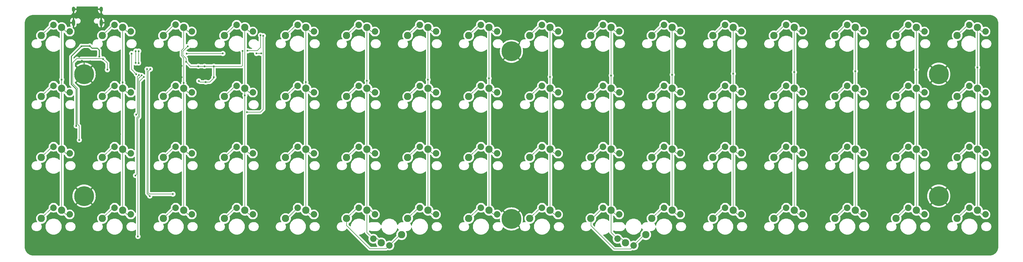
<source format=gbr>
%TF.GenerationSoftware,KiCad,Pcbnew,(6.0.0)*%
%TF.CreationDate,2022-04-25T19:56:53-04:00*%
%TF.ProjectId,HL-2040,484c2d32-3034-4302-9e6b-696361645f70,Mark 2 Rev F*%
%TF.SameCoordinates,Original*%
%TF.FileFunction,Copper,L1,Top*%
%TF.FilePolarity,Positive*%
%FSLAX46Y46*%
G04 Gerber Fmt 4.6, Leading zero omitted, Abs format (unit mm)*
G04 Created by KiCad (PCBNEW (6.0.0)) date 2022-04-25 19:56:53*
%MOMM*%
%LPD*%
G01*
G04 APERTURE LIST*
%TA.AperFunction,ComponentPad*%
%ADD10C,2.032000*%
%TD*%
%TA.AperFunction,ComponentPad*%
%ADD11C,2.286000*%
%TD*%
%TA.AperFunction,ComponentPad*%
%ADD12C,6.200000*%
%TD*%
%TA.AperFunction,ComponentPad*%
%ADD13O,1.000000X1.600000*%
%TD*%
%TA.AperFunction,ComponentPad*%
%ADD14O,1.000000X2.100000*%
%TD*%
%TA.AperFunction,ViaPad*%
%ADD15C,0.600000*%
%TD*%
%TA.AperFunction,ViaPad*%
%ADD16C,0.800000*%
%TD*%
%TA.AperFunction,Conductor*%
%ADD17C,0.300000*%
%TD*%
%TA.AperFunction,Conductor*%
%ADD18C,0.200000*%
%TD*%
G04 APERTURE END LIST*
D10*
%TO.P,K2,1*%
%TO.N,20*%
X62943750Y-77162500D03*
D11*
X60483750Y-75882500D03*
D10*
%TO.P,K2,2*%
%TO.N,Net-(D2-Pad2)*%
X57943750Y-75062500D03*
D11*
X54133750Y-78422500D03*
%TD*%
D10*
%TO.P,K3,1*%
%TO.N,19*%
X81993750Y-77149800D03*
D11*
X79533750Y-75869800D03*
D10*
%TO.P,K3,2*%
%TO.N,Net-(D3-Pad2)*%
X76993750Y-75049800D03*
D11*
X73183750Y-78409800D03*
%TD*%
D10*
%TO.P,K6,1*%
%TO.N,10*%
X139143750Y-77162500D03*
D11*
X136683750Y-75882500D03*
D10*
%TO.P,K6,2*%
%TO.N,Net-(D6-Pad2)*%
X134143750Y-75062500D03*
D11*
X130333750Y-78422500D03*
%TD*%
D10*
%TO.P,K7,1*%
%TO.N,9*%
X158193750Y-77162500D03*
D11*
X155733750Y-75882500D03*
%TO.P,K7,2*%
%TO.N,Net-(D7-Pad2)*%
X149383750Y-78422500D03*
D10*
X153193750Y-75062500D03*
%TD*%
%TO.P,K8,1*%
%TO.N,8*%
X177243750Y-77162500D03*
D11*
X174783750Y-75882500D03*
%TO.P,K8,2*%
%TO.N,Net-(D8-Pad2)*%
X168433750Y-78422500D03*
D10*
X172243750Y-75062500D03*
%TD*%
D11*
%TO.P,K9,1*%
%TO.N,7*%
X193833750Y-75882500D03*
D10*
X196293750Y-77162500D03*
D11*
%TO.P,K9,2*%
%TO.N,Net-(D9-Pad2)*%
X187483750Y-78422500D03*
D10*
X191293750Y-75062500D03*
%TD*%
D11*
%TO.P,K10,1*%
%TO.N,6*%
X212883750Y-75882500D03*
D10*
X215343750Y-77162500D03*
%TO.P,K10,2*%
%TO.N,Net-(D10-Pad2)*%
X210343750Y-75062500D03*
D11*
X206533750Y-78422500D03*
%TD*%
%TO.P,K11,1*%
%TO.N,5*%
X231933750Y-75882500D03*
D10*
X234393750Y-77162500D03*
%TO.P,K11,2*%
%TO.N,Net-(D11-Pad2)*%
X229393750Y-75062500D03*
D11*
X225583750Y-78422500D03*
%TD*%
%TO.P,K12,1*%
%TO.N,4*%
X250983750Y-75882500D03*
D10*
X253443750Y-77162500D03*
%TO.P,K12,2*%
%TO.N,Net-(D12-Pad2)*%
X248443750Y-75062500D03*
D11*
X244633750Y-78422500D03*
%TD*%
%TO.P,K13,1*%
%TO.N,3*%
X270033750Y-75882500D03*
D10*
X272493750Y-77162500D03*
D11*
%TO.P,K13,2*%
%TO.N,Net-(D13-Pad2)*%
X263683750Y-78422500D03*
D10*
X267493750Y-75062500D03*
%TD*%
D11*
%TO.P,K14,1*%
%TO.N,2*%
X289083750Y-75882500D03*
D10*
X291543750Y-77162500D03*
D11*
%TO.P,K14,2*%
%TO.N,Net-(D14-Pad2)*%
X282733750Y-78422500D03*
D10*
X286543750Y-75062500D03*
%TD*%
D11*
%TO.P,K15,1*%
%TO.N,1*%
X308133750Y-75882500D03*
D10*
X310593750Y-77162500D03*
%TO.P,K15,2*%
%TO.N,Net-(D15-Pad2)*%
X305593750Y-75062500D03*
D11*
X301783750Y-78422500D03*
%TD*%
D10*
%TO.P,K16,1*%
%TO.N,0*%
X329643750Y-77162500D03*
D11*
X327183750Y-75882500D03*
%TO.P,K16,2*%
%TO.N,Net-(D16-Pad2)*%
X320833750Y-78422500D03*
D10*
X324643750Y-75062500D03*
%TD*%
%TO.P,K17,1*%
%TO.N,21*%
X43893750Y-96212500D03*
D11*
X41433750Y-94932500D03*
D10*
%TO.P,K17,2*%
%TO.N,Net-(D17-Pad2)*%
X38893750Y-94112500D03*
D11*
X35083750Y-97472500D03*
%TD*%
%TO.P,K18,1*%
%TO.N,20*%
X60483750Y-94932500D03*
D10*
X62943750Y-96212500D03*
D11*
%TO.P,K18,2*%
%TO.N,Net-(D18-Pad2)*%
X54133750Y-97472500D03*
D10*
X57943750Y-94112500D03*
%TD*%
%TO.P,K19,1*%
%TO.N,19*%
X81993750Y-96212500D03*
D11*
X79533750Y-94932500D03*
%TO.P,K19,2*%
%TO.N,Net-(D19-Pad2)*%
X73183750Y-97472500D03*
D10*
X76993750Y-94112500D03*
%TD*%
D11*
%TO.P,K22,1*%
%TO.N,10*%
X136683750Y-94932500D03*
D10*
X139143750Y-96212500D03*
D11*
%TO.P,K22,2*%
%TO.N,Net-(D22-Pad2)*%
X130333750Y-97472500D03*
D10*
X134143750Y-94112500D03*
%TD*%
D11*
%TO.P,K23,1*%
%TO.N,9*%
X155733750Y-94932500D03*
D10*
X158193750Y-96212500D03*
D11*
%TO.P,K23,2*%
%TO.N,Net-(D23-Pad2)*%
X149383750Y-97472500D03*
D10*
X153193750Y-94112500D03*
%TD*%
D11*
%TO.P,K24,1*%
%TO.N,8*%
X174783750Y-94932500D03*
D10*
X177243750Y-96212500D03*
D11*
%TO.P,K24,2*%
%TO.N,Net-(D24-Pad2)*%
X168433750Y-97472500D03*
D10*
X172243750Y-94112500D03*
%TD*%
D11*
%TO.P,K25,1*%
%TO.N,7*%
X193833750Y-94932500D03*
D10*
X196293750Y-96212500D03*
%TO.P,K25,2*%
%TO.N,Net-(D25-Pad2)*%
X191293750Y-94112500D03*
D11*
X187483750Y-97472500D03*
%TD*%
D10*
%TO.P,K26,1*%
%TO.N,6*%
X215343750Y-96212500D03*
D11*
X212883750Y-94932500D03*
D10*
%TO.P,K26,2*%
%TO.N,Net-(D26-Pad2)*%
X210343750Y-94112500D03*
D11*
X206533750Y-97472500D03*
%TD*%
D10*
%TO.P,K27,1*%
%TO.N,5*%
X234393750Y-96212500D03*
D11*
X231933750Y-94932500D03*
D10*
%TO.P,K27,2*%
%TO.N,Net-(D27-Pad2)*%
X229393750Y-94112500D03*
D11*
X225583750Y-97472500D03*
%TD*%
D10*
%TO.P,K28,1*%
%TO.N,4*%
X253443750Y-96212500D03*
D11*
X250983750Y-94932500D03*
D10*
%TO.P,K28,2*%
%TO.N,Net-(D28-Pad2)*%
X248443750Y-94112500D03*
D11*
X244633750Y-97472500D03*
%TD*%
%TO.P,K29,1*%
%TO.N,3*%
X270033750Y-94932500D03*
D10*
X272493750Y-96212500D03*
%TO.P,K29,2*%
%TO.N,Net-(D29-Pad2)*%
X267493750Y-94112500D03*
D11*
X263683750Y-97472500D03*
%TD*%
%TO.P,K30,1*%
%TO.N,2*%
X289083750Y-94932500D03*
D10*
X291543750Y-96212500D03*
D11*
%TO.P,K30,2*%
%TO.N,Net-(D30-Pad2)*%
X282733750Y-97472500D03*
D10*
X286543750Y-94112500D03*
%TD*%
%TO.P,K31,1*%
%TO.N,1*%
X310593750Y-96212500D03*
D11*
X308133750Y-94932500D03*
%TO.P,K31,2*%
%TO.N,Net-(D31-Pad2)*%
X301783750Y-97472500D03*
D10*
X305593750Y-94112500D03*
%TD*%
D11*
%TO.P,K32,1*%
%TO.N,0*%
X327183750Y-94932500D03*
D10*
X329643750Y-96212500D03*
%TO.P,K32,2*%
%TO.N,Net-(D32-Pad2)*%
X324643750Y-94112500D03*
D11*
X320833750Y-97472500D03*
%TD*%
D10*
%TO.P,K33,1*%
%TO.N,21*%
X43893750Y-115262500D03*
D11*
X41433750Y-113982500D03*
D10*
%TO.P,K33,2*%
%TO.N,Net-(D33-Pad2)*%
X38893750Y-113162500D03*
D11*
X35083750Y-116522500D03*
%TD*%
D10*
%TO.P,K34,1*%
%TO.N,20*%
X62943750Y-115262500D03*
D11*
X60483750Y-113982500D03*
D10*
%TO.P,K34,2*%
%TO.N,Net-(D34-Pad2)*%
X57943750Y-113162500D03*
D11*
X54133750Y-116522500D03*
%TD*%
D10*
%TO.P,K35,1*%
%TO.N,19*%
X81993750Y-115262500D03*
D11*
X79533750Y-113982500D03*
D10*
%TO.P,K35,2*%
%TO.N,Net-(D35-Pad2)*%
X76993750Y-113162500D03*
D11*
X73183750Y-116522500D03*
%TD*%
%TO.P,K36,1*%
%TO.N,12*%
X98583750Y-113982500D03*
D10*
X101043750Y-115262500D03*
D11*
%TO.P,K36,2*%
%TO.N,Net-(D36-Pad2)*%
X92233750Y-116522500D03*
D10*
X96043750Y-113162500D03*
%TD*%
D11*
%TO.P,K37,1*%
%TO.N,11*%
X117633750Y-113982500D03*
D10*
X120093750Y-115262500D03*
%TO.P,K37,2*%
%TO.N,Net-(D37-Pad2)*%
X115093750Y-113162500D03*
D11*
X111283750Y-116522500D03*
%TD*%
D10*
%TO.P,K38,1*%
%TO.N,10*%
X139143750Y-115262500D03*
D11*
X136683750Y-113982500D03*
D10*
%TO.P,K38,2*%
%TO.N,Net-(D38-Pad2)*%
X134143750Y-113162500D03*
D11*
X130333750Y-116522500D03*
%TD*%
%TO.P,K39,1*%
%TO.N,9*%
X155733750Y-113982500D03*
D10*
X158193750Y-115262500D03*
%TO.P,K39,2*%
%TO.N,Net-(D39-Pad2)*%
X153193750Y-113162500D03*
D11*
X149383750Y-116522500D03*
%TD*%
D10*
%TO.P,K40,1*%
%TO.N,8*%
X177243750Y-115262500D03*
D11*
X174783750Y-113982500D03*
D10*
%TO.P,K40,2*%
%TO.N,Net-(D40-Pad2)*%
X172243750Y-113162500D03*
D11*
X168433750Y-116522500D03*
%TD*%
D10*
%TO.P,K41,1*%
%TO.N,7*%
X196293750Y-115262500D03*
D11*
X193833750Y-113982500D03*
D10*
%TO.P,K41,2*%
%TO.N,Net-(D41-Pad2)*%
X191293750Y-113162500D03*
D11*
X187483750Y-116522500D03*
%TD*%
%TO.P,K42,1*%
%TO.N,6*%
X212883750Y-113982500D03*
D10*
X215343750Y-115262500D03*
D11*
%TO.P,K42,2*%
%TO.N,Net-(D42-Pad2)*%
X206533750Y-116522500D03*
D10*
X210343750Y-113162500D03*
%TD*%
%TO.P,K43,1*%
%TO.N,5*%
X234393750Y-115262500D03*
D11*
X231933750Y-113982500D03*
%TO.P,K43,2*%
%TO.N,Net-(D43-Pad2)*%
X225583750Y-116522500D03*
D10*
X229393750Y-113162500D03*
%TD*%
D11*
%TO.P,K44,1*%
%TO.N,4*%
X250983750Y-113982500D03*
D10*
X253443750Y-115262500D03*
%TO.P,K44,2*%
%TO.N,Net-(D44-Pad2)*%
X248443750Y-113162500D03*
D11*
X244633750Y-116522500D03*
%TD*%
%TO.P,K45,1*%
%TO.N,3*%
X270033750Y-113982500D03*
D10*
X272493750Y-115262500D03*
%TO.P,K45,2*%
%TO.N,Net-(D45-Pad2)*%
X267493750Y-113162500D03*
D11*
X263683750Y-116522500D03*
%TD*%
%TO.P,K46,1*%
%TO.N,2*%
X289083750Y-113982500D03*
D10*
X291543750Y-115262500D03*
%TO.P,K46,2*%
%TO.N,Net-(D46-Pad2)*%
X286543750Y-113162500D03*
D11*
X282733750Y-116522500D03*
%TD*%
D10*
%TO.P,K47,1*%
%TO.N,1*%
X310593750Y-115262500D03*
D11*
X308133750Y-113982500D03*
%TO.P,K47,2*%
%TO.N,Net-(D47-Pad2)*%
X301783750Y-116522500D03*
D10*
X305593750Y-113162500D03*
%TD*%
D11*
%TO.P,K48,1*%
%TO.N,0*%
X327183750Y-113982500D03*
D10*
X329643750Y-115262500D03*
D11*
%TO.P,K48,2*%
%TO.N,Net-(D48-Pad2)*%
X320833750Y-116522500D03*
D10*
X324643750Y-113162500D03*
%TD*%
%TO.P,K49,1*%
%TO.N,21*%
X43893750Y-134312500D03*
D11*
X41433750Y-133032500D03*
D10*
%TO.P,K49,2*%
%TO.N,Net-(D49-Pad2)*%
X38893750Y-132212500D03*
D11*
X35083750Y-135572500D03*
%TD*%
D10*
%TO.P,K50,1*%
%TO.N,20*%
X62943750Y-134312500D03*
D11*
X60483750Y-133032500D03*
D10*
%TO.P,K50,2*%
%TO.N,Net-(D50-Pad2)*%
X57943750Y-132212500D03*
D11*
X54133750Y-135572500D03*
%TD*%
%TO.P,K51,1*%
%TO.N,19*%
X79533750Y-133032500D03*
D10*
X81993750Y-134312500D03*
D11*
%TO.P,K51,2*%
%TO.N,Net-(D51-Pad2)*%
X73183750Y-135572500D03*
D10*
X76993750Y-132212500D03*
%TD*%
%TO.P,K52,1*%
%TO.N,12*%
X101043750Y-134312500D03*
D11*
X98583750Y-133032500D03*
D10*
%TO.P,K52,2*%
%TO.N,Net-(D52-Pad2)*%
X96043750Y-132212500D03*
D11*
X92233750Y-135572500D03*
%TD*%
D10*
%TO.P,K53,1*%
%TO.N,11*%
X120093750Y-134312500D03*
D11*
X117633750Y-133032500D03*
%TO.P,K53,2*%
%TO.N,Net-(D53-Pad2)*%
X111283750Y-135572500D03*
D10*
X115093750Y-132212500D03*
%TD*%
%TO.P,K54,1*%
%TO.N,10*%
X138668150Y-141912500D03*
D11*
X141128150Y-143192500D03*
D10*
X139143750Y-134312500D03*
D11*
X136683750Y-133032500D03*
%TO.P,K54,2*%
%TO.N,Net-(D54-Pad2)*%
X130333750Y-135572500D03*
D10*
X134143750Y-132212500D03*
D11*
X147478150Y-140652500D03*
D10*
X143668150Y-144012500D03*
%TD*%
D11*
%TO.P,K55,1*%
%TO.N,9*%
X155733750Y-133032500D03*
D10*
X158193750Y-134312500D03*
%TO.P,K55,2*%
%TO.N,Net-(D55-Pad2)*%
X153193750Y-132212500D03*
D11*
X149383750Y-135572500D03*
%TD*%
%TO.P,K56,1*%
%TO.N,8*%
X174783750Y-133032500D03*
D10*
X177243750Y-134312500D03*
D11*
%TO.P,K56,2*%
%TO.N,Net-(D56-Pad2)*%
X168433750Y-135572500D03*
D10*
X172243750Y-132212500D03*
%TD*%
%TO.P,K57,1*%
%TO.N,7*%
X196293750Y-134312500D03*
D11*
X193833750Y-133032500D03*
D10*
%TO.P,K57,2*%
%TO.N,Net-(D57-Pad2)*%
X191293750Y-132212500D03*
D11*
X187483750Y-135572500D03*
%TD*%
%TO.P,K58,1*%
%TO.N,6*%
X217328150Y-143192500D03*
X212883750Y-133032500D03*
D10*
X214868150Y-141912500D03*
X215343750Y-134312500D03*
D11*
%TO.P,K58,2*%
%TO.N,Net-(D58-Pad2)*%
X206533750Y-135572500D03*
D10*
X210343750Y-132212500D03*
D11*
X223678150Y-140652500D03*
D10*
X219868150Y-144012500D03*
%TD*%
%TO.P,K59,1*%
%TO.N,5*%
X234393750Y-134312500D03*
D11*
X231933750Y-133032500D03*
%TO.P,K59,2*%
%TO.N,Net-(D59-Pad2)*%
X225583750Y-135572500D03*
D10*
X229393750Y-132212500D03*
%TD*%
%TO.P,K60,1*%
%TO.N,4*%
X253443750Y-134312500D03*
D11*
X250983750Y-133032500D03*
D10*
%TO.P,K60,2*%
%TO.N,Net-(D60-Pad2)*%
X248443750Y-132212500D03*
D11*
X244633750Y-135572500D03*
%TD*%
%TO.P,K61,1*%
%TO.N,3*%
X270033750Y-133032500D03*
D10*
X272493750Y-134312500D03*
%TO.P,K61,2*%
%TO.N,Net-(D61-Pad2)*%
X267493750Y-132212500D03*
D11*
X263683750Y-135572500D03*
%TD*%
%TO.P,K62,1*%
%TO.N,2*%
X289083750Y-133032500D03*
D10*
X291543750Y-134312500D03*
D11*
%TO.P,K62,2*%
%TO.N,Net-(D62-Pad2)*%
X282733750Y-135572500D03*
D10*
X286543750Y-132212500D03*
%TD*%
D11*
%TO.P,K63,1*%
%TO.N,1*%
X308133750Y-133032500D03*
D10*
X310593750Y-134312500D03*
%TO.P,K63,2*%
%TO.N,Net-(D63-Pad2)*%
X305593750Y-132212500D03*
D11*
X301783750Y-135572500D03*
%TD*%
%TO.P,K64,1*%
%TO.N,0*%
X327183750Y-133032500D03*
D10*
X329643750Y-134312500D03*
D11*
%TO.P,K64,2*%
%TO.N,Net-(D64-Pad2)*%
X320833750Y-135572500D03*
D10*
X324643750Y-132212500D03*
%TD*%
D11*
%TO.P,K1,1*%
%TO.N,21*%
X41433750Y-75882500D03*
D10*
X43893750Y-77162500D03*
%TO.P,K1,2*%
%TO.N,Net-(D1-Pad2)*%
X38893750Y-75062500D03*
D11*
X35083750Y-78422500D03*
%TD*%
D12*
%TO.P,H1,1,1*%
%TO.N,GND*%
X48415700Y-90481800D03*
%TD*%
%TO.P,H2,1,1*%
%TO.N,GND*%
X48415700Y-128579400D03*
%TD*%
%TO.P,H3,1,1*%
%TO.N,GND*%
X181757300Y-83338500D03*
%TD*%
%TO.P,H4,1,1*%
%TO.N,GND*%
X181757300Y-135722700D03*
%TD*%
%TO.P,H5,1,1*%
%TO.N,GND*%
X315098900Y-90481800D03*
%TD*%
%TO.P,H6,1,1*%
%TO.N,GND*%
X315098900Y-128579400D03*
%TD*%
D11*
%TO.P,K4,1*%
%TO.N,12*%
X98583750Y-75882500D03*
D10*
X101043750Y-77162500D03*
D11*
%TO.P,K4,2*%
%TO.N,Net-(D4-Pad2)*%
X92233750Y-78422500D03*
D10*
X96043750Y-75062500D03*
%TD*%
%TO.P,K5,1*%
%TO.N,11*%
X120093750Y-77162500D03*
D11*
X117633750Y-75882500D03*
D10*
%TO.P,K5,2*%
%TO.N,Net-(D5-Pad2)*%
X115093750Y-75062500D03*
D11*
X111283750Y-78422500D03*
%TD*%
D10*
%TO.P,K21,1*%
%TO.N,11*%
X120093750Y-96212500D03*
D11*
X117633750Y-94932500D03*
%TO.P,K21,2*%
%TO.N,Net-(D21-Pad2)*%
X111283750Y-97472500D03*
D10*
X115093750Y-94112500D03*
%TD*%
%TO.P,K20,1*%
%TO.N,12*%
X101043750Y-96212500D03*
D11*
X98583750Y-94932500D03*
%TO.P,K20,2*%
%TO.N,Net-(D20-Pad2)*%
X92233750Y-97472500D03*
D10*
X96043750Y-94112500D03*
%TD*%
D13*
%TO.P,J0,S1,SHIELD*%
%TO.N,GND*%
X45083000Y-70197000D03*
D14*
X45083000Y-74377000D03*
D13*
X53723000Y-70197000D03*
D14*
X53723000Y-74377000D03*
%TD*%
D15*
%TO.N,GND*%
X93980000Y-91694000D03*
X78934250Y-91440000D03*
X53848000Y-86741000D03*
X93662500Y-86578500D03*
X240284000Y-109220000D03*
X50800000Y-80010000D03*
X44704000Y-82981800D03*
X68258200Y-79370000D03*
X214503000Y-109220000D03*
X95377000Y-85064600D03*
X97485200Y-78155800D03*
X88620600Y-75057000D03*
X128524000Y-109220000D03*
X154305000Y-109220000D03*
X205867000Y-109220000D03*
X143179800Y-142062200D03*
X51054000Y-109220000D03*
X283337000Y-109220000D03*
X208661000Y-135636000D03*
X47752000Y-86233000D03*
X212369400Y-141833600D03*
X94107000Y-109220000D03*
X171450000Y-109220000D03*
X92800000Y-95000000D03*
X219400000Y-141900000D03*
X85300000Y-90500000D03*
X217093800Y-139852400D03*
X57429400Y-85801200D03*
X78934250Y-87884000D03*
X140843000Y-139750800D03*
X136194800Y-142062200D03*
X102616000Y-109220000D03*
X145389600Y-140639800D03*
X274701000Y-109220000D03*
X101600000Y-94456250D03*
X188722000Y-109220000D03*
X119888000Y-109220000D03*
X222100000Y-135700000D03*
X81838800Y-83235800D03*
X48056800Y-79933800D03*
D16*
X46880752Y-84925900D03*
D15*
X266192000Y-109220000D03*
X76835000Y-109220000D03*
X133680200Y-134620000D03*
X85471000Y-109220000D03*
X69596000Y-109220000D03*
X300609000Y-109220000D03*
X62900000Y-112300000D03*
X257556000Y-109220000D03*
X162941000Y-109220000D03*
X84785200Y-82397600D03*
X248920000Y-109220000D03*
X59690000Y-109220000D03*
X86500000Y-89300000D03*
X80700000Y-79000000D03*
X86518750Y-90487500D03*
X53971600Y-90481800D03*
X233045000Y-109220000D03*
X145669000Y-109220000D03*
X91084400Y-74676000D03*
X137668000Y-109220000D03*
X111252000Y-109220000D03*
X80957400Y-93656600D03*
X86500000Y-91700000D03*
X180086000Y-109220000D03*
X197358000Y-109220000D03*
X223139000Y-109220000D03*
X309118000Y-109220000D03*
X87600000Y-90500000D03*
X62700000Y-125200000D03*
X291973000Y-109220000D03*
X96831400Y-96037700D03*
X50393600Y-86461600D03*
%TO.N,VBUS*%
X53162200Y-84963000D03*
X47574200Y-81788000D03*
X50165000Y-81661000D03*
X45974000Y-106654600D03*
%TO.N,~{RESET}*%
X104343200Y-78486000D03*
X99212400Y-102387400D03*
%TO.N,DB+*%
X64541400Y-83286600D03*
X64541400Y-86969600D03*
%TO.N,DB-*%
X65455410Y-83270501D03*
X65430400Y-86995000D03*
%TO.N,0*%
X327183750Y-88347550D03*
%TO.N,1*%
X308133750Y-89058750D03*
%TO.N,2*%
X289083750Y-89535000D03*
%TO.N,3*%
X270033750Y-89852500D03*
%TO.N,4*%
X250983750Y-90328750D03*
%TO.N,5*%
X231933750Y-90646250D03*
%TO.N,6*%
X212883750Y-90900250D03*
%TO.N,7*%
X193833750Y-91319350D03*
%TO.N,8*%
X174783750Y-91751150D03*
%TO.N,9*%
X155733750Y-92221050D03*
%TO.N,10*%
X136683750Y-92538550D03*
%TO.N,11*%
X117633750Y-92944950D03*
%TO.N,12*%
X98583750Y-97110550D03*
%TO.N,19*%
X79533750Y-93237050D03*
%TO.N,20*%
X60483750Y-93021150D03*
%TO.N,21*%
X41433750Y-92157550D03*
%TO.N,22*%
X67056000Y-91338400D03*
X65206650Y-141193750D03*
%TO.N,23*%
X64460350Y-122143750D03*
X66370200Y-90881200D03*
%TO.N,24*%
X64698650Y-103093750D03*
X65557400Y-90728800D03*
%TO.N,25*%
X64719200Y-90474800D03*
X103719500Y-84023200D03*
X80391000Y-84048600D03*
X63266550Y-84043750D03*
X102209600Y-84023200D03*
X91719400Y-84023200D03*
%TO.N,26{slash}A0*%
X76149200Y-127965200D03*
X69088000Y-88900000D03*
%TO.N,27{slash}A1*%
X68072000Y-88900000D03*
X68910200Y-128574800D03*
%TO.N,28{slash}A2*%
X54381400Y-85725000D03*
X55676800Y-89077800D03*
X46913800Y-111048800D03*
%TO.N,+3V3*%
X103467580Y-78304052D03*
X88900000Y-91440000D03*
X99433132Y-83151204D03*
X88900000Y-88011000D03*
X97910104Y-83190371D03*
X86360000Y-92964000D03*
X80772000Y-81788000D03*
X84074000Y-88011000D03*
X80238600Y-86614000D03*
X84201000Y-92583000D03*
X85979000Y-88011000D03*
%TD*%
D17*
%TO.N,GND*%
X48415700Y-86896700D02*
X47752000Y-86233000D01*
X48415700Y-90481800D02*
X48415700Y-86896700D01*
%TO.N,VBUS*%
X50165000Y-81661000D02*
X50901600Y-82397600D01*
X50165000Y-81661000D02*
X47701200Y-81661000D01*
X53162200Y-82981800D02*
X53162200Y-84963000D01*
X47701200Y-81661000D02*
X47574200Y-81788000D01*
X45974000Y-106654600D02*
X45974000Y-95183400D01*
X50901600Y-82397600D02*
X52578000Y-82397600D01*
X44447200Y-84915000D02*
X47574200Y-81788000D01*
X45974000Y-95183400D02*
X44447200Y-93656600D01*
X52578000Y-82397600D02*
X53162200Y-82981800D01*
X44447200Y-93656600D02*
X44447200Y-84915000D01*
D18*
%TO.N,Net-(D1-Pad2)*%
X35083750Y-78422500D02*
X38443750Y-75062500D01*
X38443750Y-75062500D02*
X38893750Y-75062500D01*
%TO.N,Net-(D2-Pad2)*%
X54133750Y-78422500D02*
X57493750Y-75062500D01*
X57493750Y-75062500D02*
X57943750Y-75062500D01*
%TO.N,Net-(D3-Pad2)*%
X73183750Y-78409800D02*
X76543750Y-75049800D01*
X76543750Y-75049800D02*
X76993750Y-75049800D01*
%TO.N,Net-(D4-Pad2)*%
X95593750Y-75062500D02*
X96043750Y-75062500D01*
X92233750Y-78422500D02*
X95593750Y-75062500D01*
%TO.N,Net-(D5-Pad2)*%
X111283750Y-78422500D02*
X114643750Y-75062500D01*
X114643750Y-75062500D02*
X115093750Y-75062500D01*
%TO.N,Net-(D6-Pad2)*%
X133693750Y-75062500D02*
X134143750Y-75062500D01*
X130333750Y-78422500D02*
X133693750Y-75062500D01*
%TO.N,Net-(D7-Pad2)*%
X149383750Y-78422500D02*
X152743750Y-75062500D01*
X152743750Y-75062500D02*
X153193750Y-75062500D01*
%TO.N,Net-(D8-Pad2)*%
X171793750Y-75062500D02*
X172243750Y-75062500D01*
X168433750Y-78422500D02*
X171793750Y-75062500D01*
%TO.N,Net-(D9-Pad2)*%
X190843750Y-75062500D02*
X191293750Y-75062500D01*
X187483750Y-78422500D02*
X190843750Y-75062500D01*
%TO.N,Net-(D10-Pad2)*%
X206533750Y-78422500D02*
X209893750Y-75062500D01*
X209893750Y-75062500D02*
X210343750Y-75062500D01*
%TO.N,Net-(D11-Pad2)*%
X228943750Y-75062500D02*
X229393750Y-75062500D01*
X225583750Y-78422500D02*
X228943750Y-75062500D01*
%TO.N,Net-(D12-Pad2)*%
X244633750Y-78422500D02*
X247993750Y-75062500D01*
X247993750Y-75062500D02*
X248443750Y-75062500D01*
%TO.N,Net-(D13-Pad2)*%
X267043750Y-75062500D02*
X267493750Y-75062500D01*
X263683750Y-78422500D02*
X267043750Y-75062500D01*
%TO.N,Net-(D14-Pad2)*%
X286512850Y-75031600D02*
X286543750Y-75062500D01*
X286124650Y-75031600D02*
X286512850Y-75031600D01*
X282733750Y-78422500D02*
X286124650Y-75031600D01*
%TO.N,Net-(D15-Pad2)*%
X305143750Y-75062500D02*
X305593750Y-75062500D01*
X301783750Y-78422500D02*
X305143750Y-75062500D01*
%TO.N,Net-(D16-Pad2)*%
X324193750Y-75062500D02*
X324643750Y-75062500D01*
X320833750Y-78422500D02*
X324193750Y-75062500D01*
%TO.N,Net-(D17-Pad2)*%
X38443750Y-94112500D02*
X38893750Y-94112500D01*
X35083750Y-97472500D02*
X38443750Y-94112500D01*
%TO.N,Net-(D18-Pad2)*%
X54133750Y-97472500D02*
X57493750Y-94112500D01*
X57493750Y-94112500D02*
X57943750Y-94112500D01*
%TO.N,Net-(D19-Pad2)*%
X76543750Y-94112500D02*
X76993750Y-94112500D01*
X73183750Y-97472500D02*
X76543750Y-94112500D01*
%TO.N,Net-(D20-Pad2)*%
X92233750Y-97472500D02*
X95593750Y-94112500D01*
X95593750Y-94112500D02*
X96043750Y-94112500D01*
%TO.N,Net-(D21-Pad2)*%
X114643750Y-94112500D02*
X115093750Y-94112500D01*
X111283750Y-97472500D02*
X114643750Y-94112500D01*
%TO.N,Net-(D22-Pad2)*%
X130333750Y-97472500D02*
X133693750Y-94112500D01*
X133693750Y-94112500D02*
X134143750Y-94112500D01*
%TO.N,Net-(D23-Pad2)*%
X152743750Y-94112500D02*
X153193750Y-94112500D01*
X149383750Y-97472500D02*
X152743750Y-94112500D01*
%TO.N,Net-(D24-Pad2)*%
X171793750Y-94112500D02*
X172243750Y-94112500D01*
X168433750Y-97472500D02*
X171793750Y-94112500D01*
%TO.N,Net-(D25-Pad2)*%
X187483750Y-97472500D02*
X190843750Y-94112500D01*
X190843750Y-94112500D02*
X191293750Y-94112500D01*
%TO.N,Net-(D26-Pad2)*%
X209893750Y-94112500D02*
X210343750Y-94112500D01*
X206533750Y-97472500D02*
X209893750Y-94112500D01*
%TO.N,Net-(D27-Pad2)*%
X225583750Y-97472500D02*
X228943750Y-94112500D01*
X228943750Y-94112500D02*
X229393750Y-94112500D01*
%TO.N,Net-(D28-Pad2)*%
X247993750Y-94112500D02*
X248443750Y-94112500D01*
X244633750Y-97472500D02*
X247993750Y-94112500D01*
%TO.N,Net-(D29-Pad2)*%
X267043750Y-94112500D02*
X267493750Y-94112500D01*
X263683750Y-97472500D02*
X267043750Y-94112500D01*
%TO.N,Net-(D30-Pad2)*%
X286093750Y-94112500D02*
X286543750Y-94112500D01*
X282733750Y-97472500D02*
X286093750Y-94112500D01*
%TO.N,Net-(D31-Pad2)*%
X301783750Y-97472500D02*
X305143750Y-94112500D01*
X305143750Y-94112500D02*
X305593750Y-94112500D01*
%TO.N,Net-(D32-Pad2)*%
X324193750Y-94112500D02*
X324643750Y-94112500D01*
X320833750Y-97472500D02*
X324193750Y-94112500D01*
%TO.N,Net-(D33-Pad2)*%
X38443750Y-113162500D02*
X38893750Y-113162500D01*
X35083750Y-116522500D02*
X38443750Y-113162500D01*
%TO.N,Net-(D34-Pad2)*%
X54133750Y-116522500D02*
X57493750Y-113162500D01*
X57493750Y-113162500D02*
X57943750Y-113162500D01*
%TO.N,Net-(D35-Pad2)*%
X76543750Y-113162500D02*
X76993750Y-113162500D01*
X73183750Y-116522500D02*
X76543750Y-113162500D01*
%TO.N,Net-(D36-Pad2)*%
X95593750Y-113162500D02*
X96043750Y-113162500D01*
X92233750Y-116522500D02*
X95593750Y-113162500D01*
%TO.N,Net-(D37-Pad2)*%
X114643750Y-113162500D02*
X115093750Y-113162500D01*
X111283750Y-116522500D02*
X114643750Y-113162500D01*
%TO.N,Net-(D38-Pad2)*%
X130333750Y-116522500D02*
X133693750Y-113162500D01*
X133693750Y-113162500D02*
X134143750Y-113162500D01*
%TO.N,Net-(D39-Pad2)*%
X149383750Y-116522500D02*
X152743750Y-113162500D01*
X152743750Y-113162500D02*
X153193750Y-113162500D01*
%TO.N,Net-(D40-Pad2)*%
X168433750Y-116522500D02*
X171793750Y-113162500D01*
X171793750Y-113162500D02*
X172243750Y-113162500D01*
%TO.N,Net-(D41-Pad2)*%
X187483750Y-116522500D02*
X190843750Y-113162500D01*
X190843750Y-113162500D02*
X191293750Y-113162500D01*
%TO.N,Net-(D42-Pad2)*%
X206533750Y-116522500D02*
X209893750Y-113162500D01*
X209893750Y-113162500D02*
X210343750Y-113162500D01*
%TO.N,Net-(D43-Pad2)*%
X228943750Y-113162500D02*
X229393750Y-113162500D01*
X225583750Y-116522500D02*
X228943750Y-113162500D01*
%TO.N,Net-(D44-Pad2)*%
X244633750Y-116522500D02*
X247993750Y-113162500D01*
X247993750Y-113162500D02*
X248443750Y-113162500D01*
%TO.N,Net-(D45-Pad2)*%
X267043750Y-113162500D02*
X267493750Y-113162500D01*
X263683750Y-116522500D02*
X267043750Y-113162500D01*
%TO.N,Net-(D46-Pad2)*%
X282733750Y-116522500D02*
X286093750Y-113162500D01*
X286093750Y-113162500D02*
X286543750Y-113162500D01*
%TO.N,Net-(D47-Pad2)*%
X305143750Y-113162500D02*
X305593750Y-113162500D01*
X301783750Y-116522500D02*
X305143750Y-113162500D01*
%TO.N,Net-(D48-Pad2)*%
X320833750Y-116522500D02*
X324193750Y-113162500D01*
X324193750Y-113162500D02*
X324643750Y-113162500D01*
%TO.N,Net-(D49-Pad2)*%
X35083750Y-135572500D02*
X38443750Y-132212500D01*
X38443750Y-132212500D02*
X38893750Y-132212500D01*
%TO.N,Net-(D50-Pad2)*%
X54133750Y-135572500D02*
X57493750Y-132212500D01*
X57493750Y-132212500D02*
X57943750Y-132212500D01*
%TO.N,Net-(D51-Pad2)*%
X76543750Y-132212500D02*
X76993750Y-132212500D01*
X73183750Y-135572500D02*
X76543750Y-132212500D01*
%TO.N,Net-(D52-Pad2)*%
X95593750Y-132212500D02*
X96043750Y-132212500D01*
X92233750Y-135572500D02*
X95593750Y-132212500D01*
%TO.N,Net-(D53-Pad2)*%
X115093750Y-132212500D02*
X111733750Y-135572500D01*
X111733750Y-135572500D02*
X111283750Y-135572500D01*
%TO.N,Net-(D54-Pad2)*%
X147028150Y-140652500D02*
X147478150Y-140652500D01*
X130333750Y-135572500D02*
X133693750Y-132212500D01*
X143668150Y-144012500D02*
X142652151Y-145028499D01*
X142652151Y-145028499D02*
X137586299Y-145028499D01*
X137586299Y-145028499D02*
X130333750Y-137775950D01*
X133693750Y-132212500D02*
X134143750Y-132212500D01*
X143668150Y-144012500D02*
X147028150Y-140652500D01*
X130333750Y-137775950D02*
X130333750Y-135572500D01*
%TO.N,Net-(D55-Pad2)*%
X149383750Y-135572500D02*
X152743750Y-132212500D01*
X152743750Y-132212500D02*
X153193750Y-132212500D01*
%TO.N,Net-(D56-Pad2)*%
X168433750Y-135572500D02*
X171793750Y-132212500D01*
X171793750Y-132212500D02*
X172243750Y-132212500D01*
%TO.N,Net-(D57-Pad2)*%
X187483750Y-135572500D02*
X190843750Y-132212500D01*
X190843750Y-132212500D02*
X191293750Y-132212500D01*
%TO.N,Net-(D58-Pad2)*%
X213849674Y-145110200D02*
X206597125Y-137857651D01*
X223228150Y-140652500D02*
X223678150Y-140652500D01*
X219931525Y-144094201D02*
X218915526Y-145110200D01*
X219868150Y-144012500D02*
X223228150Y-140652500D01*
X210343750Y-132212500D02*
X206983750Y-135572500D01*
X218915526Y-145110200D02*
X213849674Y-145110200D01*
X206597125Y-137857651D02*
X206597125Y-135654201D01*
X206983750Y-135572500D02*
X206533750Y-135572500D01*
%TO.N,Net-(D59-Pad2)*%
X228943750Y-132212500D02*
X229393750Y-132212500D01*
X225583750Y-135572500D02*
X228943750Y-132212500D01*
%TO.N,Net-(D60-Pad2)*%
X244633750Y-135572500D02*
X247993750Y-132212500D01*
X247993750Y-132212500D02*
X248443750Y-132212500D01*
%TO.N,Net-(D61-Pad2)*%
X263683750Y-135572500D02*
X267043750Y-132212500D01*
X267043750Y-132212500D02*
X267493750Y-132212500D01*
%TO.N,Net-(D62-Pad2)*%
X286093750Y-132212500D02*
X286543750Y-132212500D01*
X282733750Y-135572500D02*
X286093750Y-132212500D01*
%TO.N,Net-(D63-Pad2)*%
X301783750Y-135572500D02*
X305143750Y-132212500D01*
X305143750Y-132212500D02*
X305593750Y-132212500D01*
%TO.N,Net-(D64-Pad2)*%
X324193750Y-132212500D02*
X324643750Y-132212500D01*
X320833750Y-135572500D02*
X324193750Y-132212500D01*
%TO.N,~{RESET}*%
X104343200Y-78486000D02*
X104343200Y-101498400D01*
X103454200Y-102387400D02*
X99212400Y-102387400D01*
X104343200Y-101498400D02*
X103454200Y-102387400D01*
%TO.N,DB+*%
X64541400Y-86969600D02*
X64541400Y-83286600D01*
%TO.N,DB-*%
X65430400Y-86995000D02*
X65430400Y-83295511D01*
X65430400Y-83295511D02*
X65455410Y-83270501D01*
%TO.N,0*%
X327183750Y-88347550D02*
X327183750Y-75882500D01*
X328463750Y-77162500D02*
X329643750Y-77162500D01*
X328463750Y-134312500D02*
X329643750Y-134312500D01*
X327183750Y-75882500D02*
X328463750Y-77162500D01*
X327183750Y-94932500D02*
X328463750Y-96212500D01*
X327183750Y-133032500D02*
X327183750Y-88347550D01*
X328463750Y-96212500D02*
X329643750Y-96212500D01*
X327183750Y-133032500D02*
X328463750Y-134312500D01*
X328463750Y-115262500D02*
X329643750Y-115262500D01*
X327183750Y-113982500D02*
X328463750Y-115262500D01*
%TO.N,1*%
X308133750Y-133032500D02*
X309413750Y-134312500D01*
X308133750Y-75882500D02*
X309413750Y-77162500D01*
X309413750Y-115262500D02*
X310593750Y-115262500D01*
X308133750Y-75882500D02*
X308133750Y-89058750D01*
X308133750Y-94932500D02*
X309413750Y-96212500D01*
X308133750Y-113982500D02*
X309413750Y-115262500D01*
X309413750Y-134312500D02*
X310593750Y-134312500D01*
X309413750Y-96212500D02*
X310593750Y-96212500D01*
X308133750Y-89058750D02*
X308133750Y-133032500D01*
X309413750Y-77162500D02*
X310593750Y-77162500D01*
%TO.N,2*%
X289083750Y-75882500D02*
X290363750Y-77162500D01*
X290363750Y-96212500D02*
X291543750Y-96212500D01*
X290363750Y-134312500D02*
X291543750Y-134312500D01*
X289083750Y-89535000D02*
X289083750Y-75882500D01*
X290363750Y-115262500D02*
X291543750Y-115262500D01*
X290363750Y-77162500D02*
X291543750Y-77162500D01*
X289083750Y-133032500D02*
X290363750Y-134312500D01*
X289083750Y-113982500D02*
X290363750Y-115262500D01*
X289083750Y-94932500D02*
X290363750Y-96212500D01*
X289083750Y-133032500D02*
X289083750Y-89535000D01*
%TO.N,3*%
X271313750Y-96212500D02*
X272493750Y-96212500D01*
X270033750Y-75882500D02*
X271313750Y-77162500D01*
X270033750Y-133032500D02*
X270033750Y-89852500D01*
X270033750Y-133032500D02*
X271313750Y-134312500D01*
X270033750Y-94932500D02*
X271313750Y-96212500D01*
X270033750Y-113982500D02*
X271313750Y-115262500D01*
X271313750Y-77162500D02*
X272493750Y-77162500D01*
X271313750Y-115262500D02*
X272493750Y-115262500D01*
X271313750Y-134312500D02*
X272493750Y-134312500D01*
X270033750Y-89852500D02*
X270033750Y-75882500D01*
%TO.N,4*%
X250983750Y-75882500D02*
X252263750Y-77162500D01*
X250983750Y-94932500D02*
X252263750Y-96212500D01*
X250983750Y-75882500D02*
X250983750Y-90328750D01*
X252263750Y-134312500D02*
X253443750Y-134312500D01*
X252263750Y-115262500D02*
X253443750Y-115262500D01*
X252263750Y-96212500D02*
X253443750Y-96212500D01*
X250983750Y-133032500D02*
X252263750Y-134312500D01*
X250983750Y-90328750D02*
X250983750Y-133032500D01*
X252263750Y-77162500D02*
X253443750Y-77162500D01*
X250983750Y-113982500D02*
X252263750Y-115262500D01*
%TO.N,5*%
X233213750Y-115262500D02*
X234393750Y-115262500D01*
X233213750Y-96212500D02*
X234393750Y-96212500D01*
X231933750Y-133032500D02*
X231933750Y-90646250D01*
X231933750Y-113982500D02*
X233213750Y-115262500D01*
X231933750Y-90646250D02*
X231933750Y-75882500D01*
X231933750Y-94932500D02*
X233213750Y-96212500D01*
X231933750Y-75882500D02*
X233213750Y-77162500D01*
X233213750Y-134312500D02*
X234393750Y-134312500D01*
X233213750Y-77162500D02*
X234393750Y-77162500D01*
X231933750Y-133032500D02*
X233213750Y-134312500D01*
%TO.N,6*%
X217328150Y-143192500D02*
X216048150Y-141912500D01*
X214163750Y-115262500D02*
X215343750Y-115262500D01*
X212883750Y-75882500D02*
X214163750Y-77162500D01*
X212883750Y-113982500D02*
X214163750Y-115262500D01*
X214163750Y-96212500D02*
X215343750Y-96212500D01*
X214163750Y-134312500D02*
X215343750Y-134312500D01*
X212883750Y-139928100D02*
X214868150Y-141912500D01*
X212883750Y-94932500D02*
X214163750Y-96212500D01*
X216048150Y-141912500D02*
X214868150Y-141912500D01*
X214163750Y-77162500D02*
X215343750Y-77162500D01*
X212883750Y-133032500D02*
X212883750Y-139928100D01*
X212883750Y-133032500D02*
X214163750Y-134312500D01*
X212883750Y-90900250D02*
X212883750Y-133032500D01*
X212883750Y-75882500D02*
X212883750Y-90900250D01*
%TO.N,7*%
X195113750Y-115262500D02*
X196293750Y-115262500D01*
X193833750Y-113982500D02*
X195113750Y-115262500D01*
X193833750Y-133032500D02*
X193833750Y-91319350D01*
X195113750Y-77162500D02*
X196293750Y-77162500D01*
X193833750Y-75882500D02*
X195113750Y-77162500D01*
X195113750Y-134312500D02*
X196293750Y-134312500D01*
X195113750Y-96212500D02*
X196293750Y-96212500D01*
X193833750Y-94932500D02*
X195113750Y-96212500D01*
X193833750Y-91319350D02*
X193833750Y-75882500D01*
X193833750Y-133032500D02*
X195113750Y-134312500D01*
%TO.N,8*%
X174783750Y-91751150D02*
X174783750Y-133032500D01*
X174783750Y-75882500D02*
X174783750Y-91751150D01*
X174783750Y-75882500D02*
X176063750Y-77162500D01*
X176063750Y-115262500D02*
X177243750Y-115262500D01*
X176063750Y-77162500D02*
X177243750Y-77162500D01*
X176063750Y-134312500D02*
X177243750Y-134312500D01*
X174783750Y-94932500D02*
X176063750Y-96212500D01*
X174783750Y-113982500D02*
X176063750Y-115262500D01*
X174783750Y-133032500D02*
X176063750Y-134312500D01*
X176063750Y-96212500D02*
X177243750Y-96212500D01*
%TO.N,9*%
X155733750Y-92221050D02*
X155733750Y-91954350D01*
X155733750Y-94932500D02*
X157013750Y-96212500D01*
X155733750Y-91954350D02*
X155733750Y-75882500D01*
X157013750Y-115262500D02*
X158193750Y-115262500D01*
X155733750Y-75882500D02*
X157013750Y-77162500D01*
X157013750Y-96212500D02*
X158193750Y-96212500D01*
X157013750Y-134312500D02*
X158193750Y-134312500D01*
X155733750Y-133032500D02*
X155733750Y-92221050D01*
X155733750Y-133032500D02*
X157013750Y-134312500D01*
X157013750Y-77162500D02*
X158193750Y-77162500D01*
X155733750Y-113982500D02*
X157013750Y-115262500D01*
%TO.N,10*%
X136683750Y-113982500D02*
X137963750Y-115262500D01*
X136683750Y-139928100D02*
X136683750Y-133032500D01*
X136683750Y-94932500D02*
X137963750Y-96212500D01*
X137963750Y-96212500D02*
X139143750Y-96212500D01*
X139848150Y-141912500D02*
X138668150Y-141912500D01*
X139143750Y-134312500D02*
X137863750Y-133032500D01*
X138668150Y-141912500D02*
X136683750Y-139928100D01*
X136683750Y-92538550D02*
X136683750Y-75882500D01*
X141128150Y-143192500D02*
X139848150Y-141912500D01*
X136683750Y-133032500D02*
X136683750Y-92538550D01*
X137963750Y-77162500D02*
X139143750Y-77162500D01*
X136683750Y-75882500D02*
X137963750Y-77162500D01*
X137963750Y-115262500D02*
X139143750Y-115262500D01*
X137863750Y-133032500D02*
X136683750Y-133032500D01*
%TO.N,11*%
X117633750Y-113982500D02*
X118913750Y-115262500D01*
X118913750Y-115262500D02*
X120093750Y-115262500D01*
X117633750Y-133032500D02*
X118913750Y-134312500D01*
X117633750Y-75882500D02*
X117633750Y-92944950D01*
X118913750Y-96212500D02*
X120093750Y-96212500D01*
X117633750Y-75882500D02*
X118913750Y-77162500D01*
X118913750Y-134312500D02*
X120093750Y-134312500D01*
X117633750Y-94932500D02*
X118913750Y-96212500D01*
X118913750Y-77162500D02*
X120093750Y-77162500D01*
X117633750Y-92944950D02*
X117633750Y-133032500D01*
%TO.N,12*%
X99863750Y-77162500D02*
X101043750Y-77162500D01*
X99863750Y-115262500D02*
X101043750Y-115262500D01*
X98583750Y-113982500D02*
X99863750Y-115262500D01*
X99863750Y-96212500D02*
X101043750Y-96212500D01*
X98583750Y-75882500D02*
X99863750Y-77162500D01*
X98583750Y-97110550D02*
X98583750Y-75882500D01*
X98583750Y-133032500D02*
X99863750Y-134312500D01*
X98583750Y-133032500D02*
X98583750Y-97110550D01*
X98583750Y-94932500D02*
X99863750Y-96212500D01*
X99863750Y-134312500D02*
X101043750Y-134312500D01*
%TO.N,19*%
X79533750Y-85388450D02*
X79533750Y-93237050D01*
X79533750Y-82365850D02*
X78841600Y-83058000D01*
X79533750Y-93237050D02*
X79533750Y-133032500D01*
X80813750Y-115262500D02*
X81993750Y-115262500D01*
X79533750Y-75869800D02*
X80813750Y-77149800D01*
X80813750Y-77149800D02*
X81993750Y-77149800D01*
X78841600Y-83058000D02*
X78841600Y-84696300D01*
X79533750Y-113982500D02*
X80813750Y-115262500D01*
X80813750Y-134312500D02*
X81993750Y-134312500D01*
X79533750Y-75869800D02*
X79533750Y-82365850D01*
X78841600Y-84696300D02*
X79533750Y-85388450D01*
X79533750Y-94932500D02*
X80813750Y-96212500D01*
X79533750Y-133032500D02*
X80813750Y-134312500D01*
X80813750Y-96212500D02*
X81993750Y-96212500D01*
%TO.N,20*%
X60483750Y-75882500D02*
X61763750Y-77162500D01*
X61763750Y-115262500D02*
X62943750Y-115262500D01*
X61763750Y-77162500D02*
X62943750Y-77162500D01*
X61763750Y-134312500D02*
X62943750Y-134312500D01*
X60483750Y-133032500D02*
X60483750Y-93021150D01*
X60483750Y-113982500D02*
X61763750Y-115262500D01*
X60483750Y-93021150D02*
X60483750Y-75882500D01*
X61763750Y-96212500D02*
X62943750Y-96212500D01*
X60483750Y-94932500D02*
X61763750Y-96212500D01*
X60483750Y-133032500D02*
X61763750Y-134312500D01*
%TO.N,21*%
X41433750Y-133032500D02*
X42713750Y-134312500D01*
X41433750Y-75882500D02*
X41433750Y-92157550D01*
X41433750Y-113982500D02*
X42713750Y-115262500D01*
X41433750Y-94932500D02*
X42713750Y-96212500D01*
X42713750Y-96212500D02*
X43893750Y-96212500D01*
X41433750Y-92157550D02*
X41433750Y-133032500D01*
X42713750Y-115262500D02*
X43893750Y-115262500D01*
X42713750Y-134312500D02*
X43893750Y-134312500D01*
X41433750Y-75882500D02*
X42713750Y-77162500D01*
X42713750Y-77162500D02*
X43893750Y-77162500D01*
%TO.N,22*%
X67056000Y-91338400D02*
X65709800Y-92684600D01*
X65709800Y-92684600D02*
X65709800Y-103835200D01*
X65709800Y-103835200D02*
X65206650Y-104338350D01*
X65206650Y-104338350D02*
X65206650Y-141193750D01*
%TO.N,23*%
X65360281Y-91891119D02*
X66370200Y-90881200D01*
X65360280Y-103632000D02*
X65360281Y-91891119D01*
X64460350Y-122143750D02*
X64857130Y-121746970D01*
X64857130Y-121746970D02*
X64857130Y-104135150D01*
X64857130Y-104135150D02*
X65360280Y-103632000D01*
%TO.N,24*%
X65010762Y-94030800D02*
X65010762Y-102019638D01*
X65010762Y-102019638D02*
X65010762Y-102781638D01*
X65010762Y-91275438D02*
X65010762Y-94030800D01*
X65010762Y-102781638D02*
X64698650Y-103093750D01*
X65557400Y-90728800D02*
X65214500Y-91071700D01*
X65214500Y-91071700D02*
X65010762Y-91275438D01*
%TO.N,25*%
X102209600Y-84023200D02*
X103719500Y-84023200D01*
X91694000Y-84048600D02*
X91719400Y-84023200D01*
X80391000Y-84048600D02*
X91694000Y-84048600D01*
X63266550Y-89022150D02*
X63266550Y-84043750D01*
X64719200Y-90474800D02*
X63266550Y-89022150D01*
%TO.N,26{slash}A0*%
X68421520Y-89566480D02*
X68421520Y-127591824D01*
X68421520Y-127591824D02*
X68794896Y-127965200D01*
X69088000Y-88900000D02*
X68421520Y-89566480D01*
X68794896Y-127965200D02*
X76149200Y-127965200D01*
%TO.N,27{slash}A1*%
X68072000Y-127736600D02*
X68910200Y-128574800D01*
X68072000Y-88900000D02*
X68072000Y-127736600D01*
%TO.N,28{slash}A2*%
X55676800Y-89077800D02*
X55676800Y-87020400D01*
X44896720Y-86857480D02*
X46120711Y-85633489D01*
X46913800Y-106680000D02*
X46913800Y-111048800D01*
X46423520Y-95648780D02*
X46423520Y-94997202D01*
X54289889Y-85633489D02*
X54381400Y-85725000D01*
X46423520Y-95648780D02*
X46423520Y-106189720D01*
X44896720Y-93470402D02*
X44896720Y-86857480D01*
X46120711Y-85633489D02*
X54289889Y-85633489D01*
X46423520Y-94997202D02*
X44896720Y-93470402D01*
X55676800Y-87020400D02*
X54381400Y-85725000D01*
X46423520Y-106189720D02*
X46837600Y-106603800D01*
X46837600Y-106603800D02*
X46913800Y-106680000D01*
%TO.N,+3V3*%
X88900000Y-88011000D02*
X88900000Y-91440000D01*
X86360000Y-92964000D02*
X85725000Y-92964000D01*
X88900000Y-91723522D02*
X87659522Y-92964000D01*
X81635600Y-88011000D02*
X80238600Y-86614000D01*
X84582000Y-92964000D02*
X84201000Y-92583000D01*
X102471996Y-83151204D02*
X103467580Y-82155620D01*
X84074000Y-88011000D02*
X88900000Y-88011000D01*
X88900000Y-88011000D02*
X97612200Y-88011000D01*
X99433132Y-83151204D02*
X102471996Y-83151204D01*
X97612200Y-88011000D02*
X97910104Y-87713096D01*
X87659522Y-92964000D02*
X86360000Y-92964000D01*
X80187800Y-85548204D02*
X80238600Y-85599004D01*
X80238600Y-85599004D02*
X80238600Y-86614000D01*
X84074000Y-88011000D02*
X81635600Y-88011000D01*
X85725000Y-92964000D02*
X84582000Y-92964000D01*
X88900000Y-91440000D02*
X88900000Y-91723522D01*
X79222600Y-84583004D02*
X80187800Y-85548204D01*
X80772000Y-81788000D02*
X79222600Y-83337400D01*
X103467580Y-82155620D02*
X103467580Y-78304052D01*
X79222600Y-83337400D02*
X79222600Y-84583004D01*
X97910104Y-87713096D02*
X97910104Y-83190371D01*
%TD*%
%TA.AperFunction,Conductor*%
%TO.N,GND*%
G36*
X52727403Y-69393752D02*
G01*
X52773896Y-69447408D01*
X52784000Y-69517682D01*
X52779384Y-69537849D01*
X52734119Y-69680541D01*
X52731570Y-69692532D01*
X52715393Y-69836761D01*
X52715000Y-69843785D01*
X52715000Y-69924885D01*
X52719475Y-69940124D01*
X52720865Y-69941329D01*
X52728548Y-69943000D01*
X53851000Y-69943000D01*
X53919121Y-69963002D01*
X53965614Y-70016658D01*
X53977000Y-70069000D01*
X53977000Y-71454924D01*
X53980973Y-71468455D01*
X53988769Y-71469576D01*
X54018083Y-71460948D01*
X54089080Y-71460902D01*
X54148830Y-71499247D01*
X54178387Y-71563962D01*
X54180905Y-71581545D01*
X54191521Y-71604895D01*
X54197964Y-71622407D01*
X54205012Y-71647065D01*
X54220774Y-71672048D01*
X54228904Y-71687114D01*
X54241133Y-71714010D01*
X54257874Y-71733439D01*
X54268979Y-71748447D01*
X54282660Y-71770131D01*
X54289388Y-71776073D01*
X54304796Y-71789681D01*
X54316840Y-71801873D01*
X54336119Y-71824247D01*
X54343647Y-71829126D01*
X54343650Y-71829129D01*
X54357639Y-71838196D01*
X54372513Y-71849486D01*
X54391728Y-71866456D01*
X54399854Y-71870271D01*
X54399855Y-71870272D01*
X54405521Y-71872932D01*
X54418466Y-71879010D01*
X54433435Y-71887324D01*
X54458227Y-71903393D01*
X54475150Y-71908454D01*
X54482790Y-71910739D01*
X54500236Y-71917401D01*
X54523448Y-71928299D01*
X54552630Y-71932843D01*
X54569349Y-71936626D01*
X54589036Y-71942514D01*
X54589039Y-71942515D01*
X54597641Y-71945087D01*
X54606616Y-71945142D01*
X54606617Y-71945142D01*
X54613310Y-71945183D01*
X54632056Y-71945297D01*
X54632828Y-71945330D01*
X54633923Y-71945500D01*
X54664798Y-71945500D01*
X54665568Y-71945502D01*
X54739216Y-71945952D01*
X54739217Y-71945952D01*
X54743152Y-71945976D01*
X54744496Y-71945592D01*
X54745841Y-71945500D01*
X330944422Y-71945500D01*
X330963807Y-71947000D01*
X330978608Y-71949305D01*
X330978611Y-71949305D01*
X330987480Y-71950686D01*
X330996382Y-71949522D01*
X330996384Y-71949522D01*
X331000712Y-71948956D01*
X331005445Y-71948337D01*
X331028843Y-71947471D01*
X331285300Y-71961874D01*
X331299329Y-71963454D01*
X331580242Y-72011183D01*
X331594007Y-72014324D01*
X331867815Y-72093207D01*
X331881135Y-72097868D01*
X332144385Y-72206910D01*
X332157108Y-72213037D01*
X332265986Y-72273212D01*
X332406488Y-72350865D01*
X332418451Y-72358382D01*
X332650823Y-72523258D01*
X332661871Y-72532068D01*
X332874328Y-72721931D01*
X332884319Y-72731922D01*
X333074182Y-72944379D01*
X333082991Y-72955425D01*
X333124197Y-73013500D01*
X333247868Y-73187799D01*
X333255385Y-73199762D01*
X333295267Y-73271923D01*
X333378536Y-73422585D01*
X333393211Y-73449138D01*
X333399340Y-73461865D01*
X333508382Y-73725115D01*
X333513043Y-73738435D01*
X333582052Y-73977969D01*
X333591925Y-74012240D01*
X333595067Y-74026008D01*
X333642609Y-74305818D01*
X333642795Y-74306914D01*
X333644376Y-74320950D01*
X333646796Y-74364028D01*
X333658370Y-74570122D01*
X333657068Y-74596568D01*
X333656946Y-74597350D01*
X333656946Y-74597356D01*
X333655564Y-74606230D01*
X333656729Y-74615137D01*
X333659686Y-74637751D01*
X333660750Y-74654089D01*
X333660750Y-144413172D01*
X333659250Y-144432557D01*
X333657266Y-144445301D01*
X333655564Y-144456230D01*
X333656728Y-144465132D01*
X333656728Y-144465134D01*
X333657913Y-144474192D01*
X333658779Y-144497593D01*
X333658163Y-144508571D01*
X333644377Y-144754045D01*
X333642796Y-144768079D01*
X333595069Y-145048985D01*
X333591926Y-145062757D01*
X333513043Y-145336565D01*
X333508382Y-145349885D01*
X333417755Y-145568677D01*
X333399342Y-145613131D01*
X333393213Y-145625858D01*
X333341901Y-145718700D01*
X333255385Y-145875238D01*
X333247868Y-145887201D01*
X333082992Y-146119573D01*
X333074182Y-146130621D01*
X332884319Y-146343078D01*
X332874328Y-146353069D01*
X332661871Y-146542932D01*
X332650823Y-146551742D01*
X332418451Y-146716618D01*
X332406488Y-146724135D01*
X332157108Y-146861963D01*
X332144385Y-146868090D01*
X331881135Y-146977132D01*
X331867815Y-146981793D01*
X331594007Y-147060676D01*
X331580242Y-147063817D01*
X331299329Y-147111546D01*
X331285300Y-147113126D01*
X331196966Y-147118087D01*
X331036128Y-147127120D01*
X331009682Y-147125818D01*
X331008900Y-147125696D01*
X331008894Y-147125696D01*
X331000020Y-147124314D01*
X330968499Y-147128436D01*
X330952161Y-147129500D01*
X32593078Y-147129500D01*
X32573693Y-147128000D01*
X32558892Y-147125695D01*
X32558889Y-147125695D01*
X32550020Y-147124314D01*
X32541118Y-147125478D01*
X32541116Y-147125478D01*
X32536788Y-147126044D01*
X32532055Y-147126663D01*
X32508657Y-147127529D01*
X32252200Y-147113126D01*
X32238171Y-147111546D01*
X31957258Y-147063817D01*
X31943493Y-147060676D01*
X31669685Y-146981793D01*
X31656365Y-146977132D01*
X31393115Y-146868090D01*
X31380392Y-146861963D01*
X31131012Y-146724135D01*
X31119049Y-146716618D01*
X30886677Y-146551742D01*
X30875629Y-146542932D01*
X30663172Y-146353069D01*
X30653181Y-146343078D01*
X30463318Y-146130621D01*
X30454508Y-146119573D01*
X30289632Y-145887201D01*
X30282115Y-145875238D01*
X30195599Y-145718700D01*
X30144287Y-145625858D01*
X30138158Y-145613131D01*
X30119745Y-145568677D01*
X30029118Y-145349885D01*
X30024457Y-145336565D01*
X29945574Y-145062757D01*
X29942431Y-145048985D01*
X29894704Y-144768079D01*
X29893123Y-144754045D01*
X29879337Y-144508571D01*
X29880659Y-144484696D01*
X29880579Y-144484689D01*
X29880789Y-144482347D01*
X29880886Y-144480596D01*
X29881015Y-144479832D01*
X29881015Y-144479827D01*
X29881821Y-144475039D01*
X29881974Y-144462500D01*
X29878023Y-144434912D01*
X29876750Y-144417049D01*
X29876750Y-138047093D01*
X32023589Y-138047093D01*
X32023789Y-138052422D01*
X32023789Y-138052423D01*
X32026970Y-138137138D01*
X32032398Y-138281716D01*
X32033493Y-138286934D01*
X32074991Y-138484710D01*
X32080612Y-138511501D01*
X32166852Y-138729877D01*
X32197059Y-138779656D01*
X32260060Y-138883478D01*
X32288654Y-138930600D01*
X32442535Y-139107932D01*
X32446667Y-139111320D01*
X32619966Y-139253417D01*
X32619972Y-139253421D01*
X32624094Y-139256801D01*
X32628730Y-139259440D01*
X32628733Y-139259442D01*
X32760182Y-139334267D01*
X32828140Y-139372951D01*
X33048839Y-139453061D01*
X33054088Y-139454010D01*
X33054091Y-139454011D01*
X33135165Y-139468671D01*
X33279880Y-139494840D01*
X33284019Y-139495035D01*
X33284026Y-139495036D01*
X33302990Y-139495930D01*
X33302999Y-139495930D01*
X33304479Y-139496000D01*
X33869500Y-139496000D01*
X33950849Y-139489097D01*
X34039187Y-139481602D01*
X34039191Y-139481601D01*
X34044498Y-139481151D01*
X34049653Y-139479813D01*
X34049659Y-139479812D01*
X34266585Y-139423509D01*
X34266584Y-139423509D01*
X34271756Y-139422167D01*
X34276622Y-139419975D01*
X34276625Y-139419974D01*
X34480967Y-139327924D01*
X34480970Y-139327923D01*
X34485828Y-139325734D01*
X34500241Y-139316031D01*
X34519993Y-139302733D01*
X34680591Y-139194612D01*
X34717214Y-139159676D01*
X34795839Y-139084671D01*
X34850477Y-139032549D01*
X34990628Y-138844179D01*
X34993049Y-138839419D01*
X35094619Y-138639644D01*
X35094619Y-138639643D01*
X35097037Y-138634888D01*
X35166661Y-138410660D01*
X35184458Y-138276385D01*
X35185313Y-138269938D01*
X36391350Y-138269938D01*
X36430814Y-138582330D01*
X36509120Y-138887313D01*
X36625034Y-139180077D01*
X36626936Y-139183536D01*
X36626937Y-139183539D01*
X36758862Y-139423509D01*
X36776726Y-139456004D01*
X36961805Y-139710744D01*
X37177352Y-139940278D01*
X37419968Y-140140987D01*
X37685826Y-140309706D01*
X37689405Y-140311390D01*
X37689412Y-140311394D01*
X37967144Y-140442084D01*
X37967148Y-140442086D01*
X37970734Y-140443773D01*
X37974506Y-140444999D01*
X37974507Y-140444999D01*
X38025086Y-140461433D01*
X38270198Y-140541075D01*
X38579496Y-140600077D01*
X38673050Y-140605963D01*
X38813108Y-140614775D01*
X38813124Y-140614776D01*
X38815103Y-140614900D01*
X38972397Y-140614900D01*
X38974376Y-140614776D01*
X38974392Y-140614775D01*
X39114450Y-140605963D01*
X39208004Y-140600077D01*
X39517302Y-140541075D01*
X39762414Y-140461433D01*
X39812993Y-140444999D01*
X39812994Y-140444999D01*
X39816766Y-140443773D01*
X39820352Y-140442086D01*
X39820356Y-140442084D01*
X40098088Y-140311394D01*
X40098095Y-140311390D01*
X40101674Y-140309706D01*
X40367532Y-140140987D01*
X40610148Y-139940278D01*
X40825695Y-139710744D01*
X41010774Y-139456004D01*
X41028639Y-139423509D01*
X41160563Y-139183539D01*
X41160564Y-139183536D01*
X41162466Y-139180077D01*
X41278380Y-138887313D01*
X41356686Y-138582330D01*
X41396150Y-138269938D01*
X41396150Y-138047093D01*
X42589989Y-138047093D01*
X42590189Y-138052422D01*
X42590189Y-138052423D01*
X42593370Y-138137138D01*
X42598798Y-138281716D01*
X42599893Y-138286934D01*
X42641391Y-138484710D01*
X42647012Y-138511501D01*
X42733252Y-138729877D01*
X42763459Y-138779656D01*
X42826460Y-138883478D01*
X42855054Y-138930600D01*
X43008935Y-139107932D01*
X43013067Y-139111320D01*
X43186366Y-139253417D01*
X43186372Y-139253421D01*
X43190494Y-139256801D01*
X43195130Y-139259440D01*
X43195133Y-139259442D01*
X43326582Y-139334267D01*
X43394540Y-139372951D01*
X43615239Y-139453061D01*
X43620488Y-139454010D01*
X43620491Y-139454011D01*
X43701565Y-139468671D01*
X43846280Y-139494840D01*
X43850419Y-139495035D01*
X43850426Y-139495036D01*
X43869390Y-139495930D01*
X43869399Y-139495930D01*
X43870879Y-139496000D01*
X44435900Y-139496000D01*
X44517249Y-139489097D01*
X44605587Y-139481602D01*
X44605591Y-139481601D01*
X44610898Y-139481151D01*
X44616053Y-139479813D01*
X44616059Y-139479812D01*
X44832985Y-139423509D01*
X44832984Y-139423509D01*
X44838156Y-139422167D01*
X44843022Y-139419975D01*
X44843025Y-139419974D01*
X45047367Y-139327924D01*
X45047370Y-139327923D01*
X45052228Y-139325734D01*
X45066641Y-139316031D01*
X45086393Y-139302733D01*
X45246991Y-139194612D01*
X45283614Y-139159676D01*
X45362239Y-139084671D01*
X45416877Y-139032549D01*
X45557028Y-138844179D01*
X45559449Y-138839419D01*
X45661019Y-138639644D01*
X45661019Y-138639643D01*
X45663437Y-138634888D01*
X45733061Y-138410660D01*
X45750858Y-138276385D01*
X45763211Y-138183190D01*
X45763211Y-138183187D01*
X45763911Y-138177907D01*
X45755102Y-137943284D01*
X45737308Y-137858478D01*
X45707985Y-137718726D01*
X45707984Y-137718723D01*
X45706888Y-137713499D01*
X45620648Y-137495123D01*
X45532439Y-137349759D01*
X45501614Y-137298961D01*
X45501612Y-137298958D01*
X45498846Y-137294400D01*
X45344965Y-137117068D01*
X45306509Y-137085536D01*
X45167534Y-136971583D01*
X45167528Y-136971579D01*
X45163406Y-136968199D01*
X45158770Y-136965560D01*
X45158767Y-136965558D01*
X44964003Y-136854692D01*
X44959360Y-136852049D01*
X44738661Y-136771939D01*
X44733412Y-136770990D01*
X44733409Y-136770989D01*
X44641746Y-136754414D01*
X44507620Y-136730160D01*
X44503481Y-136729965D01*
X44503474Y-136729964D01*
X44484510Y-136729070D01*
X44484501Y-136729070D01*
X44483021Y-136729000D01*
X43918000Y-136729000D01*
X43836651Y-136735903D01*
X43748313Y-136743398D01*
X43748309Y-136743399D01*
X43743002Y-136743849D01*
X43737847Y-136745187D01*
X43737841Y-136745188D01*
X43594616Y-136782362D01*
X43515744Y-136802833D01*
X43510878Y-136805025D01*
X43510875Y-136805026D01*
X43306533Y-136897076D01*
X43306530Y-136897077D01*
X43301672Y-136899266D01*
X43297248Y-136902245D01*
X43297247Y-136902245D01*
X43277847Y-136915306D01*
X43106909Y-137030388D01*
X42937023Y-137192451D01*
X42933841Y-137196728D01*
X42933840Y-137196729D01*
X42922820Y-137211540D01*
X42796872Y-137380821D01*
X42794456Y-137385572D01*
X42794454Y-137385576D01*
X42729526Y-137513281D01*
X42690463Y-137590112D01*
X42620839Y-137814340D01*
X42620138Y-137819629D01*
X42603042Y-137948616D01*
X42589989Y-138047093D01*
X41396150Y-138047093D01*
X41396150Y-137955062D01*
X41356686Y-137642670D01*
X41278380Y-137337687D01*
X41162466Y-137044923D01*
X41156499Y-137034069D01*
X41012683Y-136772468D01*
X41012681Y-136772465D01*
X41010774Y-136768996D01*
X40825695Y-136514256D01*
X40610148Y-136284722D01*
X40367532Y-136084013D01*
X40101674Y-135915294D01*
X40098095Y-135913610D01*
X40098088Y-135913606D01*
X39820356Y-135782916D01*
X39820352Y-135782914D01*
X39816766Y-135781227D01*
X39776132Y-135768024D01*
X39521078Y-135685152D01*
X39521079Y-135685152D01*
X39517302Y-135683925D01*
X39208004Y-135624923D01*
X39114450Y-135619037D01*
X38974392Y-135610225D01*
X38974376Y-135610224D01*
X38972397Y-135610100D01*
X38815103Y-135610100D01*
X38813124Y-135610224D01*
X38813108Y-135610225D01*
X38673050Y-135619037D01*
X38579496Y-135624923D01*
X38270198Y-135683925D01*
X38266421Y-135685152D01*
X38266422Y-135685152D01*
X38011369Y-135768024D01*
X37970734Y-135781227D01*
X37967148Y-135782914D01*
X37967144Y-135782916D01*
X37689412Y-135913606D01*
X37689405Y-135913610D01*
X37685826Y-135915294D01*
X37419968Y-136084013D01*
X37177352Y-136284722D01*
X36961805Y-136514256D01*
X36776726Y-136768996D01*
X36774819Y-136772465D01*
X36774817Y-136772468D01*
X36631001Y-137034069D01*
X36625034Y-137044923D01*
X36509120Y-137337687D01*
X36430814Y-137642670D01*
X36391350Y-137955062D01*
X36391350Y-138269938D01*
X35185313Y-138269938D01*
X35196811Y-138183190D01*
X35196811Y-138183187D01*
X35197511Y-138177907D01*
X35188702Y-137943284D01*
X35170908Y-137858478D01*
X35141585Y-137718726D01*
X35141584Y-137718723D01*
X35140488Y-137713499D01*
X35054248Y-137495123D01*
X35051478Y-137490559D01*
X35051476Y-137490554D01*
X35007675Y-137418372D01*
X34989436Y-137349759D01*
X35011187Y-137282176D01*
X35066024Y-137237082D01*
X35105508Y-137227395D01*
X35238247Y-137216948D01*
X35342900Y-137208711D01*
X35347707Y-137207557D01*
X35347713Y-137207556D01*
X35520960Y-137165963D01*
X35595670Y-137148027D01*
X35600243Y-137146133D01*
X35831262Y-137050442D01*
X35831264Y-137050441D01*
X35835834Y-137048548D01*
X36057479Y-136912723D01*
X36104309Y-136872727D01*
X36251386Y-136747111D01*
X36255148Y-136743898D01*
X36423973Y-136546229D01*
X36559798Y-136324584D01*
X36576310Y-136284722D01*
X36657383Y-136088993D01*
X36657384Y-136088991D01*
X36659277Y-136084420D01*
X36699880Y-135915294D01*
X36718806Y-135836463D01*
X36718807Y-135836457D01*
X36719961Y-135831650D01*
X36740357Y-135572500D01*
X36719961Y-135313350D01*
X36704582Y-135249289D01*
X36660432Y-135065392D01*
X36659277Y-135060580D01*
X36636980Y-135006749D01*
X36632021Y-134994776D01*
X36624432Y-134924187D01*
X36659335Y-134857464D01*
X37969453Y-133547346D01*
X38031765Y-133513320D01*
X38102580Y-133518385D01*
X38124382Y-133529008D01*
X38195275Y-133572451D01*
X38195282Y-133572454D01*
X38199501Y-133575040D01*
X38204071Y-133576933D01*
X38204075Y-133576935D01*
X38413225Y-133663567D01*
X38421197Y-133666869D01*
X38502787Y-133686457D01*
X38649715Y-133721732D01*
X38649721Y-133721733D01*
X38654528Y-133722887D01*
X38893750Y-133741714D01*
X39132972Y-133722887D01*
X39137779Y-133721733D01*
X39137785Y-133721732D01*
X39284713Y-133686457D01*
X39366303Y-133666869D01*
X39374275Y-133663567D01*
X39583427Y-133576934D01*
X39583429Y-133576933D01*
X39587999Y-133575040D01*
X39687847Y-133513852D01*
X39756378Y-133495315D01*
X39824055Y-133516771D01*
X39870089Y-133573068D01*
X39946500Y-133757540D01*
X39957702Y-133784584D01*
X40093527Y-134006229D01*
X40096744Y-134009996D01*
X40096745Y-134009997D01*
X40224500Y-134159579D01*
X40262352Y-134203898D01*
X40266114Y-134207111D01*
X40383737Y-134307570D01*
X40460021Y-134372723D01*
X40681666Y-134508548D01*
X40686236Y-134510441D01*
X40686238Y-134510442D01*
X40917257Y-134606133D01*
X40921830Y-134608027D01*
X41008293Y-134628785D01*
X41169787Y-134667556D01*
X41169793Y-134667557D01*
X41174600Y-134668711D01*
X41433750Y-134689107D01*
X41692900Y-134668711D01*
X41697707Y-134667557D01*
X41697713Y-134667556D01*
X41859207Y-134628785D01*
X41945670Y-134608027D01*
X41950245Y-134606132D01*
X41950248Y-134606131D01*
X42011474Y-134580771D01*
X42082063Y-134573182D01*
X42148786Y-134608085D01*
X42249435Y-134708734D01*
X42260302Y-134721125D01*
X42279763Y-134746487D01*
X42311675Y-134770974D01*
X42311678Y-134770977D01*
X42376109Y-134820416D01*
X42406875Y-134844024D01*
X42427380Y-134852517D01*
X42482660Y-134897063D01*
X42495571Y-134920708D01*
X42526251Y-134994776D01*
X42531210Y-135006749D01*
X42656590Y-135211349D01*
X42659807Y-135215116D01*
X42659808Y-135215117D01*
X42697898Y-135259715D01*
X42812432Y-135393818D01*
X42994901Y-135549660D01*
X43199501Y-135675040D01*
X43204071Y-135676933D01*
X43204073Y-135676934D01*
X43322532Y-135726001D01*
X43421197Y-135766869D01*
X43502787Y-135786457D01*
X43649715Y-135821732D01*
X43649721Y-135821733D01*
X43654528Y-135822887D01*
X43893750Y-135841714D01*
X44132972Y-135822887D01*
X44137779Y-135821733D01*
X44137785Y-135821732D01*
X44284713Y-135786457D01*
X44366303Y-135766869D01*
X44464968Y-135726001D01*
X44583427Y-135676934D01*
X44583429Y-135676933D01*
X44587999Y-135675040D01*
X44792599Y-135549660D01*
X44975068Y-135393818D01*
X45089602Y-135259715D01*
X45127692Y-135215117D01*
X45127693Y-135215116D01*
X45130910Y-135211349D01*
X45256290Y-135006749D01*
X45261250Y-134994776D01*
X45346225Y-134789626D01*
X45346226Y-134789624D01*
X45348119Y-134785053D01*
X45367707Y-134703463D01*
X45402982Y-134556535D01*
X45402983Y-134556529D01*
X45404137Y-134551722D01*
X45422964Y-134312500D01*
X45404137Y-134073278D01*
X45402983Y-134068471D01*
X45402982Y-134068465D01*
X45349274Y-133844759D01*
X45348119Y-133839947D01*
X45326936Y-133788807D01*
X45258184Y-133622823D01*
X45258183Y-133622821D01*
X45256290Y-133618251D01*
X45130910Y-133413651D01*
X44975068Y-133231182D01*
X44792599Y-133075340D01*
X44587999Y-132949960D01*
X44583429Y-132948067D01*
X44583427Y-132948066D01*
X44370876Y-132860025D01*
X44370874Y-132860024D01*
X44366303Y-132858131D01*
X44250521Y-132830334D01*
X44137785Y-132803268D01*
X44137779Y-132803267D01*
X44132972Y-132802113D01*
X43893750Y-132783286D01*
X43654528Y-132802113D01*
X43649721Y-132803267D01*
X43649715Y-132803268D01*
X43536979Y-132830334D01*
X43421197Y-132858131D01*
X43416626Y-132860024D01*
X43416624Y-132860025D01*
X43247735Y-132929981D01*
X43177145Y-132937570D01*
X43113658Y-132905791D01*
X43077431Y-132844732D01*
X43073905Y-132823459D01*
X43071898Y-132797959D01*
X43069961Y-132773350D01*
X43067625Y-132763617D01*
X43013934Y-132539978D01*
X43009277Y-132520580D01*
X42980755Y-132451722D01*
X42911692Y-132284988D01*
X42911691Y-132284986D01*
X42909798Y-132280416D01*
X42773973Y-132058771D01*
X42605148Y-131861102D01*
X42468928Y-131744759D01*
X42411247Y-131695495D01*
X42411246Y-131695494D01*
X42407479Y-131692277D01*
X42185834Y-131556452D01*
X42181264Y-131554559D01*
X42181262Y-131554558D01*
X42120032Y-131529196D01*
X42064751Y-131484648D01*
X42042250Y-131412787D01*
X42042250Y-131305686D01*
X46054561Y-131305686D01*
X46062018Y-131316054D01*
X46289500Y-131500265D01*
X46294815Y-131504127D01*
X46606473Y-131706521D01*
X46612150Y-131709798D01*
X46943240Y-131878497D01*
X46949265Y-131881179D01*
X47296147Y-132014335D01*
X47302429Y-132016376D01*
X47661336Y-132112544D01*
X47667786Y-132113915D01*
X48034796Y-132172045D01*
X48041334Y-132172731D01*
X48412399Y-132192178D01*
X48419001Y-132192178D01*
X48790066Y-132172731D01*
X48796604Y-132172045D01*
X49163614Y-132113915D01*
X49170064Y-132112544D01*
X49528971Y-132016376D01*
X49535253Y-132014335D01*
X49882135Y-131881179D01*
X49888160Y-131878497D01*
X50219250Y-131709798D01*
X50224927Y-131706521D01*
X50536585Y-131504127D01*
X50541900Y-131500265D01*
X50768430Y-131316824D01*
X50776898Y-131304566D01*
X50770565Y-131293476D01*
X48428510Y-128951420D01*
X48414569Y-128943808D01*
X48412734Y-128943939D01*
X48406120Y-128948190D01*
X46061701Y-131292610D01*
X46054561Y-131305686D01*
X42042250Y-131305686D01*
X42042250Y-128582701D01*
X44802922Y-128582701D01*
X44822369Y-128953766D01*
X44823055Y-128960304D01*
X44881185Y-129327314D01*
X44882556Y-129333764D01*
X44978724Y-129692671D01*
X44980765Y-129698953D01*
X45113921Y-130045835D01*
X45116603Y-130051860D01*
X45285294Y-130382934D01*
X45288591Y-130388644D01*
X45490959Y-130700264D01*
X45494847Y-130705615D01*
X45678276Y-130932130D01*
X45690534Y-130940598D01*
X45701624Y-130934265D01*
X48043680Y-128592210D01*
X48050057Y-128580531D01*
X48780108Y-128580531D01*
X48780239Y-128582366D01*
X48784490Y-128588980D01*
X51128910Y-130933399D01*
X51141986Y-130940539D01*
X51152354Y-130933082D01*
X51336553Y-130705615D01*
X51340441Y-130700264D01*
X51542809Y-130388644D01*
X51546106Y-130382934D01*
X51714797Y-130051860D01*
X51717479Y-130045835D01*
X51850635Y-129698953D01*
X51852676Y-129692671D01*
X51948844Y-129333764D01*
X51950215Y-129327314D01*
X52008345Y-128960304D01*
X52009031Y-128953766D01*
X52028478Y-128582701D01*
X52028478Y-128576099D01*
X52009031Y-128205034D01*
X52008345Y-128198496D01*
X51950215Y-127831486D01*
X51948844Y-127825036D01*
X51852676Y-127466129D01*
X51850635Y-127459847D01*
X51717479Y-127112965D01*
X51714797Y-127106940D01*
X51546106Y-126775866D01*
X51542809Y-126770156D01*
X51340441Y-126458536D01*
X51336553Y-126453185D01*
X51153124Y-126226670D01*
X51140866Y-126218202D01*
X51129776Y-126224535D01*
X48787720Y-128566590D01*
X48780108Y-128580531D01*
X48050057Y-128580531D01*
X48051292Y-128578269D01*
X48051161Y-128576434D01*
X48046910Y-128569820D01*
X45702490Y-126225401D01*
X45689414Y-126218261D01*
X45679046Y-126225718D01*
X45494847Y-126453185D01*
X45490959Y-126458536D01*
X45288591Y-126770156D01*
X45285294Y-126775866D01*
X45116603Y-127106940D01*
X45113921Y-127112965D01*
X44980765Y-127459847D01*
X44978724Y-127466129D01*
X44882556Y-127825036D01*
X44881185Y-127831486D01*
X44823055Y-128198496D01*
X44822369Y-128205034D01*
X44802922Y-128576099D01*
X44802922Y-128582701D01*
X42042250Y-128582701D01*
X42042250Y-125854234D01*
X46054502Y-125854234D01*
X46060835Y-125865324D01*
X48402890Y-128207380D01*
X48416831Y-128214992D01*
X48418666Y-128214861D01*
X48425280Y-128210610D01*
X50769699Y-125866190D01*
X50776839Y-125853114D01*
X50769382Y-125842746D01*
X50541900Y-125658535D01*
X50536585Y-125654673D01*
X50224927Y-125452279D01*
X50219250Y-125449002D01*
X49888160Y-125280303D01*
X49882135Y-125277621D01*
X49535253Y-125144465D01*
X49528971Y-125142424D01*
X49170064Y-125046256D01*
X49163614Y-125044885D01*
X48796604Y-124986755D01*
X48790066Y-124986069D01*
X48419001Y-124966622D01*
X48412399Y-124966622D01*
X48041334Y-124986069D01*
X48034796Y-124986755D01*
X47667786Y-125044885D01*
X47661336Y-125046256D01*
X47302429Y-125142424D01*
X47296147Y-125144465D01*
X46949265Y-125277621D01*
X46943240Y-125280303D01*
X46612166Y-125448994D01*
X46606456Y-125452291D01*
X46294836Y-125654659D01*
X46289485Y-125658547D01*
X46062970Y-125841976D01*
X46054502Y-125854234D01*
X42042250Y-125854234D01*
X42042250Y-118997093D01*
X42589989Y-118997093D01*
X42598798Y-119231716D01*
X42599893Y-119236934D01*
X42624744Y-119355371D01*
X42647012Y-119461501D01*
X42733252Y-119679877D01*
X42855054Y-119880600D01*
X43008935Y-120057932D01*
X43013067Y-120061320D01*
X43186366Y-120203417D01*
X43186372Y-120203421D01*
X43190494Y-120206801D01*
X43195130Y-120209440D01*
X43195133Y-120209442D01*
X43366118Y-120306772D01*
X43394540Y-120322951D01*
X43615239Y-120403061D01*
X43620488Y-120404010D01*
X43620491Y-120404011D01*
X43701565Y-120418671D01*
X43846280Y-120444840D01*
X43850419Y-120445035D01*
X43850426Y-120445036D01*
X43869390Y-120445930D01*
X43869399Y-120445930D01*
X43870879Y-120446000D01*
X44435900Y-120446000D01*
X44517249Y-120439097D01*
X44605587Y-120431602D01*
X44605591Y-120431601D01*
X44610898Y-120431151D01*
X44616053Y-120429813D01*
X44616059Y-120429812D01*
X44832985Y-120373509D01*
X44832984Y-120373509D01*
X44838156Y-120372167D01*
X44843022Y-120369975D01*
X44843025Y-120369974D01*
X45047367Y-120277924D01*
X45047370Y-120277923D01*
X45052228Y-120275734D01*
X45246991Y-120144612D01*
X45416877Y-119982549D01*
X45557028Y-119794179D01*
X45617669Y-119674908D01*
X45661019Y-119589644D01*
X45661019Y-119589643D01*
X45663437Y-119584888D01*
X45733061Y-119360660D01*
X45750152Y-119231716D01*
X45763211Y-119133190D01*
X45763211Y-119133187D01*
X45763911Y-119127907D01*
X45755102Y-118893284D01*
X45737308Y-118808478D01*
X45707985Y-118668726D01*
X45707984Y-118668723D01*
X45706888Y-118663499D01*
X45620648Y-118445123D01*
X45498846Y-118244400D01*
X45344965Y-118067068D01*
X45263709Y-118000442D01*
X45167534Y-117921583D01*
X45167528Y-117921579D01*
X45163406Y-117918199D01*
X45158770Y-117915560D01*
X45158767Y-117915558D01*
X44964003Y-117804692D01*
X44959360Y-117802049D01*
X44738661Y-117721939D01*
X44733412Y-117720990D01*
X44733409Y-117720989D01*
X44652335Y-117706329D01*
X44507620Y-117680160D01*
X44503481Y-117679965D01*
X44503474Y-117679964D01*
X44484510Y-117679070D01*
X44484501Y-117679070D01*
X44483021Y-117679000D01*
X43918000Y-117679000D01*
X43836651Y-117685903D01*
X43748313Y-117693398D01*
X43748309Y-117693399D01*
X43743002Y-117693849D01*
X43737847Y-117695187D01*
X43737841Y-117695188D01*
X43560127Y-117741314D01*
X43515744Y-117752833D01*
X43510878Y-117755025D01*
X43510875Y-117755026D01*
X43306533Y-117847076D01*
X43306530Y-117847077D01*
X43301672Y-117849266D01*
X43297248Y-117852245D01*
X43297247Y-117852245D01*
X43277838Y-117865312D01*
X43106909Y-117980388D01*
X42937023Y-118142451D01*
X42933841Y-118146728D01*
X42933840Y-118146729D01*
X42922820Y-118161540D01*
X42796872Y-118330821D01*
X42794456Y-118335572D01*
X42794454Y-118335576D01*
X42692881Y-118535356D01*
X42690463Y-118540112D01*
X42620839Y-118764340D01*
X42620138Y-118769629D01*
X42603042Y-118898616D01*
X42589989Y-118997093D01*
X42042250Y-118997093D01*
X42042250Y-115758137D01*
X42062252Y-115690016D01*
X42115908Y-115643523D01*
X42186182Y-115633419D01*
X42250762Y-115662913D01*
X42268205Y-115681425D01*
X42279763Y-115696487D01*
X42311675Y-115720974D01*
X42311678Y-115720977D01*
X42376109Y-115770416D01*
X42406875Y-115794024D01*
X42427380Y-115802517D01*
X42482660Y-115847063D01*
X42495571Y-115870708D01*
X42526251Y-115944776D01*
X42531210Y-115956749D01*
X42656590Y-116161349D01*
X42812432Y-116343818D01*
X42994901Y-116499660D01*
X43199501Y-116625040D01*
X43204071Y-116626933D01*
X43204073Y-116626934D01*
X43416624Y-116714975D01*
X43421197Y-116716869D01*
X43502787Y-116736457D01*
X43649715Y-116771732D01*
X43649721Y-116771733D01*
X43654528Y-116772887D01*
X43893750Y-116791714D01*
X44132972Y-116772887D01*
X44137779Y-116771733D01*
X44137785Y-116771732D01*
X44284713Y-116736457D01*
X44366303Y-116716869D01*
X44370876Y-116714975D01*
X44583427Y-116626934D01*
X44583429Y-116626933D01*
X44587999Y-116625040D01*
X44792599Y-116499660D01*
X44975068Y-116343818D01*
X45130910Y-116161349D01*
X45256290Y-115956749D01*
X45261250Y-115944776D01*
X45346225Y-115739626D01*
X45346226Y-115739624D01*
X45348119Y-115735053D01*
X45367707Y-115653463D01*
X45402982Y-115506535D01*
X45402983Y-115506529D01*
X45404137Y-115501722D01*
X45422964Y-115262500D01*
X45404137Y-115023278D01*
X45402983Y-115018471D01*
X45402982Y-115018465D01*
X45349274Y-114794759D01*
X45348119Y-114789947D01*
X45299792Y-114673275D01*
X45258184Y-114572823D01*
X45258183Y-114572821D01*
X45256290Y-114568251D01*
X45130910Y-114363651D01*
X44975068Y-114181182D01*
X44792599Y-114025340D01*
X44587999Y-113899960D01*
X44583429Y-113898067D01*
X44583427Y-113898066D01*
X44370876Y-113810025D01*
X44370874Y-113810024D01*
X44366303Y-113808131D01*
X44284713Y-113788543D01*
X44137785Y-113753268D01*
X44137779Y-113753267D01*
X44132972Y-113752113D01*
X43893750Y-113733286D01*
X43654528Y-113752113D01*
X43649721Y-113753267D01*
X43649715Y-113753268D01*
X43502787Y-113788543D01*
X43421197Y-113808131D01*
X43416626Y-113810024D01*
X43416624Y-113810025D01*
X43247735Y-113879981D01*
X43177145Y-113887570D01*
X43113658Y-113855791D01*
X43077431Y-113794732D01*
X43073905Y-113773459D01*
X43072194Y-113751725D01*
X43069961Y-113723350D01*
X43009277Y-113470580D01*
X42982645Y-113406285D01*
X42911692Y-113234988D01*
X42911691Y-113234986D01*
X42909798Y-113230416D01*
X42773973Y-113008771D01*
X42605148Y-112811102D01*
X42468928Y-112694759D01*
X42411247Y-112645495D01*
X42411246Y-112645494D01*
X42407479Y-112642277D01*
X42185834Y-112506452D01*
X42181264Y-112504559D01*
X42181262Y-112504558D01*
X42120032Y-112479196D01*
X42064751Y-112434648D01*
X42042250Y-112362787D01*
X42042250Y-96708137D01*
X42062252Y-96640016D01*
X42115908Y-96593523D01*
X42186182Y-96583419D01*
X42250762Y-96612913D01*
X42268205Y-96631425D01*
X42279763Y-96646487D01*
X42311675Y-96670974D01*
X42311678Y-96670977D01*
X42376109Y-96720416D01*
X42406875Y-96744024D01*
X42427380Y-96752517D01*
X42482660Y-96797063D01*
X42495571Y-96820708D01*
X42526251Y-96894776D01*
X42531210Y-96906749D01*
X42656590Y-97111349D01*
X42659807Y-97115116D01*
X42659808Y-97115117D01*
X42739596Y-97208537D01*
X42812432Y-97293818D01*
X42994901Y-97449660D01*
X43199501Y-97575040D01*
X43204071Y-97576933D01*
X43204073Y-97576934D01*
X43416624Y-97664975D01*
X43421197Y-97666869D01*
X43502787Y-97686457D01*
X43649715Y-97721732D01*
X43649721Y-97721733D01*
X43654528Y-97722887D01*
X43893750Y-97741714D01*
X44132972Y-97722887D01*
X44137779Y-97721733D01*
X44137785Y-97721732D01*
X44284713Y-97686457D01*
X44366303Y-97666869D01*
X44370876Y-97664975D01*
X44583427Y-97576934D01*
X44583429Y-97576933D01*
X44587999Y-97575040D01*
X44792599Y-97449660D01*
X44975068Y-97293818D01*
X44987117Y-97279710D01*
X45093689Y-97154930D01*
X45153139Y-97116121D01*
X45224134Y-97115613D01*
X45284133Y-97153570D01*
X45314086Y-97217938D01*
X45315500Y-97236760D01*
X45315500Y-98738069D01*
X45295498Y-98806190D01*
X45241842Y-98852683D01*
X45171568Y-98862787D01*
X45127168Y-98847571D01*
X44964003Y-98754692D01*
X44959360Y-98752049D01*
X44738661Y-98671939D01*
X44733412Y-98670990D01*
X44733409Y-98670989D01*
X44652335Y-98656329D01*
X44507620Y-98630160D01*
X44503481Y-98629965D01*
X44503474Y-98629964D01*
X44484510Y-98629070D01*
X44484501Y-98629070D01*
X44483021Y-98629000D01*
X43918000Y-98629000D01*
X43836651Y-98635903D01*
X43748313Y-98643398D01*
X43748309Y-98643399D01*
X43743002Y-98643849D01*
X43737847Y-98645187D01*
X43737841Y-98645188D01*
X43560127Y-98691314D01*
X43515744Y-98702833D01*
X43510878Y-98705025D01*
X43510875Y-98705026D01*
X43306533Y-98797076D01*
X43306530Y-98797077D01*
X43301672Y-98799266D01*
X43297248Y-98802245D01*
X43297247Y-98802245D01*
X43277838Y-98815312D01*
X43106909Y-98930388D01*
X42937023Y-99092451D01*
X42933841Y-99096728D01*
X42933840Y-99096729D01*
X42922820Y-99111540D01*
X42796872Y-99280821D01*
X42794456Y-99285572D01*
X42794454Y-99285576D01*
X42692881Y-99485356D01*
X42690463Y-99490112D01*
X42620839Y-99714340D01*
X42620138Y-99719629D01*
X42603042Y-99848616D01*
X42589989Y-99947093D01*
X42598798Y-100181716D01*
X42599893Y-100186934D01*
X42624744Y-100305371D01*
X42647012Y-100411501D01*
X42733252Y-100629877D01*
X42855054Y-100830600D01*
X43008935Y-101007932D01*
X43013067Y-101011320D01*
X43186366Y-101153417D01*
X43186372Y-101153421D01*
X43190494Y-101156801D01*
X43195130Y-101159440D01*
X43195133Y-101159442D01*
X43306358Y-101222755D01*
X43394540Y-101272951D01*
X43615239Y-101353061D01*
X43620488Y-101354010D01*
X43620491Y-101354011D01*
X43701565Y-101368671D01*
X43846280Y-101394840D01*
X43850419Y-101395035D01*
X43850426Y-101395036D01*
X43869390Y-101395930D01*
X43869399Y-101395930D01*
X43870879Y-101396000D01*
X44435900Y-101396000D01*
X44517249Y-101389097D01*
X44605587Y-101381602D01*
X44605591Y-101381601D01*
X44610898Y-101381151D01*
X44616053Y-101379813D01*
X44616059Y-101379812D01*
X44832985Y-101323509D01*
X44832984Y-101323509D01*
X44838156Y-101322167D01*
X44843022Y-101319975D01*
X44843025Y-101319974D01*
X45047367Y-101227924D01*
X45047370Y-101227923D01*
X45052228Y-101225734D01*
X45119133Y-101180691D01*
X45186811Y-101159240D01*
X45255343Y-101177784D01*
X45302971Y-101230435D01*
X45315500Y-101285211D01*
X45315500Y-106146725D01*
X45295411Y-106214980D01*
X45245235Y-106292838D01*
X45183197Y-106463285D01*
X45160463Y-106643240D01*
X45178163Y-106823760D01*
X45235418Y-106995873D01*
X45329380Y-107151024D01*
X45455382Y-107281502D01*
X45607159Y-107380822D01*
X45613763Y-107383278D01*
X45613765Y-107383279D01*
X45770558Y-107441590D01*
X45770560Y-107441590D01*
X45777168Y-107444048D01*
X45860995Y-107455233D01*
X45949980Y-107467107D01*
X45949984Y-107467107D01*
X45956961Y-107468038D01*
X45963972Y-107467400D01*
X45963976Y-107467400D01*
X46106459Y-107454432D01*
X46137600Y-107451598D01*
X46144305Y-107449420D01*
X46151201Y-107448004D01*
X46151688Y-107450376D01*
X46211335Y-107448673D01*
X46272132Y-107485337D01*
X46303455Y-107549050D01*
X46305300Y-107570533D01*
X46305300Y-110463964D01*
X46285298Y-110532085D01*
X46283988Y-110533890D01*
X46283293Y-110534571D01*
X46281694Y-110537053D01*
X46281692Y-110537055D01*
X46273734Y-110549403D01*
X46185035Y-110687038D01*
X46182626Y-110693658D01*
X46182624Y-110693661D01*
X46125406Y-110850866D01*
X46122997Y-110857485D01*
X46100263Y-111037440D01*
X46117963Y-111217960D01*
X46175218Y-111390073D01*
X46178865Y-111396095D01*
X46178866Y-111396097D01*
X46189778Y-111414114D01*
X46269180Y-111545224D01*
X46395182Y-111675702D01*
X46546959Y-111775022D01*
X46553563Y-111777478D01*
X46553565Y-111777479D01*
X46710358Y-111835790D01*
X46710360Y-111835790D01*
X46716968Y-111838248D01*
X46800795Y-111849433D01*
X46889780Y-111861307D01*
X46889784Y-111861307D01*
X46896761Y-111862238D01*
X46903772Y-111861600D01*
X46903776Y-111861600D01*
X47046259Y-111848632D01*
X47077400Y-111845798D01*
X47084102Y-111843620D01*
X47084104Y-111843620D01*
X47243209Y-111791924D01*
X47243212Y-111791923D01*
X47249908Y-111789747D01*
X47386820Y-111708131D01*
X47399660Y-111700477D01*
X47399662Y-111700476D01*
X47405712Y-111696869D01*
X47537066Y-111571782D01*
X47637443Y-111420702D01*
X47701855Y-111251138D01*
X47702835Y-111244166D01*
X47726548Y-111075439D01*
X47726548Y-111075436D01*
X47727099Y-111071517D01*
X47727416Y-111048800D01*
X47707197Y-110868545D01*
X47704880Y-110861891D01*
X47649864Y-110703906D01*
X47649862Y-110703903D01*
X47647545Y-110697248D01*
X47551426Y-110543424D01*
X47549015Y-110540996D01*
X47522917Y-110476516D01*
X47522300Y-110464063D01*
X47522300Y-106728136D01*
X47523378Y-106711690D01*
X47526472Y-106688188D01*
X47527550Y-106680000D01*
X47522300Y-106640120D01*
X47522300Y-106640115D01*
X47506638Y-106521150D01*
X47506638Y-106521149D01*
X47445324Y-106373124D01*
X47372277Y-106277928D01*
X47372274Y-106277925D01*
X47347787Y-106246013D01*
X47341232Y-106240983D01*
X47322421Y-106226548D01*
X47310030Y-106215681D01*
X47068925Y-105974576D01*
X47034899Y-105912264D01*
X47032020Y-105885481D01*
X47032020Y-95045338D01*
X47033098Y-95028892D01*
X47036192Y-95005390D01*
X47037270Y-94997202D01*
X47032020Y-94957324D01*
X47032020Y-94957317D01*
X47016358Y-94838352D01*
X46955044Y-94690327D01*
X46914453Y-94637428D01*
X46881997Y-94595130D01*
X46881994Y-94595127D01*
X46857507Y-94563215D01*
X46850952Y-94558185D01*
X46832141Y-94543750D01*
X46819750Y-94532883D01*
X45542125Y-93255258D01*
X45516366Y-93208086D01*
X46054561Y-93208086D01*
X46062018Y-93218454D01*
X46289500Y-93402665D01*
X46294815Y-93406527D01*
X46606473Y-93608921D01*
X46612150Y-93612198D01*
X46943240Y-93780897D01*
X46949265Y-93783579D01*
X47296147Y-93916735D01*
X47302429Y-93918776D01*
X47661336Y-94014944D01*
X47667786Y-94016315D01*
X48034796Y-94074445D01*
X48041334Y-94075131D01*
X48412399Y-94094578D01*
X48419001Y-94094578D01*
X48790066Y-94075131D01*
X48796604Y-94074445D01*
X49163614Y-94016315D01*
X49170064Y-94014944D01*
X49528971Y-93918776D01*
X49535253Y-93916735D01*
X49882135Y-93783579D01*
X49888160Y-93780897D01*
X50219250Y-93612198D01*
X50224927Y-93608921D01*
X50536585Y-93406527D01*
X50541900Y-93402665D01*
X50768430Y-93219224D01*
X50776898Y-93206966D01*
X50770565Y-93195876D01*
X48428510Y-90853820D01*
X48414569Y-90846208D01*
X48412734Y-90846339D01*
X48406120Y-90850590D01*
X46061701Y-93195010D01*
X46054561Y-93208086D01*
X45516366Y-93208086D01*
X45508099Y-93192946D01*
X45505220Y-93166163D01*
X45505220Y-92955165D01*
X45525222Y-92887044D01*
X45578878Y-92840551D01*
X45649152Y-92830447D01*
X45681782Y-92843241D01*
X45689649Y-92843503D01*
X45701624Y-92836665D01*
X48043680Y-90494610D01*
X48050057Y-90482931D01*
X48780108Y-90482931D01*
X48780239Y-90484766D01*
X48784490Y-90491380D01*
X51128910Y-92835799D01*
X51141986Y-92842939D01*
X51152354Y-92835482D01*
X51336553Y-92608015D01*
X51340441Y-92602664D01*
X51542809Y-92291044D01*
X51546106Y-92285334D01*
X51714797Y-91954260D01*
X51717479Y-91948235D01*
X51850635Y-91601353D01*
X51852676Y-91595071D01*
X51948844Y-91236164D01*
X51950215Y-91229714D01*
X52008345Y-90862704D01*
X52009031Y-90856166D01*
X52028478Y-90485101D01*
X52028478Y-90478499D01*
X52009031Y-90107434D01*
X52008345Y-90100896D01*
X51950215Y-89733886D01*
X51948844Y-89727436D01*
X51852676Y-89368529D01*
X51850635Y-89362247D01*
X51717479Y-89015365D01*
X51714797Y-89009340D01*
X51546106Y-88678266D01*
X51542809Y-88672556D01*
X51340441Y-88360936D01*
X51336553Y-88355585D01*
X51153124Y-88129070D01*
X51140866Y-88120602D01*
X51129776Y-88126935D01*
X48787720Y-90468990D01*
X48780108Y-90482931D01*
X48050057Y-90482931D01*
X48051292Y-90480669D01*
X48051161Y-90478834D01*
X48046910Y-90472220D01*
X45702490Y-88127801D01*
X45688546Y-88120187D01*
X45671114Y-88121433D01*
X45637815Y-88133136D01*
X45568741Y-88116727D01*
X45519503Y-88065579D01*
X45505220Y-88007309D01*
X45505220Y-87756634D01*
X46054502Y-87756634D01*
X46060835Y-87767724D01*
X48402890Y-90109780D01*
X48416831Y-90117392D01*
X48418666Y-90117261D01*
X48425280Y-90113010D01*
X50769699Y-87768590D01*
X50776839Y-87755514D01*
X50769382Y-87745146D01*
X50541900Y-87560935D01*
X50536585Y-87557073D01*
X50224927Y-87354679D01*
X50219250Y-87351402D01*
X49888160Y-87182703D01*
X49882135Y-87180021D01*
X49535253Y-87046865D01*
X49528971Y-87044824D01*
X49170064Y-86948656D01*
X49163614Y-86947285D01*
X48796604Y-86889155D01*
X48790066Y-86888469D01*
X48419001Y-86869022D01*
X48412399Y-86869022D01*
X48041334Y-86888469D01*
X48034796Y-86889155D01*
X47667786Y-86947285D01*
X47661336Y-86948656D01*
X47302429Y-87044824D01*
X47296147Y-87046865D01*
X46949265Y-87180021D01*
X46943240Y-87182703D01*
X46612166Y-87351394D01*
X46606456Y-87354691D01*
X46294836Y-87557059D01*
X46289485Y-87560947D01*
X46062970Y-87744376D01*
X46054502Y-87756634D01*
X45505220Y-87756634D01*
X45505220Y-87161719D01*
X45525222Y-87093598D01*
X45542125Y-87072624D01*
X46335855Y-86278894D01*
X46398167Y-86244868D01*
X46424950Y-86241989D01*
X53703156Y-86241989D01*
X53771277Y-86261991D01*
X53793793Y-86280462D01*
X53862782Y-86351902D01*
X54014559Y-86451222D01*
X54021163Y-86453678D01*
X54021165Y-86453679D01*
X54177958Y-86511990D01*
X54177960Y-86511990D01*
X54184568Y-86514448D01*
X54191553Y-86515380D01*
X54191557Y-86515381D01*
X54253947Y-86523706D01*
X54287386Y-86528167D01*
X54352262Y-86557003D01*
X54359816Y-86563965D01*
X55031395Y-87235544D01*
X55065421Y-87297856D01*
X55068300Y-87324639D01*
X55068300Y-88492964D01*
X55048298Y-88561085D01*
X55046988Y-88562890D01*
X55046293Y-88563571D01*
X55044694Y-88566053D01*
X55044692Y-88566055D01*
X54998390Y-88637902D01*
X54948035Y-88716038D01*
X54945626Y-88722658D01*
X54945624Y-88722661D01*
X54888905Y-88878495D01*
X54885997Y-88886485D01*
X54863263Y-89066440D01*
X54880963Y-89246960D01*
X54938218Y-89419073D01*
X54941865Y-89425095D01*
X54941866Y-89425097D01*
X55019785Y-89553757D01*
X55032180Y-89574224D01*
X55037069Y-89579287D01*
X55037070Y-89579288D01*
X55091778Y-89635939D01*
X55158182Y-89704702D01*
X55218256Y-89744013D01*
X55293070Y-89792970D01*
X55309959Y-89804022D01*
X55316563Y-89806478D01*
X55316565Y-89806479D01*
X55473358Y-89864790D01*
X55473360Y-89864790D01*
X55479968Y-89867248D01*
X55563795Y-89878433D01*
X55652780Y-89890307D01*
X55652784Y-89890307D01*
X55659761Y-89891238D01*
X55666772Y-89890600D01*
X55666776Y-89890600D01*
X55824193Y-89876273D01*
X55840400Y-89874798D01*
X55847102Y-89872620D01*
X55847104Y-89872620D01*
X56006209Y-89820924D01*
X56006212Y-89820923D01*
X56012908Y-89818747D01*
X56138431Y-89743920D01*
X56162660Y-89729477D01*
X56162662Y-89729476D01*
X56168712Y-89725869D01*
X56300066Y-89600782D01*
X56400443Y-89449702D01*
X56464855Y-89280138D01*
X56465835Y-89273166D01*
X56489548Y-89104439D01*
X56489548Y-89104436D01*
X56490099Y-89100517D01*
X56490416Y-89077800D01*
X56470197Y-88897545D01*
X56467096Y-88888640D01*
X56412864Y-88732906D01*
X56412862Y-88732903D01*
X56410545Y-88726248D01*
X56392262Y-88696988D01*
X56346449Y-88623672D01*
X56314426Y-88572424D01*
X56312015Y-88569996D01*
X56285917Y-88505516D01*
X56285300Y-88493063D01*
X56285300Y-87068536D01*
X56286378Y-87052090D01*
X56289472Y-87028588D01*
X56290550Y-87020400D01*
X56285300Y-86980522D01*
X56285300Y-86980515D01*
X56269638Y-86861550D01*
X56208324Y-86713525D01*
X56208324Y-86713524D01*
X56135277Y-86618328D01*
X56135274Y-86618325D01*
X56110787Y-86586413D01*
X56104232Y-86581383D01*
X56085421Y-86566948D01*
X56073030Y-86556081D01*
X55220288Y-85703339D01*
X55186262Y-85641027D01*
X55184168Y-85628289D01*
X55175582Y-85551744D01*
X55174797Y-85544745D01*
X55172480Y-85538091D01*
X55117464Y-85380106D01*
X55117462Y-85380103D01*
X55115145Y-85373448D01*
X55031727Y-85239950D01*
X55022759Y-85225598D01*
X55019026Y-85219624D01*
X55014064Y-85214627D01*
X54896178Y-85095915D01*
X54896174Y-85095912D01*
X54891215Y-85090918D01*
X54738066Y-84993727D01*
X54699117Y-84979858D01*
X54573825Y-84935243D01*
X54573820Y-84935242D01*
X54567190Y-84932881D01*
X54560202Y-84932048D01*
X54560199Y-84932047D01*
X54437098Y-84917368D01*
X54387080Y-84911404D01*
X54380077Y-84912140D01*
X54380076Y-84912140D01*
X54213688Y-84929628D01*
X54213686Y-84929629D01*
X54206688Y-84930364D01*
X54129132Y-84956766D01*
X54058201Y-84959784D01*
X53996897Y-84923974D01*
X53964686Y-84860705D01*
X53963313Y-84851533D01*
X53956382Y-84789744D01*
X53955597Y-84782745D01*
X53953056Y-84775448D01*
X53898264Y-84618106D01*
X53898262Y-84618103D01*
X53895945Y-84611448D01*
X53855163Y-84546182D01*
X53839846Y-84521670D01*
X53820700Y-84454901D01*
X53820700Y-83063860D01*
X53821259Y-83052003D01*
X53822989Y-83044263D01*
X53820762Y-82973399D01*
X53820700Y-82969441D01*
X53820700Y-82940368D01*
X53820147Y-82935989D01*
X53819214Y-82924146D01*
X53818012Y-82885889D01*
X53818012Y-82885888D01*
X53817763Y-82877969D01*
X53811779Y-82857371D01*
X53807771Y-82838018D01*
X53807332Y-82834543D01*
X53805082Y-82816736D01*
X53800517Y-82805205D01*
X53788075Y-82773782D01*
X53784229Y-82762547D01*
X53773558Y-82725816D01*
X53773557Y-82725813D01*
X53771345Y-82718200D01*
X53760425Y-82699735D01*
X53751734Y-82681995D01*
X53743835Y-82662044D01*
X53716682Y-82624671D01*
X53710167Y-82614752D01*
X53690693Y-82581823D01*
X53690690Y-82581819D01*
X53686653Y-82574993D01*
X53671489Y-82559829D01*
X53658648Y-82544795D01*
X53650701Y-82533857D01*
X53646041Y-82527443D01*
X53610447Y-82497997D01*
X53601668Y-82490008D01*
X53493580Y-82381920D01*
X53459554Y-82319608D01*
X53464619Y-82248793D01*
X53507166Y-82191957D01*
X53526362Y-82180634D01*
X53526299Y-82180522D01*
X53530790Y-82178022D01*
X53530926Y-82177942D01*
X53530969Y-82177923D01*
X53530970Y-82177922D01*
X53535828Y-82175734D01*
X53730591Y-82044612D01*
X53900477Y-81882549D01*
X54040628Y-81694179D01*
X54090197Y-81596685D01*
X54144619Y-81489644D01*
X54144619Y-81489643D01*
X54147037Y-81484888D01*
X54216661Y-81260660D01*
X54234423Y-81126650D01*
X54246811Y-81033190D01*
X54246811Y-81033187D01*
X54247511Y-81027907D01*
X54246187Y-80992628D01*
X54242800Y-80902423D01*
X54238702Y-80793284D01*
X54220628Y-80707145D01*
X54191585Y-80568726D01*
X54191584Y-80568723D01*
X54190488Y-80563499D01*
X54104248Y-80345123D01*
X54101478Y-80340559D01*
X54101476Y-80340554D01*
X54057675Y-80268372D01*
X54039436Y-80199759D01*
X54061187Y-80132176D01*
X54116024Y-80087082D01*
X54155508Y-80077395D01*
X54295115Y-80066407D01*
X54392900Y-80058711D01*
X54397707Y-80057557D01*
X54397713Y-80057556D01*
X54559207Y-80018785D01*
X54645670Y-79998027D01*
X54650243Y-79996133D01*
X54881262Y-79900442D01*
X54881264Y-79900441D01*
X54885834Y-79898548D01*
X55107479Y-79762723D01*
X55119318Y-79752612D01*
X55301386Y-79597111D01*
X55305148Y-79593898D01*
X55473973Y-79396229D01*
X55609798Y-79174584D01*
X55613310Y-79166107D01*
X55707383Y-78938993D01*
X55707384Y-78938991D01*
X55709277Y-78934420D01*
X55741434Y-78800476D01*
X55768806Y-78686463D01*
X55768807Y-78686457D01*
X55769961Y-78681650D01*
X55790357Y-78422500D01*
X55769961Y-78163350D01*
X55763023Y-78134448D01*
X55710432Y-77915392D01*
X55709277Y-77910580D01*
X55704017Y-77897880D01*
X55682021Y-77844776D01*
X55674432Y-77774187D01*
X55709335Y-77707464D01*
X57019453Y-76397346D01*
X57081765Y-76363320D01*
X57152580Y-76368385D01*
X57174382Y-76379008D01*
X57245275Y-76422451D01*
X57245282Y-76422454D01*
X57249501Y-76425040D01*
X57254071Y-76426933D01*
X57254075Y-76426935D01*
X57466624Y-76514975D01*
X57471197Y-76516869D01*
X57552787Y-76536457D01*
X57699715Y-76571732D01*
X57699721Y-76571733D01*
X57704528Y-76572887D01*
X57943750Y-76591714D01*
X58182972Y-76572887D01*
X58187779Y-76571733D01*
X58187785Y-76571732D01*
X58334713Y-76536457D01*
X58416303Y-76516869D01*
X58420876Y-76514975D01*
X58633427Y-76426934D01*
X58633429Y-76426933D01*
X58637999Y-76425040D01*
X58737847Y-76363852D01*
X58806378Y-76345315D01*
X58874055Y-76366771D01*
X58920089Y-76423068D01*
X59005808Y-76630012D01*
X59007702Y-76634584D01*
X59143527Y-76856229D01*
X59146744Y-76859996D01*
X59146745Y-76859997D01*
X59153786Y-76868241D01*
X59312352Y-77053898D01*
X59316114Y-77057111D01*
X59498183Y-77212612D01*
X59510021Y-77222723D01*
X59731666Y-77358548D01*
X59736236Y-77360441D01*
X59736238Y-77360442D01*
X59797468Y-77385804D01*
X59852749Y-77430352D01*
X59875250Y-77502213D01*
X59875250Y-79045888D01*
X59855248Y-79114009D01*
X59801592Y-79160502D01*
X59731318Y-79170606D01*
X59663000Y-79137741D01*
X59662856Y-79137606D01*
X59660148Y-79134722D01*
X59417532Y-78934013D01*
X59151674Y-78765294D01*
X59148095Y-78763610D01*
X59148088Y-78763606D01*
X58870356Y-78632916D01*
X58870352Y-78632914D01*
X58866766Y-78631227D01*
X58826132Y-78618024D01*
X58571078Y-78535152D01*
X58571079Y-78535152D01*
X58567302Y-78533925D01*
X58258004Y-78474923D01*
X58164450Y-78469037D01*
X58024392Y-78460225D01*
X58024376Y-78460224D01*
X58022397Y-78460100D01*
X57865103Y-78460100D01*
X57863124Y-78460224D01*
X57863108Y-78460225D01*
X57723050Y-78469037D01*
X57629496Y-78474923D01*
X57320198Y-78533925D01*
X57316421Y-78535152D01*
X57316422Y-78535152D01*
X57061369Y-78618024D01*
X57020734Y-78631227D01*
X57017148Y-78632914D01*
X57017144Y-78632916D01*
X56739412Y-78763606D01*
X56739405Y-78763610D01*
X56735826Y-78765294D01*
X56469968Y-78934013D01*
X56227352Y-79134722D01*
X56011805Y-79364256D01*
X55826726Y-79618996D01*
X55824819Y-79622465D01*
X55824817Y-79622468D01*
X55678982Y-79887742D01*
X55675034Y-79894923D01*
X55559120Y-80187687D01*
X55480814Y-80492670D01*
X55441350Y-80805062D01*
X55441350Y-81119938D01*
X55480814Y-81432330D01*
X55559120Y-81737313D01*
X55675034Y-82030077D01*
X55676936Y-82033536D01*
X55676937Y-82033539D01*
X55821508Y-82296512D01*
X55826726Y-82306004D01*
X55879829Y-82379094D01*
X56006987Y-82554112D01*
X56011805Y-82560744D01*
X56227352Y-82790278D01*
X56469968Y-82990987D01*
X56735826Y-83159706D01*
X56739405Y-83161390D01*
X56739412Y-83161394D01*
X57017144Y-83292084D01*
X57017148Y-83292086D01*
X57020734Y-83293773D01*
X57024506Y-83294999D01*
X57024507Y-83294999D01*
X57104856Y-83321106D01*
X57320198Y-83391075D01*
X57629496Y-83450077D01*
X57723050Y-83455963D01*
X57863108Y-83464775D01*
X57863124Y-83464776D01*
X57865103Y-83464900D01*
X58022397Y-83464900D01*
X58024376Y-83464776D01*
X58024392Y-83464775D01*
X58164450Y-83455963D01*
X58258004Y-83450077D01*
X58567302Y-83391075D01*
X58782644Y-83321106D01*
X58862993Y-83294999D01*
X58862994Y-83294999D01*
X58866766Y-83293773D01*
X58870352Y-83292086D01*
X58870356Y-83292084D01*
X59148088Y-83161394D01*
X59148095Y-83161390D01*
X59151674Y-83159706D01*
X59417532Y-82990987D01*
X59660148Y-82790278D01*
X59662859Y-82787391D01*
X59663000Y-82787259D01*
X59726351Y-82755210D01*
X59796973Y-82762499D01*
X59852443Y-82806812D01*
X59875250Y-82879112D01*
X59875250Y-92436314D01*
X59855248Y-92504435D01*
X59853938Y-92506240D01*
X59853243Y-92506921D01*
X59851644Y-92509403D01*
X59851642Y-92509405D01*
X59758804Y-92653462D01*
X59754985Y-92659388D01*
X59752576Y-92666008D01*
X59752574Y-92666011D01*
X59702242Y-92804298D01*
X59692947Y-92829835D01*
X59670213Y-93009790D01*
X59687913Y-93190310D01*
X59721824Y-93292249D01*
X59737285Y-93338726D01*
X59739808Y-93409678D01*
X59703571Y-93470730D01*
X59683562Y-93485930D01*
X59662750Y-93498684D01*
X59530812Y-93579536D01*
X59462280Y-93598075D01*
X59394603Y-93576619D01*
X59348569Y-93520322D01*
X59308184Y-93422823D01*
X59308183Y-93422821D01*
X59306290Y-93418251D01*
X59180910Y-93213651D01*
X59163227Y-93192946D01*
X59028281Y-93034944D01*
X59025068Y-93031182D01*
X58936063Y-92955165D01*
X58846367Y-92878558D01*
X58846366Y-92878557D01*
X58842599Y-92875340D01*
X58637999Y-92749960D01*
X58633429Y-92748067D01*
X58633427Y-92748066D01*
X58420876Y-92660025D01*
X58420874Y-92660024D01*
X58416303Y-92658131D01*
X58334713Y-92638543D01*
X58187785Y-92603268D01*
X58187779Y-92603267D01*
X58182972Y-92602113D01*
X57943750Y-92583286D01*
X57704528Y-92602113D01*
X57699721Y-92603267D01*
X57699715Y-92603268D01*
X57552787Y-92638543D01*
X57471197Y-92658131D01*
X57466626Y-92660024D01*
X57466624Y-92660025D01*
X57254073Y-92748066D01*
X57254071Y-92748067D01*
X57249501Y-92749960D01*
X57044901Y-92875340D01*
X57041134Y-92878557D01*
X57041133Y-92878558D01*
X56951437Y-92955165D01*
X56862432Y-93031182D01*
X56859219Y-93034944D01*
X56724274Y-93192946D01*
X56706590Y-93213651D01*
X56581210Y-93418251D01*
X56579317Y-93422821D01*
X56579316Y-93422823D01*
X56502232Y-93608921D01*
X56489381Y-93639947D01*
X56478237Y-93686364D01*
X56434518Y-93868465D01*
X56434517Y-93868471D01*
X56433363Y-93873278D01*
X56414536Y-94112500D01*
X56414924Y-94117430D01*
X56425933Y-94257304D01*
X56411337Y-94326784D01*
X56389416Y-94356285D01*
X54848786Y-95896915D01*
X54786474Y-95930941D01*
X54711474Y-95924229D01*
X54650248Y-95898869D01*
X54650245Y-95898868D01*
X54645670Y-95896973D01*
X54559207Y-95876215D01*
X54397713Y-95837444D01*
X54397707Y-95837443D01*
X54392900Y-95836289D01*
X54133750Y-95815893D01*
X53874600Y-95836289D01*
X53869793Y-95837443D01*
X53869787Y-95837444D01*
X53708293Y-95876215D01*
X53621830Y-95896973D01*
X53617259Y-95898866D01*
X53617257Y-95898867D01*
X53386238Y-95994558D01*
X53386236Y-95994559D01*
X53381666Y-95996452D01*
X53160021Y-96132277D01*
X52962352Y-96301102D01*
X52959139Y-96304864D01*
X52833711Y-96451722D01*
X52793527Y-96498771D01*
X52657702Y-96720416D01*
X52655809Y-96724986D01*
X52655808Y-96724988D01*
X52572453Y-96926225D01*
X52558223Y-96960580D01*
X52557068Y-96965392D01*
X52502253Y-97193716D01*
X52497539Y-97213350D01*
X52477143Y-97472500D01*
X52497539Y-97731650D01*
X52498693Y-97736457D01*
X52498694Y-97736463D01*
X52517620Y-97815294D01*
X52558223Y-97984420D01*
X52560116Y-97988991D01*
X52560117Y-97988993D01*
X52641191Y-98184722D01*
X52657702Y-98224584D01*
X52775898Y-98417460D01*
X52787973Y-98437165D01*
X52806512Y-98505698D01*
X52785056Y-98573375D01*
X52730417Y-98618708D01*
X52680541Y-98629000D01*
X52401600Y-98629000D01*
X52320251Y-98635903D01*
X52231913Y-98643398D01*
X52231909Y-98643399D01*
X52226602Y-98643849D01*
X52221447Y-98645187D01*
X52221441Y-98645188D01*
X52043727Y-98691314D01*
X51999344Y-98702833D01*
X51994478Y-98705025D01*
X51994475Y-98705026D01*
X51790133Y-98797076D01*
X51790130Y-98797077D01*
X51785272Y-98799266D01*
X51780848Y-98802245D01*
X51780847Y-98802245D01*
X51761438Y-98815312D01*
X51590509Y-98930388D01*
X51420623Y-99092451D01*
X51417441Y-99096728D01*
X51417440Y-99096729D01*
X51406420Y-99111540D01*
X51280472Y-99280821D01*
X51278056Y-99285572D01*
X51278054Y-99285576D01*
X51176481Y-99485356D01*
X51174063Y-99490112D01*
X51104439Y-99714340D01*
X51103738Y-99719629D01*
X51086642Y-99848616D01*
X51073589Y-99947093D01*
X51082398Y-100181716D01*
X51083493Y-100186934D01*
X51108344Y-100305371D01*
X51130612Y-100411501D01*
X51216852Y-100629877D01*
X51338654Y-100830600D01*
X51492535Y-101007932D01*
X51496667Y-101011320D01*
X51669966Y-101153417D01*
X51669972Y-101153421D01*
X51674094Y-101156801D01*
X51678730Y-101159440D01*
X51678733Y-101159442D01*
X51789958Y-101222755D01*
X51878140Y-101272951D01*
X52098839Y-101353061D01*
X52104088Y-101354010D01*
X52104091Y-101354011D01*
X52185165Y-101368671D01*
X52329880Y-101394840D01*
X52334019Y-101395035D01*
X52334026Y-101395036D01*
X52352990Y-101395930D01*
X52352999Y-101395930D01*
X52354479Y-101396000D01*
X52919500Y-101396000D01*
X53000849Y-101389097D01*
X53089187Y-101381602D01*
X53089191Y-101381601D01*
X53094498Y-101381151D01*
X53099653Y-101379813D01*
X53099659Y-101379812D01*
X53316585Y-101323509D01*
X53316584Y-101323509D01*
X53321756Y-101322167D01*
X53326622Y-101319975D01*
X53326625Y-101319974D01*
X53530967Y-101227924D01*
X53530970Y-101227923D01*
X53535828Y-101225734D01*
X53730591Y-101094612D01*
X53900477Y-100932549D01*
X54040628Y-100744179D01*
X54101269Y-100624908D01*
X54144619Y-100539644D01*
X54144619Y-100539643D01*
X54147037Y-100534888D01*
X54216661Y-100310660D01*
X54233752Y-100181716D01*
X54246811Y-100083190D01*
X54246811Y-100083187D01*
X54247511Y-100077907D01*
X54238702Y-99843284D01*
X54220908Y-99758478D01*
X54191585Y-99618726D01*
X54191584Y-99618723D01*
X54190488Y-99613499D01*
X54104248Y-99395123D01*
X54101478Y-99390559D01*
X54101476Y-99390554D01*
X54057675Y-99318372D01*
X54039436Y-99249759D01*
X54061187Y-99182176D01*
X54116024Y-99137082D01*
X54155508Y-99127395D01*
X54288247Y-99116948D01*
X54392900Y-99108711D01*
X54397707Y-99107557D01*
X54397713Y-99107556D01*
X54559207Y-99068785D01*
X54645670Y-99048027D01*
X54700111Y-99025477D01*
X54881262Y-98950442D01*
X54881264Y-98950441D01*
X54885834Y-98948548D01*
X55107479Y-98812723D01*
X55305148Y-98643898D01*
X55473973Y-98446229D01*
X55609798Y-98224584D01*
X55626310Y-98184722D01*
X55707383Y-97988993D01*
X55707384Y-97988991D01*
X55709277Y-97984420D01*
X55749880Y-97815294D01*
X55768806Y-97736463D01*
X55768807Y-97736457D01*
X55769961Y-97731650D01*
X55790357Y-97472500D01*
X55769961Y-97213350D01*
X55765248Y-97193716D01*
X55710432Y-96965392D01*
X55709277Y-96960580D01*
X55695047Y-96926225D01*
X55682021Y-96894776D01*
X55674432Y-96824187D01*
X55709335Y-96757464D01*
X57019453Y-95447346D01*
X57081765Y-95413320D01*
X57152580Y-95418385D01*
X57174382Y-95429008D01*
X57245275Y-95472451D01*
X57245282Y-95472454D01*
X57249501Y-95475040D01*
X57254071Y-95476933D01*
X57254075Y-95476935D01*
X57466624Y-95564975D01*
X57471197Y-95566869D01*
X57552787Y-95586457D01*
X57699715Y-95621732D01*
X57699721Y-95621733D01*
X57704528Y-95622887D01*
X57943750Y-95641714D01*
X58182972Y-95622887D01*
X58187779Y-95621733D01*
X58187785Y-95621732D01*
X58334713Y-95586457D01*
X58416303Y-95566869D01*
X58420876Y-95564975D01*
X58633427Y-95476934D01*
X58633429Y-95476933D01*
X58637999Y-95475040D01*
X58737847Y-95413852D01*
X58806378Y-95395315D01*
X58874055Y-95416771D01*
X58920089Y-95473068D01*
X58998015Y-95661197D01*
X59007702Y-95684584D01*
X59143527Y-95906229D01*
X59312352Y-96103898D01*
X59316114Y-96107111D01*
X59433737Y-96207570D01*
X59510021Y-96272723D01*
X59731666Y-96408548D01*
X59736236Y-96410441D01*
X59736238Y-96410442D01*
X59797468Y-96435804D01*
X59852749Y-96480352D01*
X59875250Y-96552213D01*
X59875250Y-98095888D01*
X59855248Y-98164009D01*
X59801592Y-98210502D01*
X59731318Y-98220606D01*
X59663000Y-98187741D01*
X59662856Y-98187606D01*
X59660148Y-98184722D01*
X59417532Y-97984013D01*
X59151674Y-97815294D01*
X59148095Y-97813610D01*
X59148088Y-97813606D01*
X58870356Y-97682916D01*
X58870352Y-97682914D01*
X58866766Y-97681227D01*
X58826132Y-97668024D01*
X58571078Y-97585152D01*
X58571079Y-97585152D01*
X58567302Y-97583925D01*
X58258004Y-97524923D01*
X58164450Y-97519037D01*
X58024392Y-97510225D01*
X58024376Y-97510224D01*
X58022397Y-97510100D01*
X57865103Y-97510100D01*
X57863124Y-97510224D01*
X57863108Y-97510225D01*
X57723050Y-97519037D01*
X57629496Y-97524923D01*
X57320198Y-97583925D01*
X57316421Y-97585152D01*
X57316422Y-97585152D01*
X57061369Y-97668024D01*
X57020734Y-97681227D01*
X57017148Y-97682914D01*
X57017144Y-97682916D01*
X56739412Y-97813606D01*
X56739405Y-97813610D01*
X56735826Y-97815294D01*
X56469968Y-97984013D01*
X56227352Y-98184722D01*
X56011805Y-98414256D01*
X55826726Y-98668996D01*
X55824819Y-98672465D01*
X55824817Y-98672468D01*
X55681001Y-98934069D01*
X55675034Y-98944923D01*
X55559120Y-99237687D01*
X55480814Y-99542670D01*
X55441350Y-99855062D01*
X55441350Y-100169938D01*
X55480814Y-100482330D01*
X55559120Y-100787313D01*
X55675034Y-101080077D01*
X55676936Y-101083536D01*
X55676937Y-101083539D01*
X55808862Y-101323509D01*
X55826726Y-101356004D01*
X55855621Y-101395775D01*
X56002287Y-101597643D01*
X56011805Y-101610744D01*
X56227352Y-101840278D01*
X56469968Y-102040987D01*
X56735826Y-102209706D01*
X56739405Y-102211390D01*
X56739412Y-102211394D01*
X57017144Y-102342084D01*
X57017148Y-102342086D01*
X57020734Y-102343773D01*
X57024506Y-102344999D01*
X57024507Y-102344999D01*
X57082020Y-102363686D01*
X57320198Y-102441075D01*
X57629496Y-102500077D01*
X57723050Y-102505963D01*
X57863108Y-102514775D01*
X57863124Y-102514776D01*
X57865103Y-102514900D01*
X58022397Y-102514900D01*
X58024376Y-102514776D01*
X58024392Y-102514775D01*
X58164450Y-102505963D01*
X58258004Y-102500077D01*
X58567302Y-102441075D01*
X58805480Y-102363686D01*
X58862993Y-102344999D01*
X58862994Y-102344999D01*
X58866766Y-102343773D01*
X58870352Y-102342086D01*
X58870356Y-102342084D01*
X59148088Y-102211394D01*
X59148095Y-102211390D01*
X59151674Y-102209706D01*
X59417532Y-102040987D01*
X59660148Y-101840278D01*
X59662859Y-101837391D01*
X59663000Y-101837259D01*
X59726351Y-101805210D01*
X59796973Y-101812499D01*
X59852443Y-101856812D01*
X59875250Y-101929112D01*
X59875250Y-112362787D01*
X59855248Y-112430908D01*
X59797468Y-112479196D01*
X59736238Y-112504558D01*
X59736236Y-112504559D01*
X59731666Y-112506452D01*
X59530812Y-112629536D01*
X59462280Y-112648075D01*
X59394603Y-112626619D01*
X59348569Y-112570322D01*
X59308184Y-112472823D01*
X59308183Y-112472821D01*
X59306290Y-112468251D01*
X59180910Y-112263651D01*
X59025068Y-112081182D01*
X58842599Y-111925340D01*
X58637999Y-111799960D01*
X58633429Y-111798067D01*
X58633427Y-111798066D01*
X58420876Y-111710025D01*
X58420874Y-111710024D01*
X58416303Y-111708131D01*
X58297297Y-111679560D01*
X58187785Y-111653268D01*
X58187779Y-111653267D01*
X58182972Y-111652113D01*
X57943750Y-111633286D01*
X57704528Y-111652113D01*
X57699721Y-111653267D01*
X57699715Y-111653268D01*
X57590203Y-111679560D01*
X57471197Y-111708131D01*
X57466626Y-111710024D01*
X57466624Y-111710025D01*
X57254073Y-111798066D01*
X57254071Y-111798067D01*
X57249501Y-111799960D01*
X57044901Y-111925340D01*
X56862432Y-112081182D01*
X56706590Y-112263651D01*
X56581210Y-112468251D01*
X56579317Y-112472821D01*
X56579316Y-112472823D01*
X56506725Y-112648075D01*
X56489381Y-112689947D01*
X56469793Y-112771537D01*
X56434518Y-112918465D01*
X56434517Y-112918471D01*
X56433363Y-112923278D01*
X56414536Y-113162500D01*
X56414924Y-113167430D01*
X56425933Y-113307304D01*
X56411337Y-113376784D01*
X56389416Y-113406285D01*
X54848786Y-114946915D01*
X54786474Y-114980941D01*
X54711474Y-114974229D01*
X54650248Y-114948869D01*
X54650245Y-114948868D01*
X54645670Y-114946973D01*
X54559207Y-114926215D01*
X54397713Y-114887444D01*
X54397707Y-114887443D01*
X54392900Y-114886289D01*
X54133750Y-114865893D01*
X53874600Y-114886289D01*
X53869793Y-114887443D01*
X53869787Y-114887444D01*
X53708293Y-114926215D01*
X53621830Y-114946973D01*
X53617259Y-114948866D01*
X53617257Y-114948867D01*
X53386238Y-115044558D01*
X53386236Y-115044559D01*
X53381666Y-115046452D01*
X53160021Y-115182277D01*
X52962352Y-115351102D01*
X52959139Y-115354864D01*
X52833711Y-115501722D01*
X52793527Y-115548771D01*
X52657702Y-115770416D01*
X52558223Y-116010580D01*
X52497539Y-116263350D01*
X52477143Y-116522500D01*
X52497539Y-116781650D01*
X52498693Y-116786457D01*
X52498694Y-116786463D01*
X52517620Y-116865294D01*
X52558223Y-117034420D01*
X52560116Y-117038991D01*
X52560117Y-117038993D01*
X52641191Y-117234722D01*
X52657702Y-117274584D01*
X52775898Y-117467460D01*
X52787973Y-117487165D01*
X52806512Y-117555698D01*
X52785056Y-117623375D01*
X52730417Y-117668708D01*
X52680541Y-117679000D01*
X52401600Y-117679000D01*
X52320251Y-117685903D01*
X52231913Y-117693398D01*
X52231909Y-117693399D01*
X52226602Y-117693849D01*
X52221447Y-117695187D01*
X52221441Y-117695188D01*
X52043727Y-117741314D01*
X51999344Y-117752833D01*
X51994478Y-117755025D01*
X51994475Y-117755026D01*
X51790133Y-117847076D01*
X51790130Y-117847077D01*
X51785272Y-117849266D01*
X51780848Y-117852245D01*
X51780847Y-117852245D01*
X51761438Y-117865312D01*
X51590509Y-117980388D01*
X51420623Y-118142451D01*
X51417441Y-118146728D01*
X51417440Y-118146729D01*
X51406420Y-118161540D01*
X51280472Y-118330821D01*
X51278056Y-118335572D01*
X51278054Y-118335576D01*
X51176481Y-118535356D01*
X51174063Y-118540112D01*
X51104439Y-118764340D01*
X51103738Y-118769629D01*
X51086642Y-118898616D01*
X51073589Y-118997093D01*
X51082398Y-119231716D01*
X51083493Y-119236934D01*
X51108344Y-119355371D01*
X51130612Y-119461501D01*
X51216852Y-119679877D01*
X51338654Y-119880600D01*
X51492535Y-120057932D01*
X51496667Y-120061320D01*
X51669966Y-120203417D01*
X51669972Y-120203421D01*
X51674094Y-120206801D01*
X51678730Y-120209440D01*
X51678733Y-120209442D01*
X51849718Y-120306772D01*
X51878140Y-120322951D01*
X52098839Y-120403061D01*
X52104088Y-120404010D01*
X52104091Y-120404011D01*
X52185165Y-120418671D01*
X52329880Y-120444840D01*
X52334019Y-120445035D01*
X52334026Y-120445036D01*
X52352990Y-120445930D01*
X52352999Y-120445930D01*
X52354479Y-120446000D01*
X52919500Y-120446000D01*
X53000849Y-120439097D01*
X53089187Y-120431602D01*
X53089191Y-120431601D01*
X53094498Y-120431151D01*
X53099653Y-120429813D01*
X53099659Y-120429812D01*
X53316585Y-120373509D01*
X53316584Y-120373509D01*
X53321756Y-120372167D01*
X53326622Y-120369975D01*
X53326625Y-120369974D01*
X53530967Y-120277924D01*
X53530970Y-120277923D01*
X53535828Y-120275734D01*
X53730591Y-120144612D01*
X53900477Y-119982549D01*
X54040628Y-119794179D01*
X54101269Y-119674908D01*
X54144619Y-119589644D01*
X54144619Y-119589643D01*
X54147037Y-119584888D01*
X54216661Y-119360660D01*
X54233752Y-119231716D01*
X54246811Y-119133190D01*
X54246811Y-119133187D01*
X54247511Y-119127907D01*
X54238702Y-118893284D01*
X54220908Y-118808478D01*
X54191585Y-118668726D01*
X54191584Y-118668723D01*
X54190488Y-118663499D01*
X54104248Y-118445123D01*
X54101478Y-118440559D01*
X54101476Y-118440554D01*
X54057675Y-118368372D01*
X54039436Y-118299759D01*
X54061187Y-118232176D01*
X54116024Y-118187082D01*
X54155508Y-118177395D01*
X54288247Y-118166948D01*
X54392900Y-118158711D01*
X54397707Y-118157557D01*
X54397713Y-118157556D01*
X54559207Y-118118785D01*
X54645670Y-118098027D01*
X54650243Y-118096133D01*
X54881262Y-118000442D01*
X54881264Y-118000441D01*
X54885834Y-117998548D01*
X55107479Y-117862723D01*
X55305148Y-117693898D01*
X55473973Y-117496229D01*
X55609798Y-117274584D01*
X55626310Y-117234722D01*
X55707383Y-117038993D01*
X55707384Y-117038991D01*
X55709277Y-117034420D01*
X55749880Y-116865294D01*
X55768806Y-116786463D01*
X55768807Y-116786457D01*
X55769961Y-116781650D01*
X55790357Y-116522500D01*
X55769961Y-116263350D01*
X55709277Y-116010580D01*
X55686980Y-115956749D01*
X55682021Y-115944776D01*
X55674432Y-115874187D01*
X55709335Y-115807464D01*
X57019453Y-114497346D01*
X57081765Y-114463320D01*
X57152580Y-114468385D01*
X57174382Y-114479008D01*
X57245275Y-114522451D01*
X57245282Y-114522454D01*
X57249501Y-114525040D01*
X57254071Y-114526933D01*
X57254075Y-114526935D01*
X57466624Y-114614975D01*
X57471197Y-114616869D01*
X57552787Y-114636457D01*
X57699715Y-114671732D01*
X57699721Y-114671733D01*
X57704528Y-114672887D01*
X57943750Y-114691714D01*
X58182972Y-114672887D01*
X58187779Y-114671733D01*
X58187785Y-114671732D01*
X58334713Y-114636457D01*
X58416303Y-114616869D01*
X58420876Y-114614975D01*
X58633427Y-114526934D01*
X58633429Y-114526933D01*
X58637999Y-114525040D01*
X58737847Y-114463852D01*
X58806378Y-114445315D01*
X58874055Y-114466771D01*
X58920089Y-114523068D01*
X59005808Y-114730012D01*
X59007702Y-114734584D01*
X59143527Y-114956229D01*
X59312352Y-115153898D01*
X59316114Y-115157111D01*
X59433737Y-115257570D01*
X59510021Y-115322723D01*
X59731666Y-115458548D01*
X59736236Y-115460441D01*
X59736238Y-115460442D01*
X59797468Y-115485804D01*
X59852749Y-115530352D01*
X59875250Y-115602213D01*
X59875250Y-117145888D01*
X59855248Y-117214009D01*
X59801592Y-117260502D01*
X59731318Y-117270606D01*
X59663000Y-117237741D01*
X59662856Y-117237606D01*
X59660148Y-117234722D01*
X59417532Y-117034013D01*
X59151674Y-116865294D01*
X59148095Y-116863610D01*
X59148088Y-116863606D01*
X58870356Y-116732916D01*
X58870352Y-116732914D01*
X58866766Y-116731227D01*
X58826132Y-116718024D01*
X58571078Y-116635152D01*
X58571079Y-116635152D01*
X58567302Y-116633925D01*
X58258004Y-116574923D01*
X58164450Y-116569037D01*
X58024392Y-116560225D01*
X58024376Y-116560224D01*
X58022397Y-116560100D01*
X57865103Y-116560100D01*
X57863124Y-116560224D01*
X57863108Y-116560225D01*
X57723050Y-116569037D01*
X57629496Y-116574923D01*
X57320198Y-116633925D01*
X57316421Y-116635152D01*
X57316422Y-116635152D01*
X57061369Y-116718024D01*
X57020734Y-116731227D01*
X57017148Y-116732914D01*
X57017144Y-116732916D01*
X56739412Y-116863606D01*
X56739405Y-116863610D01*
X56735826Y-116865294D01*
X56469968Y-117034013D01*
X56227352Y-117234722D01*
X56011805Y-117464256D01*
X55826726Y-117718996D01*
X55824819Y-117722465D01*
X55824817Y-117722468D01*
X55681001Y-117984069D01*
X55675034Y-117994923D01*
X55559120Y-118287687D01*
X55480814Y-118592670D01*
X55441350Y-118905062D01*
X55441350Y-119219938D01*
X55480814Y-119532330D01*
X55559120Y-119837313D01*
X55675034Y-120130077D01*
X55676936Y-120133536D01*
X55676937Y-120133539D01*
X55808862Y-120373509D01*
X55826726Y-120406004D01*
X56011805Y-120660744D01*
X56227352Y-120890278D01*
X56469968Y-121090987D01*
X56735826Y-121259706D01*
X56739405Y-121261390D01*
X56739412Y-121261394D01*
X57017144Y-121392084D01*
X57017148Y-121392086D01*
X57020734Y-121393773D01*
X57024506Y-121394999D01*
X57024507Y-121394999D01*
X57074550Y-121411259D01*
X57320198Y-121491075D01*
X57629496Y-121550077D01*
X57723050Y-121555963D01*
X57863108Y-121564775D01*
X57863124Y-121564776D01*
X57865103Y-121564900D01*
X58022397Y-121564900D01*
X58024376Y-121564776D01*
X58024392Y-121564775D01*
X58164450Y-121555963D01*
X58258004Y-121550077D01*
X58567302Y-121491075D01*
X58812950Y-121411259D01*
X58862993Y-121394999D01*
X58862994Y-121394999D01*
X58866766Y-121393773D01*
X58870352Y-121392086D01*
X58870356Y-121392084D01*
X59148088Y-121261394D01*
X59148095Y-121261390D01*
X59151674Y-121259706D01*
X59417532Y-121090987D01*
X59660148Y-120890278D01*
X59662859Y-120887391D01*
X59663000Y-120887259D01*
X59726351Y-120855210D01*
X59796973Y-120862499D01*
X59852443Y-120906812D01*
X59875250Y-120979112D01*
X59875250Y-131412787D01*
X59855248Y-131480908D01*
X59797468Y-131529196D01*
X59736238Y-131554558D01*
X59736236Y-131554559D01*
X59731666Y-131556452D01*
X59530812Y-131679536D01*
X59462280Y-131698075D01*
X59394603Y-131676619D01*
X59348569Y-131620322D01*
X59308184Y-131522823D01*
X59308183Y-131522821D01*
X59306290Y-131518251D01*
X59180910Y-131313651D01*
X59162940Y-131292610D01*
X59028281Y-131134944D01*
X59025068Y-131131182D01*
X58842599Y-130975340D01*
X58637999Y-130849960D01*
X58633429Y-130848067D01*
X58633427Y-130848066D01*
X58420876Y-130760025D01*
X58420874Y-130760024D01*
X58416303Y-130758131D01*
X58334713Y-130738543D01*
X58187785Y-130703268D01*
X58187779Y-130703267D01*
X58182972Y-130702113D01*
X57943750Y-130683286D01*
X57704528Y-130702113D01*
X57699721Y-130703267D01*
X57699715Y-130703268D01*
X57552787Y-130738543D01*
X57471197Y-130758131D01*
X57466626Y-130760024D01*
X57466624Y-130760025D01*
X57254073Y-130848066D01*
X57254071Y-130848067D01*
X57249501Y-130849960D01*
X57044901Y-130975340D01*
X56862432Y-131131182D01*
X56859219Y-131134944D01*
X56724561Y-131292610D01*
X56706590Y-131313651D01*
X56581210Y-131518251D01*
X56579317Y-131522821D01*
X56579316Y-131522823D01*
X56506725Y-131698075D01*
X56489381Y-131739947D01*
X56469793Y-131821537D01*
X56434518Y-131968465D01*
X56434517Y-131968471D01*
X56433363Y-131973278D01*
X56414536Y-132212500D01*
X56414924Y-132217430D01*
X56425933Y-132357304D01*
X56411337Y-132426784D01*
X56389416Y-132456285D01*
X54848786Y-133996915D01*
X54786474Y-134030941D01*
X54711474Y-134024229D01*
X54650248Y-133998869D01*
X54650245Y-133998868D01*
X54645670Y-133996973D01*
X54559207Y-133976215D01*
X54397713Y-133937444D01*
X54397707Y-133937443D01*
X54392900Y-133936289D01*
X54133750Y-133915893D01*
X53874600Y-133936289D01*
X53869793Y-133937443D01*
X53869787Y-133937444D01*
X53708293Y-133976215D01*
X53621830Y-133996973D01*
X53617259Y-133998866D01*
X53617257Y-133998867D01*
X53386238Y-134094558D01*
X53386236Y-134094559D01*
X53381666Y-134096452D01*
X53160021Y-134232277D01*
X53156254Y-134235494D01*
X53156253Y-134235495D01*
X53071864Y-134307570D01*
X52962352Y-134401102D01*
X52959139Y-134404864D01*
X52833711Y-134551722D01*
X52793527Y-134598771D01*
X52657702Y-134820416D01*
X52655809Y-134824986D01*
X52655808Y-134824988D01*
X52593760Y-134974786D01*
X52558223Y-135060580D01*
X52557068Y-135065392D01*
X52512919Y-135249289D01*
X52497539Y-135313350D01*
X52477143Y-135572500D01*
X52497539Y-135831650D01*
X52498693Y-135836457D01*
X52498694Y-135836463D01*
X52517620Y-135915294D01*
X52558223Y-136084420D01*
X52560116Y-136088991D01*
X52560117Y-136088993D01*
X52641191Y-136284722D01*
X52657702Y-136324584D01*
X52775898Y-136517460D01*
X52787973Y-136537165D01*
X52806512Y-136605698D01*
X52785056Y-136673375D01*
X52730417Y-136718708D01*
X52680541Y-136729000D01*
X52401600Y-136729000D01*
X52320251Y-136735903D01*
X52231913Y-136743398D01*
X52231909Y-136743399D01*
X52226602Y-136743849D01*
X52221447Y-136745187D01*
X52221441Y-136745188D01*
X52078216Y-136782362D01*
X51999344Y-136802833D01*
X51994478Y-136805025D01*
X51994475Y-136805026D01*
X51790133Y-136897076D01*
X51790130Y-136897077D01*
X51785272Y-136899266D01*
X51780848Y-136902245D01*
X51780847Y-136902245D01*
X51761447Y-136915306D01*
X51590509Y-137030388D01*
X51420623Y-137192451D01*
X51417441Y-137196728D01*
X51417440Y-137196729D01*
X51406420Y-137211540D01*
X51280472Y-137380821D01*
X51278056Y-137385572D01*
X51278054Y-137385576D01*
X51213126Y-137513281D01*
X51174063Y-137590112D01*
X51104439Y-137814340D01*
X51103738Y-137819629D01*
X51086642Y-137948616D01*
X51073589Y-138047093D01*
X51073789Y-138052422D01*
X51073789Y-138052423D01*
X51076970Y-138137138D01*
X51082398Y-138281716D01*
X51083493Y-138286934D01*
X51124991Y-138484710D01*
X51130612Y-138511501D01*
X51216852Y-138729877D01*
X51247059Y-138779656D01*
X51310060Y-138883478D01*
X51338654Y-138930600D01*
X51492535Y-139107932D01*
X51496667Y-139111320D01*
X51669966Y-139253417D01*
X51669972Y-139253421D01*
X51674094Y-139256801D01*
X51678730Y-139259440D01*
X51678733Y-139259442D01*
X51810182Y-139334267D01*
X51878140Y-139372951D01*
X52098839Y-139453061D01*
X52104088Y-139454010D01*
X52104091Y-139454011D01*
X52185165Y-139468671D01*
X52329880Y-139494840D01*
X52334019Y-139495035D01*
X52334026Y-139495036D01*
X52352990Y-139495930D01*
X52352999Y-139495930D01*
X52354479Y-139496000D01*
X52919500Y-139496000D01*
X53000849Y-139489097D01*
X53089187Y-139481602D01*
X53089191Y-139481601D01*
X53094498Y-139481151D01*
X53099653Y-139479813D01*
X53099659Y-139479812D01*
X53316585Y-139423509D01*
X53316584Y-139423509D01*
X53321756Y-139422167D01*
X53326622Y-139419975D01*
X53326625Y-139419974D01*
X53530967Y-139327924D01*
X53530970Y-139327923D01*
X53535828Y-139325734D01*
X53550241Y-139316031D01*
X53569993Y-139302733D01*
X53730591Y-139194612D01*
X53767214Y-139159676D01*
X53845839Y-139084671D01*
X53900477Y-139032549D01*
X54040628Y-138844179D01*
X54043049Y-138839419D01*
X54144619Y-138639644D01*
X54144619Y-138639643D01*
X54147037Y-138634888D01*
X54216661Y-138410660D01*
X54234458Y-138276385D01*
X54235313Y-138269938D01*
X55441350Y-138269938D01*
X55480814Y-138582330D01*
X55559120Y-138887313D01*
X55675034Y-139180077D01*
X55676936Y-139183536D01*
X55676937Y-139183539D01*
X55808862Y-139423509D01*
X55826726Y-139456004D01*
X56011805Y-139710744D01*
X56227352Y-139940278D01*
X56469968Y-140140987D01*
X56735826Y-140309706D01*
X56739405Y-140311390D01*
X56739412Y-140311394D01*
X57017144Y-140442084D01*
X57017148Y-140442086D01*
X57020734Y-140443773D01*
X57024506Y-140444999D01*
X57024507Y-140444999D01*
X57075086Y-140461433D01*
X57320198Y-140541075D01*
X57629496Y-140600077D01*
X57723050Y-140605963D01*
X57863108Y-140614775D01*
X57863124Y-140614776D01*
X57865103Y-140614900D01*
X58022397Y-140614900D01*
X58024376Y-140614776D01*
X58024392Y-140614775D01*
X58164450Y-140605963D01*
X58258004Y-140600077D01*
X58567302Y-140541075D01*
X58812414Y-140461433D01*
X58862993Y-140444999D01*
X58862994Y-140444999D01*
X58866766Y-140443773D01*
X58870352Y-140442086D01*
X58870356Y-140442084D01*
X59148088Y-140311394D01*
X59148095Y-140311390D01*
X59151674Y-140309706D01*
X59417532Y-140140987D01*
X59660148Y-139940278D01*
X59875695Y-139710744D01*
X60060774Y-139456004D01*
X60078639Y-139423509D01*
X60210563Y-139183539D01*
X60210564Y-139183536D01*
X60212466Y-139180077D01*
X60328380Y-138887313D01*
X60406686Y-138582330D01*
X60446150Y-138269938D01*
X60446150Y-137955062D01*
X60406686Y-137642670D01*
X60328380Y-137337687D01*
X60212466Y-137044923D01*
X60206499Y-137034069D01*
X60062683Y-136772468D01*
X60062681Y-136772465D01*
X60060774Y-136768996D01*
X59875695Y-136514256D01*
X59660148Y-136284722D01*
X59417532Y-136084013D01*
X59151674Y-135915294D01*
X59148095Y-135913610D01*
X59148088Y-135913606D01*
X58870356Y-135782916D01*
X58870352Y-135782914D01*
X58866766Y-135781227D01*
X58826132Y-135768024D01*
X58571078Y-135685152D01*
X58571079Y-135685152D01*
X58567302Y-135683925D01*
X58258004Y-135624923D01*
X58164450Y-135619037D01*
X58024392Y-135610225D01*
X58024376Y-135610224D01*
X58022397Y-135610100D01*
X57865103Y-135610100D01*
X57863124Y-135610224D01*
X57863108Y-135610225D01*
X57723050Y-135619037D01*
X57629496Y-135624923D01*
X57320198Y-135683925D01*
X57316421Y-135685152D01*
X57316422Y-135685152D01*
X57061369Y-135768024D01*
X57020734Y-135781227D01*
X57017148Y-135782914D01*
X57017144Y-135782916D01*
X56739412Y-135913606D01*
X56739405Y-135913610D01*
X56735826Y-135915294D01*
X56469968Y-136084013D01*
X56227352Y-136284722D01*
X56011805Y-136514256D01*
X55826726Y-136768996D01*
X55824819Y-136772465D01*
X55824817Y-136772468D01*
X55681001Y-137034069D01*
X55675034Y-137044923D01*
X55559120Y-137337687D01*
X55480814Y-137642670D01*
X55441350Y-137955062D01*
X55441350Y-138269938D01*
X54235313Y-138269938D01*
X54246811Y-138183190D01*
X54246811Y-138183187D01*
X54247511Y-138177907D01*
X54238702Y-137943284D01*
X54220908Y-137858478D01*
X54191585Y-137718726D01*
X54191584Y-137718723D01*
X54190488Y-137713499D01*
X54104248Y-137495123D01*
X54101478Y-137490559D01*
X54101476Y-137490554D01*
X54057675Y-137418372D01*
X54039436Y-137349759D01*
X54061187Y-137282176D01*
X54116024Y-137237082D01*
X54155508Y-137227395D01*
X54288247Y-137216948D01*
X54392900Y-137208711D01*
X54397707Y-137207557D01*
X54397713Y-137207556D01*
X54570960Y-137165963D01*
X54645670Y-137148027D01*
X54650243Y-137146133D01*
X54881262Y-137050442D01*
X54881264Y-137050441D01*
X54885834Y-137048548D01*
X55107479Y-136912723D01*
X55154309Y-136872727D01*
X55301386Y-136747111D01*
X55305148Y-136743898D01*
X55473973Y-136546229D01*
X55609798Y-136324584D01*
X55626310Y-136284722D01*
X55707383Y-136088993D01*
X55707384Y-136088991D01*
X55709277Y-136084420D01*
X55749880Y-135915294D01*
X55768806Y-135836463D01*
X55768807Y-135836457D01*
X55769961Y-135831650D01*
X55790357Y-135572500D01*
X55769961Y-135313350D01*
X55754582Y-135249289D01*
X55710432Y-135065392D01*
X55709277Y-135060580D01*
X55686980Y-135006749D01*
X55682021Y-134994776D01*
X55674432Y-134924187D01*
X55709335Y-134857464D01*
X57019453Y-133547346D01*
X57081765Y-133513320D01*
X57152580Y-133518385D01*
X57174382Y-133529008D01*
X57245275Y-133572451D01*
X57245282Y-133572454D01*
X57249501Y-133575040D01*
X57254071Y-133576933D01*
X57254075Y-133576935D01*
X57463225Y-133663567D01*
X57471197Y-133666869D01*
X57552787Y-133686457D01*
X57699715Y-133721732D01*
X57699721Y-133721733D01*
X57704528Y-133722887D01*
X57943750Y-133741714D01*
X58182972Y-133722887D01*
X58187779Y-133721733D01*
X58187785Y-133721732D01*
X58334713Y-133686457D01*
X58416303Y-133666869D01*
X58424275Y-133663567D01*
X58633427Y-133576934D01*
X58633429Y-133576933D01*
X58637999Y-133575040D01*
X58737847Y-133513852D01*
X58806378Y-133495315D01*
X58874055Y-133516771D01*
X58920089Y-133573068D01*
X58996500Y-133757540D01*
X59007702Y-133784584D01*
X59143527Y-134006229D01*
X59146744Y-134009996D01*
X59146745Y-134009997D01*
X59274500Y-134159579D01*
X59312352Y-134203898D01*
X59316114Y-134207111D01*
X59433737Y-134307570D01*
X59510021Y-134372723D01*
X59731666Y-134508548D01*
X59736236Y-134510441D01*
X59736238Y-134510442D01*
X59967257Y-134606133D01*
X59971830Y-134608027D01*
X60058293Y-134628785D01*
X60219787Y-134667556D01*
X60219793Y-134667557D01*
X60224600Y-134668711D01*
X60483750Y-134689107D01*
X60742900Y-134668711D01*
X60747707Y-134667557D01*
X60747713Y-134667556D01*
X60909207Y-134628785D01*
X60995670Y-134608027D01*
X61000245Y-134606132D01*
X61000248Y-134606131D01*
X61061474Y-134580771D01*
X61132063Y-134573182D01*
X61198786Y-134608085D01*
X61299435Y-134708734D01*
X61310302Y-134721125D01*
X61329763Y-134746487D01*
X61361675Y-134770974D01*
X61361678Y-134770977D01*
X61426109Y-134820416D01*
X61456875Y-134844024D01*
X61477380Y-134852517D01*
X61532660Y-134897063D01*
X61545571Y-134920708D01*
X61576251Y-134994776D01*
X61581210Y-135006749D01*
X61706590Y-135211349D01*
X61709807Y-135215116D01*
X61709808Y-135215117D01*
X61747898Y-135259715D01*
X61862432Y-135393818D01*
X62044901Y-135549660D01*
X62249501Y-135675040D01*
X62254071Y-135676933D01*
X62254073Y-135676934D01*
X62372532Y-135726001D01*
X62471197Y-135766869D01*
X62552787Y-135786457D01*
X62699715Y-135821732D01*
X62699721Y-135821733D01*
X62704528Y-135822887D01*
X62943750Y-135841714D01*
X63182972Y-135822887D01*
X63187779Y-135821733D01*
X63187785Y-135821732D01*
X63334713Y-135786457D01*
X63416303Y-135766869D01*
X63514968Y-135726001D01*
X63633427Y-135676934D01*
X63633429Y-135676933D01*
X63637999Y-135675040D01*
X63842599Y-135549660D01*
X64025068Y-135393818D01*
X64139602Y-135259715D01*
X64177692Y-135215117D01*
X64177693Y-135215116D01*
X64180910Y-135211349D01*
X64306290Y-135006749D01*
X64311250Y-134994776D01*
X64355741Y-134887363D01*
X64400289Y-134832082D01*
X64467652Y-134809661D01*
X64536444Y-134827219D01*
X64584822Y-134879181D01*
X64598150Y-134935581D01*
X64598150Y-137017415D01*
X64578148Y-137085536D01*
X64524492Y-137132029D01*
X64454218Y-137142133D01*
X64392259Y-137114849D01*
X64263518Y-137009288D01*
X64213406Y-136968199D01*
X64208770Y-136965560D01*
X64208767Y-136965558D01*
X64014003Y-136854692D01*
X64009360Y-136852049D01*
X63788661Y-136771939D01*
X63783412Y-136770990D01*
X63783409Y-136770989D01*
X63691746Y-136754414D01*
X63557620Y-136730160D01*
X63553481Y-136729965D01*
X63553474Y-136729964D01*
X63534510Y-136729070D01*
X63534501Y-136729070D01*
X63533021Y-136729000D01*
X62968000Y-136729000D01*
X62886651Y-136735903D01*
X62798313Y-136743398D01*
X62798309Y-136743399D01*
X62793002Y-136743849D01*
X62787847Y-136745187D01*
X62787841Y-136745188D01*
X62644616Y-136782362D01*
X62565744Y-136802833D01*
X62560878Y-136805025D01*
X62560875Y-136805026D01*
X62356533Y-136897076D01*
X62356530Y-136897077D01*
X62351672Y-136899266D01*
X62347248Y-136902245D01*
X62347247Y-136902245D01*
X62327847Y-136915306D01*
X62156909Y-137030388D01*
X61987023Y-137192451D01*
X61983841Y-137196728D01*
X61983840Y-137196729D01*
X61972820Y-137211540D01*
X61846872Y-137380821D01*
X61844456Y-137385572D01*
X61844454Y-137385576D01*
X61779526Y-137513281D01*
X61740463Y-137590112D01*
X61670839Y-137814340D01*
X61670138Y-137819629D01*
X61653042Y-137948616D01*
X61639989Y-138047093D01*
X61640189Y-138052422D01*
X61640189Y-138052423D01*
X61643370Y-138137138D01*
X61648798Y-138281716D01*
X61649893Y-138286934D01*
X61691391Y-138484710D01*
X61697012Y-138511501D01*
X61783252Y-138729877D01*
X61813459Y-138779656D01*
X61876460Y-138883478D01*
X61905054Y-138930600D01*
X62058935Y-139107932D01*
X62063067Y-139111320D01*
X62236366Y-139253417D01*
X62236372Y-139253421D01*
X62240494Y-139256801D01*
X62245130Y-139259440D01*
X62245133Y-139259442D01*
X62376582Y-139334267D01*
X62444540Y-139372951D01*
X62665239Y-139453061D01*
X62670488Y-139454010D01*
X62670491Y-139454011D01*
X62751565Y-139468671D01*
X62896280Y-139494840D01*
X62900419Y-139495035D01*
X62900426Y-139495036D01*
X62919390Y-139495930D01*
X62919399Y-139495930D01*
X62920879Y-139496000D01*
X63485900Y-139496000D01*
X63567249Y-139489097D01*
X63655587Y-139481602D01*
X63655591Y-139481601D01*
X63660898Y-139481151D01*
X63666053Y-139479813D01*
X63666059Y-139479812D01*
X63882985Y-139423509D01*
X63882984Y-139423509D01*
X63888156Y-139422167D01*
X63893022Y-139419975D01*
X63893025Y-139419974D01*
X64097367Y-139327924D01*
X64097370Y-139327923D01*
X64102228Y-139325734D01*
X64116641Y-139316031D01*
X64136393Y-139302733D01*
X64296991Y-139194612D01*
X64333614Y-139159676D01*
X64385178Y-139110486D01*
X64448275Y-139077939D01*
X64518952Y-139084671D01*
X64574769Y-139128545D01*
X64598150Y-139201656D01*
X64598150Y-140608914D01*
X64578148Y-140677035D01*
X64576838Y-140678840D01*
X64576143Y-140679521D01*
X64574544Y-140682003D01*
X64574542Y-140682005D01*
X64569201Y-140690293D01*
X64477885Y-140831988D01*
X64475476Y-140838608D01*
X64475474Y-140838611D01*
X64425574Y-140975711D01*
X64415847Y-141002435D01*
X64393113Y-141182390D01*
X64410813Y-141362910D01*
X64468068Y-141535023D01*
X64471715Y-141541045D01*
X64471716Y-141541047D01*
X64554786Y-141678212D01*
X64562030Y-141690174D01*
X64566919Y-141695237D01*
X64566920Y-141695238D01*
X64587677Y-141716732D01*
X64688032Y-141820652D01*
X64712955Y-141836961D01*
X64828391Y-141912500D01*
X64839809Y-141919972D01*
X64846413Y-141922428D01*
X64846415Y-141922429D01*
X65003208Y-141980740D01*
X65003210Y-141980740D01*
X65009818Y-141983198D01*
X65093645Y-141994383D01*
X65182630Y-142006257D01*
X65182634Y-142006257D01*
X65189611Y-142007188D01*
X65196622Y-142006550D01*
X65196626Y-142006550D01*
X65348549Y-141992723D01*
X65370250Y-141990748D01*
X65376952Y-141988570D01*
X65376954Y-141988570D01*
X65536059Y-141936874D01*
X65536062Y-141936873D01*
X65542758Y-141934697D01*
X65639163Y-141877228D01*
X65692510Y-141845427D01*
X65692512Y-141845426D01*
X65698562Y-141841819D01*
X65829916Y-141716732D01*
X65930293Y-141565652D01*
X65979785Y-141435365D01*
X65992205Y-141402670D01*
X65992206Y-141402668D01*
X65994705Y-141396088D01*
X65998023Y-141372482D01*
X66019398Y-141220389D01*
X66019398Y-141220386D01*
X66019949Y-141216467D01*
X66020266Y-141193750D01*
X66000047Y-141013495D01*
X65997730Y-141006841D01*
X65942714Y-140848856D01*
X65942712Y-140848853D01*
X65940395Y-140842198D01*
X65844276Y-140688374D01*
X65841865Y-140685946D01*
X65815767Y-140621466D01*
X65815150Y-140609013D01*
X65815150Y-138047093D01*
X70123589Y-138047093D01*
X70123789Y-138052422D01*
X70123789Y-138052423D01*
X70126970Y-138137138D01*
X70132398Y-138281716D01*
X70133493Y-138286934D01*
X70174991Y-138484710D01*
X70180612Y-138511501D01*
X70266852Y-138729877D01*
X70297059Y-138779656D01*
X70360060Y-138883478D01*
X70388654Y-138930600D01*
X70542535Y-139107932D01*
X70546667Y-139111320D01*
X70719966Y-139253417D01*
X70719972Y-139253421D01*
X70724094Y-139256801D01*
X70728730Y-139259440D01*
X70728733Y-139259442D01*
X70860182Y-139334267D01*
X70928140Y-139372951D01*
X71148839Y-139453061D01*
X71154088Y-139454010D01*
X71154091Y-139454011D01*
X71235165Y-139468671D01*
X71379880Y-139494840D01*
X71384019Y-139495035D01*
X71384026Y-139495036D01*
X71402990Y-139495930D01*
X71402999Y-139495930D01*
X71404479Y-139496000D01*
X71969500Y-139496000D01*
X72050849Y-139489097D01*
X72139187Y-139481602D01*
X72139191Y-139481601D01*
X72144498Y-139481151D01*
X72149653Y-139479813D01*
X72149659Y-139479812D01*
X72366585Y-139423509D01*
X72366584Y-139423509D01*
X72371756Y-139422167D01*
X72376622Y-139419975D01*
X72376625Y-139419974D01*
X72580967Y-139327924D01*
X72580970Y-139327923D01*
X72585828Y-139325734D01*
X72600241Y-139316031D01*
X72619993Y-139302733D01*
X72780591Y-139194612D01*
X72817214Y-139159676D01*
X72895839Y-139084671D01*
X72950477Y-139032549D01*
X73090628Y-138844179D01*
X73093049Y-138839419D01*
X73194619Y-138639644D01*
X73194619Y-138639643D01*
X73197037Y-138634888D01*
X73266661Y-138410660D01*
X73284458Y-138276385D01*
X73285313Y-138269938D01*
X74491350Y-138269938D01*
X74530814Y-138582330D01*
X74609120Y-138887313D01*
X74725034Y-139180077D01*
X74726936Y-139183536D01*
X74726937Y-139183539D01*
X74858862Y-139423509D01*
X74876726Y-139456004D01*
X75061805Y-139710744D01*
X75277352Y-139940278D01*
X75519968Y-140140987D01*
X75785826Y-140309706D01*
X75789405Y-140311390D01*
X75789412Y-140311394D01*
X76067144Y-140442084D01*
X76067148Y-140442086D01*
X76070734Y-140443773D01*
X76074506Y-140444999D01*
X76074507Y-140444999D01*
X76125086Y-140461433D01*
X76370198Y-140541075D01*
X76679496Y-140600077D01*
X76773050Y-140605963D01*
X76913108Y-140614775D01*
X76913124Y-140614776D01*
X76915103Y-140614900D01*
X77072397Y-140614900D01*
X77074376Y-140614776D01*
X77074392Y-140614775D01*
X77214450Y-140605963D01*
X77308004Y-140600077D01*
X77617302Y-140541075D01*
X77862414Y-140461433D01*
X77912993Y-140444999D01*
X77912994Y-140444999D01*
X77916766Y-140443773D01*
X77920352Y-140442086D01*
X77920356Y-140442084D01*
X78198088Y-140311394D01*
X78198095Y-140311390D01*
X78201674Y-140309706D01*
X78467532Y-140140987D01*
X78710148Y-139940278D01*
X78925695Y-139710744D01*
X79110774Y-139456004D01*
X79128639Y-139423509D01*
X79260563Y-139183539D01*
X79260564Y-139183536D01*
X79262466Y-139180077D01*
X79378380Y-138887313D01*
X79456686Y-138582330D01*
X79496150Y-138269938D01*
X79496150Y-138047093D01*
X80689989Y-138047093D01*
X80690189Y-138052422D01*
X80690189Y-138052423D01*
X80693370Y-138137138D01*
X80698798Y-138281716D01*
X80699893Y-138286934D01*
X80741391Y-138484710D01*
X80747012Y-138511501D01*
X80833252Y-138729877D01*
X80863459Y-138779656D01*
X80926460Y-138883478D01*
X80955054Y-138930600D01*
X81108935Y-139107932D01*
X81113067Y-139111320D01*
X81286366Y-139253417D01*
X81286372Y-139253421D01*
X81290494Y-139256801D01*
X81295130Y-139259440D01*
X81295133Y-139259442D01*
X81426582Y-139334267D01*
X81494540Y-139372951D01*
X81715239Y-139453061D01*
X81720488Y-139454010D01*
X81720491Y-139454011D01*
X81801565Y-139468671D01*
X81946280Y-139494840D01*
X81950419Y-139495035D01*
X81950426Y-139495036D01*
X81969390Y-139495930D01*
X81969399Y-139495930D01*
X81970879Y-139496000D01*
X82535900Y-139496000D01*
X82617249Y-139489097D01*
X82705587Y-139481602D01*
X82705591Y-139481601D01*
X82710898Y-139481151D01*
X82716053Y-139479813D01*
X82716059Y-139479812D01*
X82932985Y-139423509D01*
X82932984Y-139423509D01*
X82938156Y-139422167D01*
X82943022Y-139419975D01*
X82943025Y-139419974D01*
X83147367Y-139327924D01*
X83147370Y-139327923D01*
X83152228Y-139325734D01*
X83166641Y-139316031D01*
X83186393Y-139302733D01*
X83346991Y-139194612D01*
X83383614Y-139159676D01*
X83462239Y-139084671D01*
X83516877Y-139032549D01*
X83657028Y-138844179D01*
X83659449Y-138839419D01*
X83761019Y-138639644D01*
X83761019Y-138639643D01*
X83763437Y-138634888D01*
X83833061Y-138410660D01*
X83850858Y-138276385D01*
X83863211Y-138183190D01*
X83863211Y-138183187D01*
X83863911Y-138177907D01*
X83855102Y-137943284D01*
X83837308Y-137858478D01*
X83807985Y-137718726D01*
X83807984Y-137718723D01*
X83806888Y-137713499D01*
X83720648Y-137495123D01*
X83632439Y-137349759D01*
X83601614Y-137298961D01*
X83601612Y-137298958D01*
X83598846Y-137294400D01*
X83444965Y-137117068D01*
X83406509Y-137085536D01*
X83267534Y-136971583D01*
X83267528Y-136971579D01*
X83263406Y-136968199D01*
X83258770Y-136965560D01*
X83258767Y-136965558D01*
X83064003Y-136854692D01*
X83059360Y-136852049D01*
X82838661Y-136771939D01*
X82833412Y-136770990D01*
X82833409Y-136770989D01*
X82741746Y-136754414D01*
X82607620Y-136730160D01*
X82603481Y-136729965D01*
X82603474Y-136729964D01*
X82584510Y-136729070D01*
X82584501Y-136729070D01*
X82583021Y-136729000D01*
X82018000Y-136729000D01*
X81936651Y-136735903D01*
X81848313Y-136743398D01*
X81848309Y-136743399D01*
X81843002Y-136743849D01*
X81837847Y-136745187D01*
X81837841Y-136745188D01*
X81694616Y-136782362D01*
X81615744Y-136802833D01*
X81610878Y-136805025D01*
X81610875Y-136805026D01*
X81406533Y-136897076D01*
X81406530Y-136897077D01*
X81401672Y-136899266D01*
X81397248Y-136902245D01*
X81397247Y-136902245D01*
X81377847Y-136915306D01*
X81206909Y-137030388D01*
X81037023Y-137192451D01*
X81033841Y-137196728D01*
X81033840Y-137196729D01*
X81022820Y-137211540D01*
X80896872Y-137380821D01*
X80894456Y-137385572D01*
X80894454Y-137385576D01*
X80829526Y-137513281D01*
X80790463Y-137590112D01*
X80720839Y-137814340D01*
X80720138Y-137819629D01*
X80703042Y-137948616D01*
X80689989Y-138047093D01*
X79496150Y-138047093D01*
X79496150Y-137955062D01*
X79456686Y-137642670D01*
X79378380Y-137337687D01*
X79262466Y-137044923D01*
X79256499Y-137034069D01*
X79112683Y-136772468D01*
X79112681Y-136772465D01*
X79110774Y-136768996D01*
X78925695Y-136514256D01*
X78710148Y-136284722D01*
X78467532Y-136084013D01*
X78201674Y-135915294D01*
X78198095Y-135913610D01*
X78198088Y-135913606D01*
X77920356Y-135782916D01*
X77920352Y-135782914D01*
X77916766Y-135781227D01*
X77876132Y-135768024D01*
X77621078Y-135685152D01*
X77621079Y-135685152D01*
X77617302Y-135683925D01*
X77308004Y-135624923D01*
X77214450Y-135619037D01*
X77074392Y-135610225D01*
X77074376Y-135610224D01*
X77072397Y-135610100D01*
X76915103Y-135610100D01*
X76913124Y-135610224D01*
X76913108Y-135610225D01*
X76773050Y-135619037D01*
X76679496Y-135624923D01*
X76370198Y-135683925D01*
X76366421Y-135685152D01*
X76366422Y-135685152D01*
X76111369Y-135768024D01*
X76070734Y-135781227D01*
X76067148Y-135782914D01*
X76067144Y-135782916D01*
X75789412Y-135913606D01*
X75789405Y-135913610D01*
X75785826Y-135915294D01*
X75519968Y-136084013D01*
X75277352Y-136284722D01*
X75061805Y-136514256D01*
X74876726Y-136768996D01*
X74874819Y-136772465D01*
X74874817Y-136772468D01*
X74731001Y-137034069D01*
X74725034Y-137044923D01*
X74609120Y-137337687D01*
X74530814Y-137642670D01*
X74491350Y-137955062D01*
X74491350Y-138269938D01*
X73285313Y-138269938D01*
X73296811Y-138183190D01*
X73296811Y-138183187D01*
X73297511Y-138177907D01*
X73288702Y-137943284D01*
X73270908Y-137858478D01*
X73241585Y-137718726D01*
X73241584Y-137718723D01*
X73240488Y-137713499D01*
X73154248Y-137495123D01*
X73151478Y-137490559D01*
X73151476Y-137490554D01*
X73107675Y-137418372D01*
X73089436Y-137349759D01*
X73111187Y-137282176D01*
X73166024Y-137237082D01*
X73205508Y-137227395D01*
X73338247Y-137216948D01*
X73442900Y-137208711D01*
X73447707Y-137207557D01*
X73447713Y-137207556D01*
X73620960Y-137165963D01*
X73695670Y-137148027D01*
X73700243Y-137146133D01*
X73931262Y-137050442D01*
X73931264Y-137050441D01*
X73935834Y-137048548D01*
X74157479Y-136912723D01*
X74204309Y-136872727D01*
X74351386Y-136747111D01*
X74355148Y-136743898D01*
X74523973Y-136546229D01*
X74659798Y-136324584D01*
X74676310Y-136284722D01*
X74757383Y-136088993D01*
X74757384Y-136088991D01*
X74759277Y-136084420D01*
X74799880Y-135915294D01*
X74818806Y-135836463D01*
X74818807Y-135836457D01*
X74819961Y-135831650D01*
X74840357Y-135572500D01*
X74819961Y-135313350D01*
X74804582Y-135249289D01*
X74760432Y-135065392D01*
X74759277Y-135060580D01*
X74736980Y-135006749D01*
X74732021Y-134994776D01*
X74724432Y-134924187D01*
X74759335Y-134857464D01*
X76069453Y-133547346D01*
X76131765Y-133513320D01*
X76202580Y-133518385D01*
X76224382Y-133529008D01*
X76295275Y-133572451D01*
X76295282Y-133572454D01*
X76299501Y-133575040D01*
X76304071Y-133576933D01*
X76304075Y-133576935D01*
X76513225Y-133663567D01*
X76521197Y-133666869D01*
X76602787Y-133686457D01*
X76749715Y-133721732D01*
X76749721Y-133721733D01*
X76754528Y-133722887D01*
X76993750Y-133741714D01*
X77232972Y-133722887D01*
X77237779Y-133721733D01*
X77237785Y-133721732D01*
X77384713Y-133686457D01*
X77466303Y-133666869D01*
X77474275Y-133663567D01*
X77683427Y-133576934D01*
X77683429Y-133576933D01*
X77687999Y-133575040D01*
X77787847Y-133513852D01*
X77856378Y-133495315D01*
X77924055Y-133516771D01*
X77970089Y-133573068D01*
X78046500Y-133757540D01*
X78057702Y-133784584D01*
X78193527Y-134006229D01*
X78196744Y-134009996D01*
X78196745Y-134009997D01*
X78324500Y-134159579D01*
X78362352Y-134203898D01*
X78366114Y-134207111D01*
X78483737Y-134307570D01*
X78560021Y-134372723D01*
X78781666Y-134508548D01*
X78786236Y-134510441D01*
X78786238Y-134510442D01*
X79017257Y-134606133D01*
X79021830Y-134608027D01*
X79108293Y-134628785D01*
X79269787Y-134667556D01*
X79269793Y-134667557D01*
X79274600Y-134668711D01*
X79533750Y-134689107D01*
X79792900Y-134668711D01*
X79797707Y-134667557D01*
X79797713Y-134667556D01*
X79959207Y-134628785D01*
X80045670Y-134608027D01*
X80050245Y-134606132D01*
X80050248Y-134606131D01*
X80111474Y-134580771D01*
X80182063Y-134573182D01*
X80248786Y-134608085D01*
X80349435Y-134708734D01*
X80360302Y-134721125D01*
X80379763Y-134746487D01*
X80411675Y-134770974D01*
X80411678Y-134770977D01*
X80476109Y-134820416D01*
X80506875Y-134844024D01*
X80527380Y-134852517D01*
X80582660Y-134897063D01*
X80595571Y-134920708D01*
X80626251Y-134994776D01*
X80631210Y-135006749D01*
X80756590Y-135211349D01*
X80759807Y-135215116D01*
X80759808Y-135215117D01*
X80797898Y-135259715D01*
X80912432Y-135393818D01*
X81094901Y-135549660D01*
X81299501Y-135675040D01*
X81304071Y-135676933D01*
X81304073Y-135676934D01*
X81422532Y-135726001D01*
X81521197Y-135766869D01*
X81602787Y-135786457D01*
X81749715Y-135821732D01*
X81749721Y-135821733D01*
X81754528Y-135822887D01*
X81993750Y-135841714D01*
X82232972Y-135822887D01*
X82237779Y-135821733D01*
X82237785Y-135821732D01*
X82384713Y-135786457D01*
X82466303Y-135766869D01*
X82564968Y-135726001D01*
X82683427Y-135676934D01*
X82683429Y-135676933D01*
X82687999Y-135675040D01*
X82892599Y-135549660D01*
X83075068Y-135393818D01*
X83189602Y-135259715D01*
X83227692Y-135215117D01*
X83227693Y-135215116D01*
X83230910Y-135211349D01*
X83356290Y-135006749D01*
X83361250Y-134994776D01*
X83446225Y-134789626D01*
X83446226Y-134789624D01*
X83448119Y-134785053D01*
X83467707Y-134703463D01*
X83502982Y-134556535D01*
X83502983Y-134556529D01*
X83504137Y-134551722D01*
X83522964Y-134312500D01*
X83504137Y-134073278D01*
X83502983Y-134068471D01*
X83502982Y-134068465D01*
X83449274Y-133844759D01*
X83448119Y-133839947D01*
X83426936Y-133788807D01*
X83358184Y-133622823D01*
X83358183Y-133622821D01*
X83356290Y-133618251D01*
X83230910Y-133413651D01*
X83075068Y-133231182D01*
X82892599Y-133075340D01*
X82687999Y-132949960D01*
X82683429Y-132948067D01*
X82683427Y-132948066D01*
X82470876Y-132860025D01*
X82470874Y-132860024D01*
X82466303Y-132858131D01*
X82350521Y-132830334D01*
X82237785Y-132803268D01*
X82237779Y-132803267D01*
X82232972Y-132802113D01*
X81993750Y-132783286D01*
X81754528Y-132802113D01*
X81749721Y-132803267D01*
X81749715Y-132803268D01*
X81636979Y-132830334D01*
X81521197Y-132858131D01*
X81516626Y-132860024D01*
X81516624Y-132860025D01*
X81347735Y-132929981D01*
X81277145Y-132937570D01*
X81213658Y-132905791D01*
X81177431Y-132844732D01*
X81173905Y-132823459D01*
X81171898Y-132797959D01*
X81169961Y-132773350D01*
X81167625Y-132763617D01*
X81113934Y-132539978D01*
X81109277Y-132520580D01*
X81080755Y-132451722D01*
X81011692Y-132284988D01*
X81011691Y-132284986D01*
X81009798Y-132280416D01*
X80873973Y-132058771D01*
X80705148Y-131861102D01*
X80568928Y-131744759D01*
X80511247Y-131695495D01*
X80511246Y-131695494D01*
X80507479Y-131692277D01*
X80285834Y-131556452D01*
X80281264Y-131554559D01*
X80281262Y-131554558D01*
X80220032Y-131529196D01*
X80164751Y-131484648D01*
X80142250Y-131412787D01*
X80142250Y-118997093D01*
X80689989Y-118997093D01*
X80698798Y-119231716D01*
X80699893Y-119236934D01*
X80724744Y-119355371D01*
X80747012Y-119461501D01*
X80833252Y-119679877D01*
X80955054Y-119880600D01*
X81108935Y-120057932D01*
X81113067Y-120061320D01*
X81286366Y-120203417D01*
X81286372Y-120203421D01*
X81290494Y-120206801D01*
X81295130Y-120209440D01*
X81295133Y-120209442D01*
X81466118Y-120306772D01*
X81494540Y-120322951D01*
X81715239Y-120403061D01*
X81720488Y-120404010D01*
X81720491Y-120404011D01*
X81801565Y-120418671D01*
X81946280Y-120444840D01*
X81950419Y-120445035D01*
X81950426Y-120445036D01*
X81969390Y-120445930D01*
X81969399Y-120445930D01*
X81970879Y-120446000D01*
X82535900Y-120446000D01*
X82617249Y-120439097D01*
X82705587Y-120431602D01*
X82705591Y-120431601D01*
X82710898Y-120431151D01*
X82716053Y-120429813D01*
X82716059Y-120429812D01*
X82932985Y-120373509D01*
X82932984Y-120373509D01*
X82938156Y-120372167D01*
X82943022Y-120369975D01*
X82943025Y-120369974D01*
X83147367Y-120277924D01*
X83147370Y-120277923D01*
X83152228Y-120275734D01*
X83346991Y-120144612D01*
X83516877Y-119982549D01*
X83657028Y-119794179D01*
X83717669Y-119674908D01*
X83761019Y-119589644D01*
X83761019Y-119589643D01*
X83763437Y-119584888D01*
X83833061Y-119360660D01*
X83850152Y-119231716D01*
X83863211Y-119133190D01*
X83863211Y-119133187D01*
X83863911Y-119127907D01*
X83855102Y-118893284D01*
X83837308Y-118808478D01*
X83807985Y-118668726D01*
X83807984Y-118668723D01*
X83806888Y-118663499D01*
X83720648Y-118445123D01*
X83598846Y-118244400D01*
X83444965Y-118067068D01*
X83363709Y-118000442D01*
X83267534Y-117921583D01*
X83267528Y-117921579D01*
X83263406Y-117918199D01*
X83258770Y-117915560D01*
X83258767Y-117915558D01*
X83064003Y-117804692D01*
X83059360Y-117802049D01*
X82838661Y-117721939D01*
X82833412Y-117720990D01*
X82833409Y-117720989D01*
X82752335Y-117706329D01*
X82607620Y-117680160D01*
X82603481Y-117679965D01*
X82603474Y-117679964D01*
X82584510Y-117679070D01*
X82584501Y-117679070D01*
X82583021Y-117679000D01*
X82018000Y-117679000D01*
X81936651Y-117685903D01*
X81848313Y-117693398D01*
X81848309Y-117693399D01*
X81843002Y-117693849D01*
X81837847Y-117695187D01*
X81837841Y-117695188D01*
X81660127Y-117741314D01*
X81615744Y-117752833D01*
X81610878Y-117755025D01*
X81610875Y-117755026D01*
X81406533Y-117847076D01*
X81406530Y-117847077D01*
X81401672Y-117849266D01*
X81397248Y-117852245D01*
X81397247Y-117852245D01*
X81377838Y-117865312D01*
X81206909Y-117980388D01*
X81037023Y-118142451D01*
X81033841Y-118146728D01*
X81033840Y-118146729D01*
X81022820Y-118161540D01*
X80896872Y-118330821D01*
X80894456Y-118335572D01*
X80894454Y-118335576D01*
X80792881Y-118535356D01*
X80790463Y-118540112D01*
X80720839Y-118764340D01*
X80720138Y-118769629D01*
X80703042Y-118898616D01*
X80689989Y-118997093D01*
X80142250Y-118997093D01*
X80142250Y-115758137D01*
X80162252Y-115690016D01*
X80215908Y-115643523D01*
X80286182Y-115633419D01*
X80350762Y-115662913D01*
X80368205Y-115681425D01*
X80379763Y-115696487D01*
X80411675Y-115720974D01*
X80411678Y-115720977D01*
X80476109Y-115770416D01*
X80506875Y-115794024D01*
X80527380Y-115802517D01*
X80582660Y-115847063D01*
X80595571Y-115870708D01*
X80626251Y-115944776D01*
X80631210Y-115956749D01*
X80756590Y-116161349D01*
X80912432Y-116343818D01*
X81094901Y-116499660D01*
X81299501Y-116625040D01*
X81304071Y-116626933D01*
X81304073Y-116626934D01*
X81516624Y-116714975D01*
X81521197Y-116716869D01*
X81602787Y-116736457D01*
X81749715Y-116771732D01*
X81749721Y-116771733D01*
X81754528Y-116772887D01*
X81993750Y-116791714D01*
X82232972Y-116772887D01*
X82237779Y-116771733D01*
X82237785Y-116771732D01*
X82384713Y-116736457D01*
X82466303Y-116716869D01*
X82470876Y-116714975D01*
X82683427Y-116626934D01*
X82683429Y-116626933D01*
X82687999Y-116625040D01*
X82892599Y-116499660D01*
X83075068Y-116343818D01*
X83230910Y-116161349D01*
X83356290Y-115956749D01*
X83361250Y-115944776D01*
X83446225Y-115739626D01*
X83446226Y-115739624D01*
X83448119Y-115735053D01*
X83467707Y-115653463D01*
X83502982Y-115506535D01*
X83502983Y-115506529D01*
X83504137Y-115501722D01*
X83522964Y-115262500D01*
X83504137Y-115023278D01*
X83502983Y-115018471D01*
X83502982Y-115018465D01*
X83449274Y-114794759D01*
X83448119Y-114789947D01*
X83399792Y-114673275D01*
X83358184Y-114572823D01*
X83358183Y-114572821D01*
X83356290Y-114568251D01*
X83230910Y-114363651D01*
X83075068Y-114181182D01*
X82892599Y-114025340D01*
X82687999Y-113899960D01*
X82683429Y-113898067D01*
X82683427Y-113898066D01*
X82470876Y-113810025D01*
X82470874Y-113810024D01*
X82466303Y-113808131D01*
X82384713Y-113788543D01*
X82237785Y-113753268D01*
X82237779Y-113753267D01*
X82232972Y-113752113D01*
X81993750Y-113733286D01*
X81754528Y-113752113D01*
X81749721Y-113753267D01*
X81749715Y-113753268D01*
X81602787Y-113788543D01*
X81521197Y-113808131D01*
X81516626Y-113810024D01*
X81516624Y-113810025D01*
X81347735Y-113879981D01*
X81277145Y-113887570D01*
X81213658Y-113855791D01*
X81177431Y-113794732D01*
X81173905Y-113773459D01*
X81172194Y-113751725D01*
X81169961Y-113723350D01*
X81109277Y-113470580D01*
X81082645Y-113406285D01*
X81011692Y-113234988D01*
X81011691Y-113234986D01*
X81009798Y-113230416D01*
X80873973Y-113008771D01*
X80705148Y-112811102D01*
X80568928Y-112694759D01*
X80511247Y-112645495D01*
X80511246Y-112645494D01*
X80507479Y-112642277D01*
X80285834Y-112506452D01*
X80281264Y-112504559D01*
X80281262Y-112504558D01*
X80220032Y-112479196D01*
X80164751Y-112434648D01*
X80142250Y-112362787D01*
X80142250Y-99947093D01*
X80689989Y-99947093D01*
X80698798Y-100181716D01*
X80699893Y-100186934D01*
X80724744Y-100305371D01*
X80747012Y-100411501D01*
X80833252Y-100629877D01*
X80955054Y-100830600D01*
X81108935Y-101007932D01*
X81113067Y-101011320D01*
X81286366Y-101153417D01*
X81286372Y-101153421D01*
X81290494Y-101156801D01*
X81295130Y-101159440D01*
X81295133Y-101159442D01*
X81406358Y-101222755D01*
X81494540Y-101272951D01*
X81715239Y-101353061D01*
X81720488Y-101354010D01*
X81720491Y-101354011D01*
X81801565Y-101368671D01*
X81946280Y-101394840D01*
X81950419Y-101395035D01*
X81950426Y-101395036D01*
X81969390Y-101395930D01*
X81969399Y-101395930D01*
X81970879Y-101396000D01*
X82535900Y-101396000D01*
X82617249Y-101389097D01*
X82705587Y-101381602D01*
X82705591Y-101381601D01*
X82710898Y-101381151D01*
X82716053Y-101379813D01*
X82716059Y-101379812D01*
X82932985Y-101323509D01*
X82932984Y-101323509D01*
X82938156Y-101322167D01*
X82943022Y-101319975D01*
X82943025Y-101319974D01*
X83147367Y-101227924D01*
X83147370Y-101227923D01*
X83152228Y-101225734D01*
X83346991Y-101094612D01*
X83516877Y-100932549D01*
X83657028Y-100744179D01*
X83717669Y-100624908D01*
X83761019Y-100539644D01*
X83761019Y-100539643D01*
X83763437Y-100534888D01*
X83833061Y-100310660D01*
X83850152Y-100181716D01*
X83863211Y-100083190D01*
X83863211Y-100083187D01*
X83863911Y-100077907D01*
X83855102Y-99843284D01*
X83837308Y-99758478D01*
X83807985Y-99618726D01*
X83807984Y-99618723D01*
X83806888Y-99613499D01*
X83720648Y-99395123D01*
X83598846Y-99194400D01*
X83444965Y-99017068D01*
X83363709Y-98950442D01*
X83267534Y-98871583D01*
X83267528Y-98871579D01*
X83263406Y-98868199D01*
X83258770Y-98865560D01*
X83258767Y-98865558D01*
X83064003Y-98754692D01*
X83059360Y-98752049D01*
X82838661Y-98671939D01*
X82833412Y-98670990D01*
X82833409Y-98670989D01*
X82752335Y-98656329D01*
X82607620Y-98630160D01*
X82603481Y-98629965D01*
X82603474Y-98629964D01*
X82584510Y-98629070D01*
X82584501Y-98629070D01*
X82583021Y-98629000D01*
X82018000Y-98629000D01*
X81936651Y-98635903D01*
X81848313Y-98643398D01*
X81848309Y-98643399D01*
X81843002Y-98643849D01*
X81837847Y-98645187D01*
X81837841Y-98645188D01*
X81660127Y-98691314D01*
X81615744Y-98702833D01*
X81610878Y-98705025D01*
X81610875Y-98705026D01*
X81406533Y-98797076D01*
X81406530Y-98797077D01*
X81401672Y-98799266D01*
X81397248Y-98802245D01*
X81397247Y-98802245D01*
X81377838Y-98815312D01*
X81206909Y-98930388D01*
X81037023Y-99092451D01*
X81033841Y-99096728D01*
X81033840Y-99096729D01*
X81022820Y-99111540D01*
X80896872Y-99280821D01*
X80894456Y-99285572D01*
X80894454Y-99285576D01*
X80792881Y-99485356D01*
X80790463Y-99490112D01*
X80720839Y-99714340D01*
X80720138Y-99719629D01*
X80703042Y-99848616D01*
X80689989Y-99947093D01*
X80142250Y-99947093D01*
X80142250Y-96708137D01*
X80162252Y-96640016D01*
X80215908Y-96593523D01*
X80286182Y-96583419D01*
X80350762Y-96612913D01*
X80368205Y-96631425D01*
X80379763Y-96646487D01*
X80411675Y-96670974D01*
X80411678Y-96670977D01*
X80476109Y-96720416D01*
X80506875Y-96744024D01*
X80527380Y-96752517D01*
X80582660Y-96797063D01*
X80595571Y-96820708D01*
X80626251Y-96894776D01*
X80631210Y-96906749D01*
X80756590Y-97111349D01*
X80759807Y-97115116D01*
X80759808Y-97115117D01*
X80839596Y-97208537D01*
X80912432Y-97293818D01*
X81094901Y-97449660D01*
X81299501Y-97575040D01*
X81304071Y-97576933D01*
X81304073Y-97576934D01*
X81516624Y-97664975D01*
X81521197Y-97666869D01*
X81602787Y-97686457D01*
X81749715Y-97721732D01*
X81749721Y-97721733D01*
X81754528Y-97722887D01*
X81993750Y-97741714D01*
X82232972Y-97722887D01*
X82237779Y-97721733D01*
X82237785Y-97721732D01*
X82384713Y-97686457D01*
X82466303Y-97666869D01*
X82470876Y-97664975D01*
X82683427Y-97576934D01*
X82683429Y-97576933D01*
X82687999Y-97575040D01*
X82892599Y-97449660D01*
X83075068Y-97293818D01*
X83147904Y-97208537D01*
X83227692Y-97115117D01*
X83227693Y-97115116D01*
X83230910Y-97111349D01*
X83356290Y-96906749D01*
X83361250Y-96894776D01*
X83446225Y-96689626D01*
X83446226Y-96689624D01*
X83448119Y-96685053D01*
X83469422Y-96596321D01*
X83502982Y-96456535D01*
X83502983Y-96456529D01*
X83504137Y-96451722D01*
X83522964Y-96212500D01*
X83504137Y-95973278D01*
X83502983Y-95968471D01*
X83502982Y-95968465D01*
X83449274Y-95744759D01*
X83448119Y-95739947D01*
X83399792Y-95623275D01*
X83358184Y-95522823D01*
X83358183Y-95522821D01*
X83356290Y-95518251D01*
X83230910Y-95313651D01*
X83160563Y-95231284D01*
X83078281Y-95134944D01*
X83075068Y-95131182D01*
X82892599Y-94975340D01*
X82687999Y-94849960D01*
X82683429Y-94848067D01*
X82683427Y-94848066D01*
X82470876Y-94760025D01*
X82470874Y-94760024D01*
X82466303Y-94758131D01*
X82384713Y-94738543D01*
X82237785Y-94703268D01*
X82237779Y-94703267D01*
X82232972Y-94702113D01*
X81993750Y-94683286D01*
X81754528Y-94702113D01*
X81749721Y-94703267D01*
X81749715Y-94703268D01*
X81602787Y-94738543D01*
X81521197Y-94758131D01*
X81516626Y-94760024D01*
X81516624Y-94760025D01*
X81347735Y-94829981D01*
X81277145Y-94837570D01*
X81213658Y-94805791D01*
X81177431Y-94744732D01*
X81173905Y-94723459D01*
X81170781Y-94683774D01*
X81169961Y-94673350D01*
X81151183Y-94595130D01*
X81110432Y-94425392D01*
X81109277Y-94420580D01*
X81082645Y-94356285D01*
X81011692Y-94184988D01*
X81011691Y-94184986D01*
X81009798Y-94180416D01*
X80873973Y-93958771D01*
X80864085Y-93947193D01*
X80708361Y-93764864D01*
X80705148Y-93761102D01*
X80635176Y-93701340D01*
X80511244Y-93595492D01*
X80511239Y-93595489D01*
X80507479Y-93592277D01*
X80387181Y-93518558D01*
X80339550Y-93465910D01*
X80328242Y-93393590D01*
X80346498Y-93263692D01*
X80346499Y-93263682D01*
X80347049Y-93259767D01*
X80347366Y-93237050D01*
X80327147Y-93056795D01*
X80323880Y-93047414D01*
X80269814Y-92892156D01*
X80269812Y-92892153D01*
X80267495Y-92885498D01*
X80263159Y-92878558D01*
X80189466Y-92760625D01*
X80171376Y-92731674D01*
X80168965Y-92729246D01*
X80142867Y-92664766D01*
X80142250Y-92652313D01*
X80142250Y-87682389D01*
X80162252Y-87614268D01*
X80215908Y-87567775D01*
X80286182Y-87557671D01*
X80350762Y-87587165D01*
X80357345Y-87593294D01*
X81171285Y-88407234D01*
X81182152Y-88419625D01*
X81201613Y-88444987D01*
X81208163Y-88450013D01*
X81233521Y-88469471D01*
X81233528Y-88469477D01*
X81282982Y-88507424D01*
X81315417Y-88532312D01*
X81328725Y-88542524D01*
X81476750Y-88603838D01*
X81595715Y-88619500D01*
X81595720Y-88619500D01*
X81595729Y-88619501D01*
X81627412Y-88623672D01*
X81635600Y-88624750D01*
X81667293Y-88620578D01*
X81683736Y-88619500D01*
X83489699Y-88619500D01*
X83558692Y-88640068D01*
X83680004Y-88719452D01*
X83707159Y-88737222D01*
X83713763Y-88739678D01*
X83713765Y-88739679D01*
X83870558Y-88797990D01*
X83870560Y-88797990D01*
X83877168Y-88800448D01*
X83960995Y-88811633D01*
X84049980Y-88823507D01*
X84049984Y-88823507D01*
X84056961Y-88824438D01*
X84063972Y-88823800D01*
X84063976Y-88823800D01*
X84206459Y-88810832D01*
X84237600Y-88807998D01*
X84244302Y-88805820D01*
X84244304Y-88805820D01*
X84403409Y-88754124D01*
X84403412Y-88754123D01*
X84410108Y-88751947D01*
X84565912Y-88659069D01*
X84571013Y-88654212D01*
X84576626Y-88649951D01*
X84577385Y-88650952D01*
X84634090Y-88621762D01*
X84657860Y-88619500D01*
X85394699Y-88619500D01*
X85463692Y-88640068D01*
X85585004Y-88719452D01*
X85612159Y-88737222D01*
X85618763Y-88739678D01*
X85618765Y-88739679D01*
X85775558Y-88797990D01*
X85775560Y-88797990D01*
X85782168Y-88800448D01*
X85865995Y-88811633D01*
X85954980Y-88823507D01*
X85954984Y-88823507D01*
X85961961Y-88824438D01*
X85968972Y-88823800D01*
X85968976Y-88823800D01*
X86111459Y-88810832D01*
X86142600Y-88807998D01*
X86149302Y-88805820D01*
X86149304Y-88805820D01*
X86308409Y-88754124D01*
X86308412Y-88754123D01*
X86315108Y-88751947D01*
X86470912Y-88659069D01*
X86476013Y-88654212D01*
X86481626Y-88649951D01*
X86482385Y-88650952D01*
X86539090Y-88621762D01*
X86562860Y-88619500D01*
X88165500Y-88619500D01*
X88233621Y-88639502D01*
X88280114Y-88693158D01*
X88291500Y-88745500D01*
X88291500Y-90855164D01*
X88271498Y-90923285D01*
X88270188Y-90925090D01*
X88269493Y-90925771D01*
X88267894Y-90928253D01*
X88267892Y-90928255D01*
X88229697Y-90987523D01*
X88171235Y-91078238D01*
X88168826Y-91084858D01*
X88168824Y-91084861D01*
X88114236Y-91234840D01*
X88109197Y-91248685D01*
X88086463Y-91428640D01*
X88101821Y-91585266D01*
X88102785Y-91595101D01*
X88089526Y-91664849D01*
X88066481Y-91696492D01*
X87444378Y-92318595D01*
X87382066Y-92352621D01*
X87355283Y-92355500D01*
X86944751Y-92355500D01*
X86876630Y-92335498D01*
X86872157Y-92332276D01*
X86869815Y-92329918D01*
X86858697Y-92322862D01*
X86776877Y-92270938D01*
X86716666Y-92232727D01*
X86667759Y-92215312D01*
X86552425Y-92174243D01*
X86552420Y-92174242D01*
X86545790Y-92171881D01*
X86538802Y-92171048D01*
X86538799Y-92171047D01*
X86415698Y-92156368D01*
X86365680Y-92150404D01*
X86358677Y-92151140D01*
X86358676Y-92151140D01*
X86192288Y-92168628D01*
X86192286Y-92168629D01*
X86185288Y-92169364D01*
X86045028Y-92217112D01*
X86020465Y-92225474D01*
X86013579Y-92227818D01*
X85859088Y-92322862D01*
X85854054Y-92327791D01*
X85852776Y-92328790D01*
X85786782Y-92354967D01*
X85775204Y-92355500D01*
X85067488Y-92355500D01*
X84999367Y-92335498D01*
X84952874Y-92281842D01*
X84948497Y-92270938D01*
X84937061Y-92238099D01*
X84934745Y-92231448D01*
X84838626Y-92077624D01*
X84824941Y-92063843D01*
X84715778Y-91953915D01*
X84715774Y-91953912D01*
X84710815Y-91948918D01*
X84699697Y-91941862D01*
X84596160Y-91876156D01*
X84557666Y-91851727D01*
X84491634Y-91828214D01*
X84393425Y-91793243D01*
X84393420Y-91793242D01*
X84386790Y-91790881D01*
X84379802Y-91790048D01*
X84379799Y-91790047D01*
X84256698Y-91775368D01*
X84206680Y-91769404D01*
X84199677Y-91770140D01*
X84199676Y-91770140D01*
X84033288Y-91787628D01*
X84033286Y-91787629D01*
X84026288Y-91788364D01*
X83854579Y-91846818D01*
X83806891Y-91876156D01*
X83706095Y-91938166D01*
X83706092Y-91938168D01*
X83700088Y-91941862D01*
X83695053Y-91946793D01*
X83695050Y-91946795D01*
X83599061Y-92040795D01*
X83570493Y-92068771D01*
X83472235Y-92221238D01*
X83469826Y-92227858D01*
X83469824Y-92227861D01*
X83417119Y-92372666D01*
X83410197Y-92391685D01*
X83387463Y-92571640D01*
X83405163Y-92752160D01*
X83462418Y-92924273D01*
X83466065Y-92930295D01*
X83466066Y-92930297D01*
X83542676Y-93056795D01*
X83556380Y-93079424D01*
X83561269Y-93084487D01*
X83561270Y-93084488D01*
X83589876Y-93114110D01*
X83682382Y-93209902D01*
X83695451Y-93218454D01*
X83808222Y-93292249D01*
X83834159Y-93309222D01*
X83840763Y-93311678D01*
X83840765Y-93311679D01*
X83997558Y-93369990D01*
X83997560Y-93369990D01*
X84004168Y-93372448D01*
X84058183Y-93379655D01*
X84104657Y-93385857D01*
X84164693Y-93410786D01*
X84179925Y-93422474D01*
X84179928Y-93422477D01*
X84242410Y-93470421D01*
X84249318Y-93475722D01*
X84268570Y-93490495D01*
X84268572Y-93490496D01*
X84275125Y-93495524D01*
X84423150Y-93556838D01*
X84542115Y-93572500D01*
X84542120Y-93572500D01*
X84542129Y-93572501D01*
X84573812Y-93576672D01*
X84582000Y-93577750D01*
X84613693Y-93573578D01*
X84630136Y-93572500D01*
X85775699Y-93572500D01*
X85844692Y-93593068D01*
X85861325Y-93603952D01*
X85993159Y-93690222D01*
X85999763Y-93692678D01*
X85999765Y-93692679D01*
X86156558Y-93750990D01*
X86156560Y-93750990D01*
X86163168Y-93753448D01*
X86246995Y-93764633D01*
X86335980Y-93776507D01*
X86335984Y-93776507D01*
X86342961Y-93777438D01*
X86349972Y-93776800D01*
X86349976Y-93776800D01*
X86492459Y-93763832D01*
X86523600Y-93760998D01*
X86530302Y-93758820D01*
X86530304Y-93758820D01*
X86689409Y-93707124D01*
X86689412Y-93707123D01*
X86696108Y-93704947D01*
X86851912Y-93612069D01*
X86857013Y-93607212D01*
X86862626Y-93602951D01*
X86863385Y-93603952D01*
X86920090Y-93574762D01*
X86943860Y-93572500D01*
X87611386Y-93572500D01*
X87627829Y-93573578D01*
X87659522Y-93577750D01*
X87667711Y-93576672D01*
X87699396Y-93572501D01*
X87699406Y-93572500D01*
X87699407Y-93572500D01*
X87699423Y-93572498D01*
X87804221Y-93558701D01*
X87810186Y-93557916D01*
X87810188Y-93557916D01*
X87818373Y-93556838D01*
X87966398Y-93495524D01*
X87980240Y-93484903D01*
X88061594Y-93422477D01*
X88061597Y-93422474D01*
X88061600Y-93422472D01*
X88093509Y-93397987D01*
X88102817Y-93385857D01*
X88112974Y-93372621D01*
X88123841Y-93360230D01*
X89296234Y-92187837D01*
X89308625Y-92176970D01*
X89327437Y-92162535D01*
X89333987Y-92157509D01*
X89358474Y-92125597D01*
X89358478Y-92125593D01*
X89358481Y-92125589D01*
X89358488Y-92125581D01*
X89372309Y-92107569D01*
X89391908Y-92088071D01*
X89391912Y-92088069D01*
X89523266Y-91962982D01*
X89623643Y-91811902D01*
X89671339Y-91686344D01*
X89685555Y-91648920D01*
X89685556Y-91648918D01*
X89688055Y-91642338D01*
X89710170Y-91484984D01*
X89712748Y-91466639D01*
X89712748Y-91466636D01*
X89713299Y-91462717D01*
X89713616Y-91440000D01*
X89693397Y-91259745D01*
X89690614Y-91251753D01*
X89636064Y-91095106D01*
X89636062Y-91095103D01*
X89633745Y-91088448D01*
X89537626Y-90934624D01*
X89535215Y-90932196D01*
X89509117Y-90867716D01*
X89508500Y-90855263D01*
X89508500Y-88745500D01*
X89528502Y-88677379D01*
X89582158Y-88630886D01*
X89634500Y-88619500D01*
X97564064Y-88619500D01*
X97580507Y-88620578D01*
X97612200Y-88624750D01*
X97620389Y-88623672D01*
X97652074Y-88619501D01*
X97652084Y-88619500D01*
X97652085Y-88619500D01*
X97652101Y-88619498D01*
X97751657Y-88606391D01*
X97762864Y-88604916D01*
X97762866Y-88604915D01*
X97771051Y-88603838D01*
X97801031Y-88591420D01*
X97871620Y-88583830D01*
X97935107Y-88615608D01*
X97971336Y-88676666D01*
X97975250Y-88707828D01*
X97975250Y-93312787D01*
X97955248Y-93380908D01*
X97897468Y-93429196D01*
X97836238Y-93454558D01*
X97836236Y-93454559D01*
X97831666Y-93456452D01*
X97630812Y-93579536D01*
X97562280Y-93598075D01*
X97494603Y-93576619D01*
X97448569Y-93520322D01*
X97408184Y-93422823D01*
X97408183Y-93422821D01*
X97406290Y-93418251D01*
X97280910Y-93213651D01*
X97263227Y-93192946D01*
X97128281Y-93034944D01*
X97125068Y-93031182D01*
X97036063Y-92955165D01*
X96946367Y-92878558D01*
X96946366Y-92878557D01*
X96942599Y-92875340D01*
X96737999Y-92749960D01*
X96733429Y-92748067D01*
X96733427Y-92748066D01*
X96520876Y-92660025D01*
X96520874Y-92660024D01*
X96516303Y-92658131D01*
X96434713Y-92638543D01*
X96287785Y-92603268D01*
X96287779Y-92603267D01*
X96282972Y-92602113D01*
X96043750Y-92583286D01*
X95804528Y-92602113D01*
X95799721Y-92603267D01*
X95799715Y-92603268D01*
X95652787Y-92638543D01*
X95571197Y-92658131D01*
X95566626Y-92660024D01*
X95566624Y-92660025D01*
X95354073Y-92748066D01*
X95354071Y-92748067D01*
X95349501Y-92749960D01*
X95144901Y-92875340D01*
X95141134Y-92878557D01*
X95141133Y-92878558D01*
X95051437Y-92955165D01*
X94962432Y-93031182D01*
X94959219Y-93034944D01*
X94824274Y-93192946D01*
X94806590Y-93213651D01*
X94681210Y-93418251D01*
X94679317Y-93422821D01*
X94679316Y-93422823D01*
X94602232Y-93608921D01*
X94589381Y-93639947D01*
X94578237Y-93686364D01*
X94534518Y-93868465D01*
X94534517Y-93868471D01*
X94533363Y-93873278D01*
X94514536Y-94112500D01*
X94514924Y-94117430D01*
X94525933Y-94257304D01*
X94511337Y-94326784D01*
X94489416Y-94356285D01*
X92948786Y-95896915D01*
X92886474Y-95930941D01*
X92811474Y-95924229D01*
X92750248Y-95898869D01*
X92750245Y-95898868D01*
X92745670Y-95896973D01*
X92659207Y-95876215D01*
X92497713Y-95837444D01*
X92497707Y-95837443D01*
X92492900Y-95836289D01*
X92233750Y-95815893D01*
X91974600Y-95836289D01*
X91969793Y-95837443D01*
X91969787Y-95837444D01*
X91808293Y-95876215D01*
X91721830Y-95896973D01*
X91717259Y-95898866D01*
X91717257Y-95898867D01*
X91486238Y-95994558D01*
X91486236Y-95994559D01*
X91481666Y-95996452D01*
X91260021Y-96132277D01*
X91062352Y-96301102D01*
X91059139Y-96304864D01*
X90933711Y-96451722D01*
X90893527Y-96498771D01*
X90757702Y-96720416D01*
X90755809Y-96724986D01*
X90755808Y-96724988D01*
X90672453Y-96926225D01*
X90658223Y-96960580D01*
X90657068Y-96965392D01*
X90602253Y-97193716D01*
X90597539Y-97213350D01*
X90577143Y-97472500D01*
X90597539Y-97731650D01*
X90598693Y-97736457D01*
X90598694Y-97736463D01*
X90617620Y-97815294D01*
X90658223Y-97984420D01*
X90660116Y-97988991D01*
X90660117Y-97988993D01*
X90741191Y-98184722D01*
X90757702Y-98224584D01*
X90875898Y-98417460D01*
X90887973Y-98437165D01*
X90906512Y-98505698D01*
X90885056Y-98573375D01*
X90830417Y-98618708D01*
X90780541Y-98629000D01*
X90501600Y-98629000D01*
X90420251Y-98635903D01*
X90331913Y-98643398D01*
X90331909Y-98643399D01*
X90326602Y-98643849D01*
X90321447Y-98645187D01*
X90321441Y-98645188D01*
X90143727Y-98691314D01*
X90099344Y-98702833D01*
X90094478Y-98705025D01*
X90094475Y-98705026D01*
X89890133Y-98797076D01*
X89890130Y-98797077D01*
X89885272Y-98799266D01*
X89880848Y-98802245D01*
X89880847Y-98802245D01*
X89861438Y-98815312D01*
X89690509Y-98930388D01*
X89520623Y-99092451D01*
X89517441Y-99096728D01*
X89517440Y-99096729D01*
X89506420Y-99111540D01*
X89380472Y-99280821D01*
X89378056Y-99285572D01*
X89378054Y-99285576D01*
X89276481Y-99485356D01*
X89274063Y-99490112D01*
X89204439Y-99714340D01*
X89203738Y-99719629D01*
X89186642Y-99848616D01*
X89173589Y-99947093D01*
X89182398Y-100181716D01*
X89183493Y-100186934D01*
X89208344Y-100305371D01*
X89230612Y-100411501D01*
X89316852Y-100629877D01*
X89438654Y-100830600D01*
X89592535Y-101007932D01*
X89596667Y-101011320D01*
X89769966Y-101153417D01*
X89769972Y-101153421D01*
X89774094Y-101156801D01*
X89778730Y-101159440D01*
X89778733Y-101159442D01*
X89889958Y-101222755D01*
X89978140Y-101272951D01*
X90198839Y-101353061D01*
X90204088Y-101354010D01*
X90204091Y-101354011D01*
X90285165Y-101368671D01*
X90429880Y-101394840D01*
X90434019Y-101395035D01*
X90434026Y-101395036D01*
X90452990Y-101395930D01*
X90452999Y-101395930D01*
X90454479Y-101396000D01*
X91019500Y-101396000D01*
X91100849Y-101389097D01*
X91189187Y-101381602D01*
X91189191Y-101381601D01*
X91194498Y-101381151D01*
X91199653Y-101379813D01*
X91199659Y-101379812D01*
X91416585Y-101323509D01*
X91416584Y-101323509D01*
X91421756Y-101322167D01*
X91426622Y-101319975D01*
X91426625Y-101319974D01*
X91630967Y-101227924D01*
X91630970Y-101227923D01*
X91635828Y-101225734D01*
X91830591Y-101094612D01*
X92000477Y-100932549D01*
X92140628Y-100744179D01*
X92201269Y-100624908D01*
X92244619Y-100539644D01*
X92244619Y-100539643D01*
X92247037Y-100534888D01*
X92316661Y-100310660D01*
X92333752Y-100181716D01*
X92346811Y-100083190D01*
X92346811Y-100083187D01*
X92347511Y-100077907D01*
X92338702Y-99843284D01*
X92320908Y-99758478D01*
X92291585Y-99618726D01*
X92291584Y-99618723D01*
X92290488Y-99613499D01*
X92204248Y-99395123D01*
X92201478Y-99390559D01*
X92201476Y-99390554D01*
X92157675Y-99318372D01*
X92139436Y-99249759D01*
X92161187Y-99182176D01*
X92216024Y-99137082D01*
X92255508Y-99127395D01*
X92388247Y-99116948D01*
X92492900Y-99108711D01*
X92497707Y-99107557D01*
X92497713Y-99107556D01*
X92659207Y-99068785D01*
X92745670Y-99048027D01*
X92800111Y-99025477D01*
X92981262Y-98950442D01*
X92981264Y-98950441D01*
X92985834Y-98948548D01*
X93207479Y-98812723D01*
X93405148Y-98643898D01*
X93573973Y-98446229D01*
X93709798Y-98224584D01*
X93726310Y-98184722D01*
X93807383Y-97988993D01*
X93807384Y-97988991D01*
X93809277Y-97984420D01*
X93849880Y-97815294D01*
X93868806Y-97736463D01*
X93868807Y-97736457D01*
X93869961Y-97731650D01*
X93890357Y-97472500D01*
X93869961Y-97213350D01*
X93865248Y-97193716D01*
X93810432Y-96965392D01*
X93809277Y-96960580D01*
X93795047Y-96926225D01*
X93782021Y-96894776D01*
X93774432Y-96824187D01*
X93809335Y-96757464D01*
X95119453Y-95447346D01*
X95181765Y-95413320D01*
X95252580Y-95418385D01*
X95274382Y-95429008D01*
X95345275Y-95472451D01*
X95345282Y-95472454D01*
X95349501Y-95475040D01*
X95354071Y-95476933D01*
X95354075Y-95476935D01*
X95566624Y-95564975D01*
X95571197Y-95566869D01*
X95652787Y-95586457D01*
X95799715Y-95621732D01*
X95799721Y-95621733D01*
X95804528Y-95622887D01*
X96043750Y-95641714D01*
X96282972Y-95622887D01*
X96287779Y-95621733D01*
X96287785Y-95621732D01*
X96434713Y-95586457D01*
X96516303Y-95566869D01*
X96520876Y-95564975D01*
X96733427Y-95476934D01*
X96733429Y-95476933D01*
X96737999Y-95475040D01*
X96837847Y-95413852D01*
X96906378Y-95395315D01*
X96974055Y-95416771D01*
X97020089Y-95473068D01*
X97098015Y-95661197D01*
X97107702Y-95684584D01*
X97243527Y-95906229D01*
X97412352Y-96103898D01*
X97416114Y-96107111D01*
X97533737Y-96207570D01*
X97610021Y-96272723D01*
X97831666Y-96408548D01*
X97836236Y-96410441D01*
X97836238Y-96410442D01*
X97883671Y-96430089D01*
X97938952Y-96474637D01*
X97961373Y-96542000D01*
X97941365Y-96614751D01*
X97854985Y-96748788D01*
X97852576Y-96755408D01*
X97852574Y-96755411D01*
X97795356Y-96912616D01*
X97792947Y-96919235D01*
X97770213Y-97099190D01*
X97787913Y-97279710D01*
X97845168Y-97451823D01*
X97848815Y-97457845D01*
X97848816Y-97457847D01*
X97935480Y-97600948D01*
X97935483Y-97600951D01*
X97939130Y-97606974D01*
X97944025Y-97612042D01*
X97948321Y-97617621D01*
X97945993Y-97619414D01*
X97972821Y-97670665D01*
X97975250Y-97695284D01*
X97975250Y-98095888D01*
X97955248Y-98164009D01*
X97901592Y-98210502D01*
X97831318Y-98220606D01*
X97763000Y-98187741D01*
X97762856Y-98187606D01*
X97760148Y-98184722D01*
X97517532Y-97984013D01*
X97251674Y-97815294D01*
X97248095Y-97813610D01*
X97248088Y-97813606D01*
X96970356Y-97682916D01*
X96970352Y-97682914D01*
X96966766Y-97681227D01*
X96926132Y-97668024D01*
X96671078Y-97585152D01*
X96671079Y-97585152D01*
X96667302Y-97583925D01*
X96358004Y-97524923D01*
X96264450Y-97519037D01*
X96124392Y-97510225D01*
X96124376Y-97510224D01*
X96122397Y-97510100D01*
X95965103Y-97510100D01*
X95963124Y-97510224D01*
X95963108Y-97510225D01*
X95823050Y-97519037D01*
X95729496Y-97524923D01*
X95420198Y-97583925D01*
X95416421Y-97585152D01*
X95416422Y-97585152D01*
X95161369Y-97668024D01*
X95120734Y-97681227D01*
X95117148Y-97682914D01*
X95117144Y-97682916D01*
X94839412Y-97813606D01*
X94839405Y-97813610D01*
X94835826Y-97815294D01*
X94569968Y-97984013D01*
X94327352Y-98184722D01*
X94111805Y-98414256D01*
X93926726Y-98668996D01*
X93924819Y-98672465D01*
X93924817Y-98672468D01*
X93781001Y-98934069D01*
X93775034Y-98944923D01*
X93659120Y-99237687D01*
X93580814Y-99542670D01*
X93541350Y-99855062D01*
X93541350Y-100169938D01*
X93580814Y-100482330D01*
X93659120Y-100787313D01*
X93775034Y-101080077D01*
X93776936Y-101083536D01*
X93776937Y-101083539D01*
X93908862Y-101323509D01*
X93926726Y-101356004D01*
X93955621Y-101395775D01*
X94102287Y-101597643D01*
X94111805Y-101610744D01*
X94327352Y-101840278D01*
X94569968Y-102040987D01*
X94835826Y-102209706D01*
X94839405Y-102211390D01*
X94839412Y-102211394D01*
X95117144Y-102342084D01*
X95117148Y-102342086D01*
X95120734Y-102343773D01*
X95124506Y-102344999D01*
X95124507Y-102344999D01*
X95182020Y-102363686D01*
X95420198Y-102441075D01*
X95729496Y-102500077D01*
X95823050Y-102505963D01*
X95963108Y-102514775D01*
X95963124Y-102514776D01*
X95965103Y-102514900D01*
X96122397Y-102514900D01*
X96124376Y-102514776D01*
X96124392Y-102514775D01*
X96264450Y-102505963D01*
X96358004Y-102500077D01*
X96667302Y-102441075D01*
X96905480Y-102363686D01*
X96962993Y-102344999D01*
X96962994Y-102344999D01*
X96966766Y-102343773D01*
X96970352Y-102342086D01*
X96970356Y-102342084D01*
X97248088Y-102211394D01*
X97248095Y-102211390D01*
X97251674Y-102209706D01*
X97517532Y-102040987D01*
X97760148Y-101840278D01*
X97762859Y-101837391D01*
X97763000Y-101837259D01*
X97826351Y-101805210D01*
X97896973Y-101812499D01*
X97952443Y-101856812D01*
X97975250Y-101929112D01*
X97975250Y-112362787D01*
X97955248Y-112430908D01*
X97897468Y-112479196D01*
X97836238Y-112504558D01*
X97836236Y-112504559D01*
X97831666Y-112506452D01*
X97630812Y-112629536D01*
X97562280Y-112648075D01*
X97494603Y-112626619D01*
X97448569Y-112570322D01*
X97408184Y-112472823D01*
X97408183Y-112472821D01*
X97406290Y-112468251D01*
X97280910Y-112263651D01*
X97125068Y-112081182D01*
X96942599Y-111925340D01*
X96737999Y-111799960D01*
X96733429Y-111798067D01*
X96733427Y-111798066D01*
X96520876Y-111710025D01*
X96520874Y-111710024D01*
X96516303Y-111708131D01*
X96397297Y-111679560D01*
X96287785Y-111653268D01*
X96287779Y-111653267D01*
X96282972Y-111652113D01*
X96043750Y-111633286D01*
X95804528Y-111652113D01*
X95799721Y-111653267D01*
X95799715Y-111653268D01*
X95690203Y-111679560D01*
X95571197Y-111708131D01*
X95566626Y-111710024D01*
X95566624Y-111710025D01*
X95354073Y-111798066D01*
X95354071Y-111798067D01*
X95349501Y-111799960D01*
X95144901Y-111925340D01*
X94962432Y-112081182D01*
X94806590Y-112263651D01*
X94681210Y-112468251D01*
X94679317Y-112472821D01*
X94679316Y-112472823D01*
X94606725Y-112648075D01*
X94589381Y-112689947D01*
X94569793Y-112771537D01*
X94534518Y-112918465D01*
X94534517Y-112918471D01*
X94533363Y-112923278D01*
X94514536Y-113162500D01*
X94514924Y-113167430D01*
X94525933Y-113307304D01*
X94511337Y-113376784D01*
X94489416Y-113406285D01*
X92948786Y-114946915D01*
X92886474Y-114980941D01*
X92811474Y-114974229D01*
X92750248Y-114948869D01*
X92750245Y-114948868D01*
X92745670Y-114946973D01*
X92659207Y-114926215D01*
X92497713Y-114887444D01*
X92497707Y-114887443D01*
X92492900Y-114886289D01*
X92233750Y-114865893D01*
X91974600Y-114886289D01*
X91969793Y-114887443D01*
X91969787Y-114887444D01*
X91808293Y-114926215D01*
X91721830Y-114946973D01*
X91717259Y-114948866D01*
X91717257Y-114948867D01*
X91486238Y-115044558D01*
X91486236Y-115044559D01*
X91481666Y-115046452D01*
X91260021Y-115182277D01*
X91062352Y-115351102D01*
X91059139Y-115354864D01*
X90933711Y-115501722D01*
X90893527Y-115548771D01*
X90757702Y-115770416D01*
X90658223Y-116010580D01*
X90597539Y-116263350D01*
X90577143Y-116522500D01*
X90597539Y-116781650D01*
X90598693Y-116786457D01*
X90598694Y-116786463D01*
X90617620Y-116865294D01*
X90658223Y-117034420D01*
X90660116Y-117038991D01*
X90660117Y-117038993D01*
X90741191Y-117234722D01*
X90757702Y-117274584D01*
X90875898Y-117467460D01*
X90887973Y-117487165D01*
X90906512Y-117555698D01*
X90885056Y-117623375D01*
X90830417Y-117668708D01*
X90780541Y-117679000D01*
X90501600Y-117679000D01*
X90420251Y-117685903D01*
X90331913Y-117693398D01*
X90331909Y-117693399D01*
X90326602Y-117693849D01*
X90321447Y-117695187D01*
X90321441Y-117695188D01*
X90143727Y-117741314D01*
X90099344Y-117752833D01*
X90094478Y-117755025D01*
X90094475Y-117755026D01*
X89890133Y-117847076D01*
X89890130Y-117847077D01*
X89885272Y-117849266D01*
X89880848Y-117852245D01*
X89880847Y-117852245D01*
X89861438Y-117865312D01*
X89690509Y-117980388D01*
X89520623Y-118142451D01*
X89517441Y-118146728D01*
X89517440Y-118146729D01*
X89506420Y-118161540D01*
X89380472Y-118330821D01*
X89378056Y-118335572D01*
X89378054Y-118335576D01*
X89276481Y-118535356D01*
X89274063Y-118540112D01*
X89204439Y-118764340D01*
X89203738Y-118769629D01*
X89186642Y-118898616D01*
X89173589Y-118997093D01*
X89182398Y-119231716D01*
X89183493Y-119236934D01*
X89208344Y-119355371D01*
X89230612Y-119461501D01*
X89316852Y-119679877D01*
X89438654Y-119880600D01*
X89592535Y-120057932D01*
X89596667Y-120061320D01*
X89769966Y-120203417D01*
X89769972Y-120203421D01*
X89774094Y-120206801D01*
X89778730Y-120209440D01*
X89778733Y-120209442D01*
X89949718Y-120306772D01*
X89978140Y-120322951D01*
X90198839Y-120403061D01*
X90204088Y-120404010D01*
X90204091Y-120404011D01*
X90285165Y-120418671D01*
X90429880Y-120444840D01*
X90434019Y-120445035D01*
X90434026Y-120445036D01*
X90452990Y-120445930D01*
X90452999Y-120445930D01*
X90454479Y-120446000D01*
X91019500Y-120446000D01*
X91100849Y-120439097D01*
X91189187Y-120431602D01*
X91189191Y-120431601D01*
X91194498Y-120431151D01*
X91199653Y-120429813D01*
X91199659Y-120429812D01*
X91416585Y-120373509D01*
X91416584Y-120373509D01*
X91421756Y-120372167D01*
X91426622Y-120369975D01*
X91426625Y-120369974D01*
X91630967Y-120277924D01*
X91630970Y-120277923D01*
X91635828Y-120275734D01*
X91830591Y-120144612D01*
X92000477Y-119982549D01*
X92140628Y-119794179D01*
X92201269Y-119674908D01*
X92244619Y-119589644D01*
X92244619Y-119589643D01*
X92247037Y-119584888D01*
X92316661Y-119360660D01*
X92333752Y-119231716D01*
X92346811Y-119133190D01*
X92346811Y-119133187D01*
X92347511Y-119127907D01*
X92338702Y-118893284D01*
X92320908Y-118808478D01*
X92291585Y-118668726D01*
X92291584Y-118668723D01*
X92290488Y-118663499D01*
X92204248Y-118445123D01*
X92201478Y-118440559D01*
X92201476Y-118440554D01*
X92157675Y-118368372D01*
X92139436Y-118299759D01*
X92161187Y-118232176D01*
X92216024Y-118187082D01*
X92255508Y-118177395D01*
X92388247Y-118166948D01*
X92492900Y-118158711D01*
X92497707Y-118157557D01*
X92497713Y-118157556D01*
X92659207Y-118118785D01*
X92745670Y-118098027D01*
X92750243Y-118096133D01*
X92981262Y-118000442D01*
X92981264Y-118000441D01*
X92985834Y-117998548D01*
X93207479Y-117862723D01*
X93405148Y-117693898D01*
X93573973Y-117496229D01*
X93709798Y-117274584D01*
X93726310Y-117234722D01*
X93807383Y-117038993D01*
X93807384Y-117038991D01*
X93809277Y-117034420D01*
X93849880Y-116865294D01*
X93868806Y-116786463D01*
X93868807Y-116786457D01*
X93869961Y-116781650D01*
X93890357Y-116522500D01*
X93869961Y-116263350D01*
X93809277Y-116010580D01*
X93786980Y-115956749D01*
X93782021Y-115944776D01*
X93774432Y-115874187D01*
X93809335Y-115807464D01*
X95119453Y-114497346D01*
X95181765Y-114463320D01*
X95252580Y-114468385D01*
X95274382Y-114479008D01*
X95345275Y-114522451D01*
X95345282Y-114522454D01*
X95349501Y-114525040D01*
X95354071Y-114526933D01*
X95354075Y-114526935D01*
X95566624Y-114614975D01*
X95571197Y-114616869D01*
X95652787Y-114636457D01*
X95799715Y-114671732D01*
X95799721Y-114671733D01*
X95804528Y-114672887D01*
X96043750Y-114691714D01*
X96282972Y-114672887D01*
X96287779Y-114671733D01*
X96287785Y-114671732D01*
X96434713Y-114636457D01*
X96516303Y-114616869D01*
X96520876Y-114614975D01*
X96733427Y-114526934D01*
X96733429Y-114526933D01*
X96737999Y-114525040D01*
X96837847Y-114463852D01*
X96906378Y-114445315D01*
X96974055Y-114466771D01*
X97020089Y-114523068D01*
X97105808Y-114730012D01*
X97107702Y-114734584D01*
X97243527Y-114956229D01*
X97412352Y-115153898D01*
X97416114Y-115157111D01*
X97533737Y-115257570D01*
X97610021Y-115322723D01*
X97831666Y-115458548D01*
X97836236Y-115460441D01*
X97836238Y-115460442D01*
X97897468Y-115485804D01*
X97952749Y-115530352D01*
X97975250Y-115602213D01*
X97975250Y-117145888D01*
X97955248Y-117214009D01*
X97901592Y-117260502D01*
X97831318Y-117270606D01*
X97763000Y-117237741D01*
X97762856Y-117237606D01*
X97760148Y-117234722D01*
X97517532Y-117034013D01*
X97251674Y-116865294D01*
X97248095Y-116863610D01*
X97248088Y-116863606D01*
X96970356Y-116732916D01*
X96970352Y-116732914D01*
X96966766Y-116731227D01*
X96926132Y-116718024D01*
X96671078Y-116635152D01*
X96671079Y-116635152D01*
X96667302Y-116633925D01*
X96358004Y-116574923D01*
X96264450Y-116569037D01*
X96124392Y-116560225D01*
X96124376Y-116560224D01*
X96122397Y-116560100D01*
X95965103Y-116560100D01*
X95963124Y-116560224D01*
X95963108Y-116560225D01*
X95823050Y-116569037D01*
X95729496Y-116574923D01*
X95420198Y-116633925D01*
X95416421Y-116635152D01*
X95416422Y-116635152D01*
X95161369Y-116718024D01*
X95120734Y-116731227D01*
X95117148Y-116732914D01*
X95117144Y-116732916D01*
X94839412Y-116863606D01*
X94839405Y-116863610D01*
X94835826Y-116865294D01*
X94569968Y-117034013D01*
X94327352Y-117234722D01*
X94111805Y-117464256D01*
X93926726Y-117718996D01*
X93924819Y-117722465D01*
X93924817Y-117722468D01*
X93781001Y-117984069D01*
X93775034Y-117994923D01*
X93659120Y-118287687D01*
X93580814Y-118592670D01*
X93541350Y-118905062D01*
X93541350Y-119219938D01*
X93580814Y-119532330D01*
X93659120Y-119837313D01*
X93775034Y-120130077D01*
X93776936Y-120133536D01*
X93776937Y-120133539D01*
X93908862Y-120373509D01*
X93926726Y-120406004D01*
X94111805Y-120660744D01*
X94327352Y-120890278D01*
X94569968Y-121090987D01*
X94835826Y-121259706D01*
X94839405Y-121261390D01*
X94839412Y-121261394D01*
X95117144Y-121392084D01*
X95117148Y-121392086D01*
X95120734Y-121393773D01*
X95124506Y-121394999D01*
X95124507Y-121394999D01*
X95174550Y-121411259D01*
X95420198Y-121491075D01*
X95729496Y-121550077D01*
X95823050Y-121555963D01*
X95963108Y-121564775D01*
X95963124Y-121564776D01*
X95965103Y-121564900D01*
X96122397Y-121564900D01*
X96124376Y-121564776D01*
X96124392Y-121564775D01*
X96264450Y-121555963D01*
X96358004Y-121550077D01*
X96667302Y-121491075D01*
X96912950Y-121411259D01*
X96962993Y-121394999D01*
X96962994Y-121394999D01*
X96966766Y-121393773D01*
X96970352Y-121392086D01*
X96970356Y-121392084D01*
X97248088Y-121261394D01*
X97248095Y-121261390D01*
X97251674Y-121259706D01*
X97517532Y-121090987D01*
X97760148Y-120890278D01*
X97762859Y-120887391D01*
X97763000Y-120887259D01*
X97826351Y-120855210D01*
X97896973Y-120862499D01*
X97952443Y-120906812D01*
X97975250Y-120979112D01*
X97975250Y-131412787D01*
X97955248Y-131480908D01*
X97897468Y-131529196D01*
X97836238Y-131554558D01*
X97836236Y-131554559D01*
X97831666Y-131556452D01*
X97630812Y-131679536D01*
X97562280Y-131698075D01*
X97494603Y-131676619D01*
X97448569Y-131620322D01*
X97408184Y-131522823D01*
X97408183Y-131522821D01*
X97406290Y-131518251D01*
X97280910Y-131313651D01*
X97262940Y-131292610D01*
X97128281Y-131134944D01*
X97125068Y-131131182D01*
X96942599Y-130975340D01*
X96737999Y-130849960D01*
X96733429Y-130848067D01*
X96733427Y-130848066D01*
X96520876Y-130760025D01*
X96520874Y-130760024D01*
X96516303Y-130758131D01*
X96434713Y-130738543D01*
X96287785Y-130703268D01*
X96287779Y-130703267D01*
X96282972Y-130702113D01*
X96043750Y-130683286D01*
X95804528Y-130702113D01*
X95799721Y-130703267D01*
X95799715Y-130703268D01*
X95652787Y-130738543D01*
X95571197Y-130758131D01*
X95566626Y-130760024D01*
X95566624Y-130760025D01*
X95354073Y-130848066D01*
X95354071Y-130848067D01*
X95349501Y-130849960D01*
X95144901Y-130975340D01*
X94962432Y-131131182D01*
X94959219Y-131134944D01*
X94824561Y-131292610D01*
X94806590Y-131313651D01*
X94681210Y-131518251D01*
X94679317Y-131522821D01*
X94679316Y-131522823D01*
X94606725Y-131698075D01*
X94589381Y-131739947D01*
X94569793Y-131821537D01*
X94534518Y-131968465D01*
X94534517Y-131968471D01*
X94533363Y-131973278D01*
X94514536Y-132212500D01*
X94514924Y-132217430D01*
X94525933Y-132357304D01*
X94511337Y-132426784D01*
X94489416Y-132456285D01*
X92948786Y-133996915D01*
X92886474Y-134030941D01*
X92811474Y-134024229D01*
X92750248Y-133998869D01*
X92750245Y-133998868D01*
X92745670Y-133996973D01*
X92659207Y-133976215D01*
X92497713Y-133937444D01*
X92497707Y-133937443D01*
X92492900Y-133936289D01*
X92233750Y-133915893D01*
X91974600Y-133936289D01*
X91969793Y-133937443D01*
X91969787Y-133937444D01*
X91808293Y-133976215D01*
X91721830Y-133996973D01*
X91717259Y-133998866D01*
X91717257Y-133998867D01*
X91486238Y-134094558D01*
X91486236Y-134094559D01*
X91481666Y-134096452D01*
X91260021Y-134232277D01*
X91256254Y-134235494D01*
X91256253Y-134235495D01*
X91171864Y-134307570D01*
X91062352Y-134401102D01*
X91059139Y-134404864D01*
X90933711Y-134551722D01*
X90893527Y-134598771D01*
X90757702Y-134820416D01*
X90755809Y-134824986D01*
X90755808Y-134824988D01*
X90693760Y-134974786D01*
X90658223Y-135060580D01*
X90657068Y-135065392D01*
X90612919Y-135249289D01*
X90597539Y-135313350D01*
X90577143Y-135572500D01*
X90597539Y-135831650D01*
X90598693Y-135836457D01*
X90598694Y-135836463D01*
X90617620Y-135915294D01*
X90658223Y-136084420D01*
X90660116Y-136088991D01*
X90660117Y-136088993D01*
X90741191Y-136284722D01*
X90757702Y-136324584D01*
X90875898Y-136517460D01*
X90887973Y-136537165D01*
X90906512Y-136605698D01*
X90885056Y-136673375D01*
X90830417Y-136718708D01*
X90780541Y-136729000D01*
X90501600Y-136729000D01*
X90420251Y-136735903D01*
X90331913Y-136743398D01*
X90331909Y-136743399D01*
X90326602Y-136743849D01*
X90321447Y-136745187D01*
X90321441Y-136745188D01*
X90178216Y-136782362D01*
X90099344Y-136802833D01*
X90094478Y-136805025D01*
X90094475Y-136805026D01*
X89890133Y-136897076D01*
X89890130Y-136897077D01*
X89885272Y-136899266D01*
X89880848Y-136902245D01*
X89880847Y-136902245D01*
X89861447Y-136915306D01*
X89690509Y-137030388D01*
X89520623Y-137192451D01*
X89517441Y-137196728D01*
X89517440Y-137196729D01*
X89506420Y-137211540D01*
X89380472Y-137380821D01*
X89378056Y-137385572D01*
X89378054Y-137385576D01*
X89313126Y-137513281D01*
X89274063Y-137590112D01*
X89204439Y-137814340D01*
X89203738Y-137819629D01*
X89186642Y-137948616D01*
X89173589Y-138047093D01*
X89173789Y-138052422D01*
X89173789Y-138052423D01*
X89176970Y-138137138D01*
X89182398Y-138281716D01*
X89183493Y-138286934D01*
X89224991Y-138484710D01*
X89230612Y-138511501D01*
X89316852Y-138729877D01*
X89347059Y-138779656D01*
X89410060Y-138883478D01*
X89438654Y-138930600D01*
X89592535Y-139107932D01*
X89596667Y-139111320D01*
X89769966Y-139253417D01*
X89769972Y-139253421D01*
X89774094Y-139256801D01*
X89778730Y-139259440D01*
X89778733Y-139259442D01*
X89910182Y-139334267D01*
X89978140Y-139372951D01*
X90198839Y-139453061D01*
X90204088Y-139454010D01*
X90204091Y-139454011D01*
X90285165Y-139468671D01*
X90429880Y-139494840D01*
X90434019Y-139495035D01*
X90434026Y-139495036D01*
X90452990Y-139495930D01*
X90452999Y-139495930D01*
X90454479Y-139496000D01*
X91019500Y-139496000D01*
X91100849Y-139489097D01*
X91189187Y-139481602D01*
X91189191Y-139481601D01*
X91194498Y-139481151D01*
X91199653Y-139479813D01*
X91199659Y-139479812D01*
X91416585Y-139423509D01*
X91416584Y-139423509D01*
X91421756Y-139422167D01*
X91426622Y-139419975D01*
X91426625Y-139419974D01*
X91630967Y-139327924D01*
X91630970Y-139327923D01*
X91635828Y-139325734D01*
X91650241Y-139316031D01*
X91669993Y-139302733D01*
X91830591Y-139194612D01*
X91867214Y-139159676D01*
X91945839Y-139084671D01*
X92000477Y-139032549D01*
X92140628Y-138844179D01*
X92143049Y-138839419D01*
X92244619Y-138639644D01*
X92244619Y-138639643D01*
X92247037Y-138634888D01*
X92316661Y-138410660D01*
X92334458Y-138276385D01*
X92335313Y-138269938D01*
X93541350Y-138269938D01*
X93580814Y-138582330D01*
X93659120Y-138887313D01*
X93775034Y-139180077D01*
X93776936Y-139183536D01*
X93776937Y-139183539D01*
X93908862Y-139423509D01*
X93926726Y-139456004D01*
X94111805Y-139710744D01*
X94327352Y-139940278D01*
X94569968Y-140140987D01*
X94835826Y-140309706D01*
X94839405Y-140311390D01*
X94839412Y-140311394D01*
X95117144Y-140442084D01*
X95117148Y-140442086D01*
X95120734Y-140443773D01*
X95124506Y-140444999D01*
X95124507Y-140444999D01*
X95175086Y-140461433D01*
X95420198Y-140541075D01*
X95729496Y-140600077D01*
X95823050Y-140605963D01*
X95963108Y-140614775D01*
X95963124Y-140614776D01*
X95965103Y-140614900D01*
X96122397Y-140614900D01*
X96124376Y-140614776D01*
X96124392Y-140614775D01*
X96264450Y-140605963D01*
X96358004Y-140600077D01*
X96667302Y-140541075D01*
X96912414Y-140461433D01*
X96962993Y-140444999D01*
X96962994Y-140444999D01*
X96966766Y-140443773D01*
X96970352Y-140442086D01*
X96970356Y-140442084D01*
X97248088Y-140311394D01*
X97248095Y-140311390D01*
X97251674Y-140309706D01*
X97517532Y-140140987D01*
X97760148Y-139940278D01*
X97975695Y-139710744D01*
X98160774Y-139456004D01*
X98178639Y-139423509D01*
X98310563Y-139183539D01*
X98310564Y-139183536D01*
X98312466Y-139180077D01*
X98428380Y-138887313D01*
X98506686Y-138582330D01*
X98546150Y-138269938D01*
X98546150Y-138047093D01*
X99739989Y-138047093D01*
X99740189Y-138052422D01*
X99740189Y-138052423D01*
X99743370Y-138137138D01*
X99748798Y-138281716D01*
X99749893Y-138286934D01*
X99791391Y-138484710D01*
X99797012Y-138511501D01*
X99883252Y-138729877D01*
X99913459Y-138779656D01*
X99976460Y-138883478D01*
X100005054Y-138930600D01*
X100158935Y-139107932D01*
X100163067Y-139111320D01*
X100336366Y-139253417D01*
X100336372Y-139253421D01*
X100340494Y-139256801D01*
X100345130Y-139259440D01*
X100345133Y-139259442D01*
X100476582Y-139334267D01*
X100544540Y-139372951D01*
X100765239Y-139453061D01*
X100770488Y-139454010D01*
X100770491Y-139454011D01*
X100851565Y-139468671D01*
X100996280Y-139494840D01*
X101000419Y-139495035D01*
X101000426Y-139495036D01*
X101019390Y-139495930D01*
X101019399Y-139495930D01*
X101020879Y-139496000D01*
X101585900Y-139496000D01*
X101667249Y-139489097D01*
X101755587Y-139481602D01*
X101755591Y-139481601D01*
X101760898Y-139481151D01*
X101766053Y-139479813D01*
X101766059Y-139479812D01*
X101982985Y-139423509D01*
X101982984Y-139423509D01*
X101988156Y-139422167D01*
X101993022Y-139419975D01*
X101993025Y-139419974D01*
X102197367Y-139327924D01*
X102197370Y-139327923D01*
X102202228Y-139325734D01*
X102216641Y-139316031D01*
X102236393Y-139302733D01*
X102396991Y-139194612D01*
X102433614Y-139159676D01*
X102512239Y-139084671D01*
X102566877Y-139032549D01*
X102707028Y-138844179D01*
X102709449Y-138839419D01*
X102811019Y-138639644D01*
X102811019Y-138639643D01*
X102813437Y-138634888D01*
X102883061Y-138410660D01*
X102900858Y-138276385D01*
X102913211Y-138183190D01*
X102913211Y-138183187D01*
X102913911Y-138177907D01*
X102909000Y-138047093D01*
X108223589Y-138047093D01*
X108223789Y-138052422D01*
X108223789Y-138052423D01*
X108226970Y-138137138D01*
X108232398Y-138281716D01*
X108233493Y-138286934D01*
X108274991Y-138484710D01*
X108280612Y-138511501D01*
X108366852Y-138729877D01*
X108397059Y-138779656D01*
X108460060Y-138883478D01*
X108488654Y-138930600D01*
X108642535Y-139107932D01*
X108646667Y-139111320D01*
X108819966Y-139253417D01*
X108819972Y-139253421D01*
X108824094Y-139256801D01*
X108828730Y-139259440D01*
X108828733Y-139259442D01*
X108960182Y-139334267D01*
X109028140Y-139372951D01*
X109248839Y-139453061D01*
X109254088Y-139454010D01*
X109254091Y-139454011D01*
X109335165Y-139468671D01*
X109479880Y-139494840D01*
X109484019Y-139495035D01*
X109484026Y-139495036D01*
X109502990Y-139495930D01*
X109502999Y-139495930D01*
X109504479Y-139496000D01*
X110069500Y-139496000D01*
X110150849Y-139489097D01*
X110239187Y-139481602D01*
X110239191Y-139481601D01*
X110244498Y-139481151D01*
X110249653Y-139479813D01*
X110249659Y-139479812D01*
X110466585Y-139423509D01*
X110466584Y-139423509D01*
X110471756Y-139422167D01*
X110476622Y-139419975D01*
X110476625Y-139419974D01*
X110680967Y-139327924D01*
X110680970Y-139327923D01*
X110685828Y-139325734D01*
X110700241Y-139316031D01*
X110719993Y-139302733D01*
X110880591Y-139194612D01*
X110917214Y-139159676D01*
X110995839Y-139084671D01*
X111050477Y-139032549D01*
X111190628Y-138844179D01*
X111193049Y-138839419D01*
X111294619Y-138639644D01*
X111294619Y-138639643D01*
X111297037Y-138634888D01*
X111366661Y-138410660D01*
X111384458Y-138276385D01*
X111385313Y-138269938D01*
X112591350Y-138269938D01*
X112630814Y-138582330D01*
X112709120Y-138887313D01*
X112825034Y-139180077D01*
X112826936Y-139183536D01*
X112826937Y-139183539D01*
X112958862Y-139423509D01*
X112976726Y-139456004D01*
X113161805Y-139710744D01*
X113377352Y-139940278D01*
X113619968Y-140140987D01*
X113885826Y-140309706D01*
X113889405Y-140311390D01*
X113889412Y-140311394D01*
X114167144Y-140442084D01*
X114167148Y-140442086D01*
X114170734Y-140443773D01*
X114174506Y-140444999D01*
X114174507Y-140444999D01*
X114225086Y-140461433D01*
X114470198Y-140541075D01*
X114779496Y-140600077D01*
X114873050Y-140605963D01*
X115013108Y-140614775D01*
X115013124Y-140614776D01*
X115015103Y-140614900D01*
X115172397Y-140614900D01*
X115174376Y-140614776D01*
X115174392Y-140614775D01*
X115314450Y-140605963D01*
X115408004Y-140600077D01*
X115717302Y-140541075D01*
X115962414Y-140461433D01*
X116012993Y-140444999D01*
X116012994Y-140444999D01*
X116016766Y-140443773D01*
X116020352Y-140442086D01*
X116020356Y-140442084D01*
X116298088Y-140311394D01*
X116298095Y-140311390D01*
X116301674Y-140309706D01*
X116567532Y-140140987D01*
X116810148Y-139940278D01*
X117025695Y-139710744D01*
X117210774Y-139456004D01*
X117228639Y-139423509D01*
X117360563Y-139183539D01*
X117360564Y-139183536D01*
X117362466Y-139180077D01*
X117478380Y-138887313D01*
X117556686Y-138582330D01*
X117596150Y-138269938D01*
X117596150Y-138047093D01*
X118789989Y-138047093D01*
X118790189Y-138052422D01*
X118790189Y-138052423D01*
X118793370Y-138137138D01*
X118798798Y-138281716D01*
X118799893Y-138286934D01*
X118841391Y-138484710D01*
X118847012Y-138511501D01*
X118933252Y-138729877D01*
X118963459Y-138779656D01*
X119026460Y-138883478D01*
X119055054Y-138930600D01*
X119208935Y-139107932D01*
X119213067Y-139111320D01*
X119386366Y-139253417D01*
X119386372Y-139253421D01*
X119390494Y-139256801D01*
X119395130Y-139259440D01*
X119395133Y-139259442D01*
X119526582Y-139334267D01*
X119594540Y-139372951D01*
X119815239Y-139453061D01*
X119820488Y-139454010D01*
X119820491Y-139454011D01*
X119901565Y-139468671D01*
X120046280Y-139494840D01*
X120050419Y-139495035D01*
X120050426Y-139495036D01*
X120069390Y-139495930D01*
X120069399Y-139495930D01*
X120070879Y-139496000D01*
X120635900Y-139496000D01*
X120717249Y-139489097D01*
X120805587Y-139481602D01*
X120805591Y-139481601D01*
X120810898Y-139481151D01*
X120816053Y-139479813D01*
X120816059Y-139479812D01*
X121032985Y-139423509D01*
X121032984Y-139423509D01*
X121038156Y-139422167D01*
X121043022Y-139419975D01*
X121043025Y-139419974D01*
X121247367Y-139327924D01*
X121247370Y-139327923D01*
X121252228Y-139325734D01*
X121266641Y-139316031D01*
X121286393Y-139302733D01*
X121446991Y-139194612D01*
X121483614Y-139159676D01*
X121562239Y-139084671D01*
X121616877Y-139032549D01*
X121757028Y-138844179D01*
X121759449Y-138839419D01*
X121861019Y-138639644D01*
X121861019Y-138639643D01*
X121863437Y-138634888D01*
X121933061Y-138410660D01*
X121950858Y-138276385D01*
X121963211Y-138183190D01*
X121963211Y-138183187D01*
X121963911Y-138177907D01*
X121959000Y-138047093D01*
X127273589Y-138047093D01*
X127273789Y-138052422D01*
X127273789Y-138052423D01*
X127276970Y-138137138D01*
X127282398Y-138281716D01*
X127283493Y-138286934D01*
X127324991Y-138484710D01*
X127330612Y-138511501D01*
X127416852Y-138729877D01*
X127447059Y-138779656D01*
X127510060Y-138883478D01*
X127538654Y-138930600D01*
X127692535Y-139107932D01*
X127696667Y-139111320D01*
X127869966Y-139253417D01*
X127869972Y-139253421D01*
X127874094Y-139256801D01*
X127878730Y-139259440D01*
X127878733Y-139259442D01*
X128010182Y-139334267D01*
X128078140Y-139372951D01*
X128298839Y-139453061D01*
X128304088Y-139454010D01*
X128304091Y-139454011D01*
X128385165Y-139468671D01*
X128529880Y-139494840D01*
X128534019Y-139495035D01*
X128534026Y-139495036D01*
X128552990Y-139495930D01*
X128552999Y-139495930D01*
X128554479Y-139496000D01*
X129119500Y-139496000D01*
X129200849Y-139489097D01*
X129289187Y-139481602D01*
X129289191Y-139481601D01*
X129294498Y-139481151D01*
X129299653Y-139479813D01*
X129299659Y-139479812D01*
X129516585Y-139423509D01*
X129516584Y-139423509D01*
X129521756Y-139422167D01*
X129526622Y-139419975D01*
X129526625Y-139419974D01*
X129730967Y-139327924D01*
X129730970Y-139327923D01*
X129735828Y-139325734D01*
X129750241Y-139316031D01*
X129769993Y-139302733D01*
X129930591Y-139194612D01*
X129967214Y-139159676D01*
X130045839Y-139084671D01*
X130100477Y-139032549D01*
X130240628Y-138844179D01*
X130243046Y-138839424D01*
X130243049Y-138839419D01*
X130263347Y-138799496D01*
X130312050Y-138747839D01*
X130380950Y-138730713D01*
X130448172Y-138753556D01*
X130464758Y-138767507D01*
X137121984Y-145424733D01*
X137132851Y-145437124D01*
X137152312Y-145462486D01*
X137158862Y-145467512D01*
X137184224Y-145486973D01*
X137184227Y-145486976D01*
X137265338Y-145549215D01*
X137279423Y-145560023D01*
X137427448Y-145621337D01*
X137435635Y-145622415D01*
X137435636Y-145622415D01*
X137446841Y-145623890D01*
X137478037Y-145627997D01*
X137546414Y-145636999D01*
X137546417Y-145636999D01*
X137546425Y-145637000D01*
X137578110Y-145641171D01*
X137586299Y-145642249D01*
X137617992Y-145638077D01*
X137634435Y-145636999D01*
X142604015Y-145636999D01*
X142620458Y-145638077D01*
X142652151Y-145642249D01*
X142660340Y-145641171D01*
X142692025Y-145637000D01*
X142692035Y-145636999D01*
X142692036Y-145636999D01*
X142692052Y-145636997D01*
X142791608Y-145623890D01*
X142802815Y-145622415D01*
X142802817Y-145622414D01*
X142811002Y-145621337D01*
X142959027Y-145560023D01*
X142965580Y-145554995D01*
X143054211Y-145486986D01*
X143054216Y-145486982D01*
X143054223Y-145486976D01*
X143054226Y-145486973D01*
X143063090Y-145480171D01*
X143129309Y-145454572D01*
X143186310Y-145463462D01*
X143186316Y-145463445D01*
X143186423Y-145463480D01*
X143188013Y-145463728D01*
X143195597Y-145466869D01*
X143251008Y-145480172D01*
X143424115Y-145521732D01*
X143424121Y-145521733D01*
X143428928Y-145522887D01*
X143668150Y-145541714D01*
X143907372Y-145522887D01*
X143912179Y-145521733D01*
X143912185Y-145521732D01*
X144085292Y-145480172D01*
X144140703Y-145466869D01*
X144145276Y-145464975D01*
X144357827Y-145376934D01*
X144357829Y-145376933D01*
X144362399Y-145375040D01*
X144566999Y-145249660D01*
X144749468Y-145093818D01*
X144905310Y-144911349D01*
X145030690Y-144706749D01*
X145118607Y-144494499D01*
X145120625Y-144489626D01*
X145120626Y-144489624D01*
X145122519Y-144485053D01*
X145155625Y-144347159D01*
X145177382Y-144256535D01*
X145177383Y-144256529D01*
X145178537Y-144251722D01*
X145197364Y-144012500D01*
X145178537Y-143773278D01*
X145177383Y-143768471D01*
X145177382Y-143768465D01*
X145123674Y-143544759D01*
X145122519Y-143539947D01*
X145120625Y-143535375D01*
X145120622Y-143535365D01*
X145119217Y-143531973D01*
X145111631Y-143461383D01*
X145146533Y-143394666D01*
X146461500Y-142079699D01*
X146523812Y-142045673D01*
X146594627Y-142050738D01*
X146616423Y-142061358D01*
X146726066Y-142128548D01*
X146730636Y-142130441D01*
X146730638Y-142130442D01*
X146934787Y-142215003D01*
X146966230Y-142228027D01*
X147052693Y-142248785D01*
X147214187Y-142287556D01*
X147214193Y-142287557D01*
X147219000Y-142288711D01*
X147478150Y-142309107D01*
X147737300Y-142288711D01*
X147742107Y-142287557D01*
X147742113Y-142287556D01*
X147903607Y-142248785D01*
X147990070Y-142228027D01*
X148021513Y-142215003D01*
X148225662Y-142130442D01*
X148225664Y-142130441D01*
X148230234Y-142128548D01*
X148451879Y-141992723D01*
X148463032Y-141983198D01*
X148645786Y-141827111D01*
X148649548Y-141823898D01*
X148768903Y-141684151D01*
X148815155Y-141629997D01*
X148815156Y-141629996D01*
X148818373Y-141626229D01*
X148954198Y-141404584D01*
X148968692Y-141369594D01*
X149051783Y-141168993D01*
X149051784Y-141168991D01*
X149053677Y-141164420D01*
X149089873Y-141013651D01*
X149113206Y-140916463D01*
X149113207Y-140916457D01*
X149114361Y-140911650D01*
X149134757Y-140652500D01*
X149114361Y-140393350D01*
X149112735Y-140386575D01*
X149054832Y-140145392D01*
X149053677Y-140140580D01*
X148971755Y-139942802D01*
X148956092Y-139904988D01*
X148956091Y-139904986D01*
X148954198Y-139900416D01*
X148823927Y-139687834D01*
X148805388Y-139619302D01*
X148826844Y-139551625D01*
X148881483Y-139506292D01*
X148931359Y-139496000D01*
X149201700Y-139496000D01*
X149283049Y-139489097D01*
X149371387Y-139481602D01*
X149371391Y-139481601D01*
X149376698Y-139481151D01*
X149381853Y-139479813D01*
X149381859Y-139479812D01*
X149598785Y-139423509D01*
X149598784Y-139423509D01*
X149603956Y-139422167D01*
X149608822Y-139419975D01*
X149608825Y-139419974D01*
X149813167Y-139327924D01*
X149813170Y-139327923D01*
X149818028Y-139325734D01*
X149832441Y-139316031D01*
X149852193Y-139302733D01*
X150012791Y-139194612D01*
X150049414Y-139159676D01*
X150128039Y-139084671D01*
X150182677Y-139032549D01*
X150322828Y-138844179D01*
X150325249Y-138839419D01*
X150426819Y-138639644D01*
X150426819Y-138639643D01*
X150429237Y-138634888D01*
X150475868Y-138484710D01*
X150515171Y-138425585D01*
X150580200Y-138397094D01*
X150650310Y-138408284D01*
X150703240Y-138455601D01*
X150721207Y-138506282D01*
X150730814Y-138582330D01*
X150809120Y-138887313D01*
X150925034Y-139180077D01*
X150926936Y-139183536D01*
X150926937Y-139183539D01*
X151058862Y-139423509D01*
X151076726Y-139456004D01*
X151261805Y-139710744D01*
X151477352Y-139940278D01*
X151719968Y-140140987D01*
X151985826Y-140309706D01*
X151989405Y-140311390D01*
X151989412Y-140311394D01*
X152267144Y-140442084D01*
X152267148Y-140442086D01*
X152270734Y-140443773D01*
X152274506Y-140444999D01*
X152274507Y-140444999D01*
X152325086Y-140461433D01*
X152570198Y-140541075D01*
X152879496Y-140600077D01*
X152973050Y-140605963D01*
X153113108Y-140614775D01*
X153113124Y-140614776D01*
X153115103Y-140614900D01*
X153272397Y-140614900D01*
X153274376Y-140614776D01*
X153274392Y-140614775D01*
X153414450Y-140605963D01*
X153508004Y-140600077D01*
X153817302Y-140541075D01*
X154062414Y-140461433D01*
X154112993Y-140444999D01*
X154112994Y-140444999D01*
X154116766Y-140443773D01*
X154120352Y-140442086D01*
X154120356Y-140442084D01*
X154398088Y-140311394D01*
X154398095Y-140311390D01*
X154401674Y-140309706D01*
X154667532Y-140140987D01*
X154910148Y-139940278D01*
X155125695Y-139710744D01*
X155310774Y-139456004D01*
X155328639Y-139423509D01*
X155460563Y-139183539D01*
X155460564Y-139183536D01*
X155462466Y-139180077D01*
X155578380Y-138887313D01*
X155656686Y-138582330D01*
X155696150Y-138269938D01*
X155696150Y-138047093D01*
X156889989Y-138047093D01*
X156890189Y-138052422D01*
X156890189Y-138052423D01*
X156893370Y-138137138D01*
X156898798Y-138281716D01*
X156899893Y-138286934D01*
X156941391Y-138484710D01*
X156947012Y-138511501D01*
X157033252Y-138729877D01*
X157063459Y-138779656D01*
X157126460Y-138883478D01*
X157155054Y-138930600D01*
X157308935Y-139107932D01*
X157313067Y-139111320D01*
X157486366Y-139253417D01*
X157486372Y-139253421D01*
X157490494Y-139256801D01*
X157495130Y-139259440D01*
X157495133Y-139259442D01*
X157626582Y-139334267D01*
X157694540Y-139372951D01*
X157915239Y-139453061D01*
X157920488Y-139454010D01*
X157920491Y-139454011D01*
X158001565Y-139468671D01*
X158146280Y-139494840D01*
X158150419Y-139495035D01*
X158150426Y-139495036D01*
X158169390Y-139495930D01*
X158169399Y-139495930D01*
X158170879Y-139496000D01*
X158735900Y-139496000D01*
X158817249Y-139489097D01*
X158905587Y-139481602D01*
X158905591Y-139481601D01*
X158910898Y-139481151D01*
X158916053Y-139479813D01*
X158916059Y-139479812D01*
X159132985Y-139423509D01*
X159132984Y-139423509D01*
X159138156Y-139422167D01*
X159143022Y-139419975D01*
X159143025Y-139419974D01*
X159347367Y-139327924D01*
X159347370Y-139327923D01*
X159352228Y-139325734D01*
X159366641Y-139316031D01*
X159386393Y-139302733D01*
X159546991Y-139194612D01*
X159583614Y-139159676D01*
X159662239Y-139084671D01*
X159716877Y-139032549D01*
X159857028Y-138844179D01*
X159859449Y-138839419D01*
X159961019Y-138639644D01*
X159961019Y-138639643D01*
X159963437Y-138634888D01*
X160033061Y-138410660D01*
X160050858Y-138276385D01*
X160063211Y-138183190D01*
X160063211Y-138183187D01*
X160063911Y-138177907D01*
X160059000Y-138047093D01*
X165373589Y-138047093D01*
X165373789Y-138052422D01*
X165373789Y-138052423D01*
X165376970Y-138137138D01*
X165382398Y-138281716D01*
X165383493Y-138286934D01*
X165424991Y-138484710D01*
X165430612Y-138511501D01*
X165516852Y-138729877D01*
X165547059Y-138779656D01*
X165610060Y-138883478D01*
X165638654Y-138930600D01*
X165792535Y-139107932D01*
X165796667Y-139111320D01*
X165969966Y-139253417D01*
X165969972Y-139253421D01*
X165974094Y-139256801D01*
X165978730Y-139259440D01*
X165978733Y-139259442D01*
X166110182Y-139334267D01*
X166178140Y-139372951D01*
X166398839Y-139453061D01*
X166404088Y-139454010D01*
X166404091Y-139454011D01*
X166485165Y-139468671D01*
X166629880Y-139494840D01*
X166634019Y-139495035D01*
X166634026Y-139495036D01*
X166652990Y-139495930D01*
X166652999Y-139495930D01*
X166654479Y-139496000D01*
X167219500Y-139496000D01*
X167300849Y-139489097D01*
X167389187Y-139481602D01*
X167389191Y-139481601D01*
X167394498Y-139481151D01*
X167399653Y-139479813D01*
X167399659Y-139479812D01*
X167616585Y-139423509D01*
X167616584Y-139423509D01*
X167621756Y-139422167D01*
X167626622Y-139419975D01*
X167626625Y-139419974D01*
X167830967Y-139327924D01*
X167830970Y-139327923D01*
X167835828Y-139325734D01*
X167850241Y-139316031D01*
X167869993Y-139302733D01*
X168030591Y-139194612D01*
X168067214Y-139159676D01*
X168145839Y-139084671D01*
X168200477Y-139032549D01*
X168340628Y-138844179D01*
X168343049Y-138839419D01*
X168444619Y-138639644D01*
X168444619Y-138639643D01*
X168447037Y-138634888D01*
X168516661Y-138410660D01*
X168534458Y-138276385D01*
X168535313Y-138269938D01*
X169741350Y-138269938D01*
X169780814Y-138582330D01*
X169859120Y-138887313D01*
X169975034Y-139180077D01*
X169976936Y-139183536D01*
X169976937Y-139183539D01*
X170108862Y-139423509D01*
X170126726Y-139456004D01*
X170311805Y-139710744D01*
X170527352Y-139940278D01*
X170769968Y-140140987D01*
X171035826Y-140309706D01*
X171039405Y-140311390D01*
X171039412Y-140311394D01*
X171317144Y-140442084D01*
X171317148Y-140442086D01*
X171320734Y-140443773D01*
X171324506Y-140444999D01*
X171324507Y-140444999D01*
X171375086Y-140461433D01*
X171620198Y-140541075D01*
X171929496Y-140600077D01*
X172023050Y-140605963D01*
X172163108Y-140614775D01*
X172163124Y-140614776D01*
X172165103Y-140614900D01*
X172322397Y-140614900D01*
X172324376Y-140614776D01*
X172324392Y-140614775D01*
X172464450Y-140605963D01*
X172558004Y-140600077D01*
X172867302Y-140541075D01*
X173112414Y-140461433D01*
X173162993Y-140444999D01*
X173162994Y-140444999D01*
X173166766Y-140443773D01*
X173170352Y-140442086D01*
X173170356Y-140442084D01*
X173448088Y-140311394D01*
X173448095Y-140311390D01*
X173451674Y-140309706D01*
X173717532Y-140140987D01*
X173960148Y-139940278D01*
X174175695Y-139710744D01*
X174360774Y-139456004D01*
X174378639Y-139423509D01*
X174510563Y-139183539D01*
X174510564Y-139183536D01*
X174512466Y-139180077D01*
X174628380Y-138887313D01*
X174706686Y-138582330D01*
X174746150Y-138269938D01*
X174746150Y-137955062D01*
X174706686Y-137642670D01*
X174628380Y-137337687D01*
X174512466Y-137044923D01*
X174506499Y-137034069D01*
X174362683Y-136772468D01*
X174362681Y-136772465D01*
X174360774Y-136768996D01*
X174175695Y-136514256D01*
X173960148Y-136284722D01*
X173717532Y-136084013D01*
X173451674Y-135915294D01*
X173448095Y-135913610D01*
X173448088Y-135913606D01*
X173170356Y-135782916D01*
X173170352Y-135782914D01*
X173166766Y-135781227D01*
X173126132Y-135768024D01*
X172871078Y-135685152D01*
X172871079Y-135685152D01*
X172867302Y-135683925D01*
X172558004Y-135624923D01*
X172464450Y-135619037D01*
X172324392Y-135610225D01*
X172324376Y-135610224D01*
X172322397Y-135610100D01*
X172165103Y-135610100D01*
X172163124Y-135610224D01*
X172163108Y-135610225D01*
X172023050Y-135619037D01*
X171929496Y-135624923D01*
X171620198Y-135683925D01*
X171616421Y-135685152D01*
X171616422Y-135685152D01*
X171361369Y-135768024D01*
X171320734Y-135781227D01*
X171317148Y-135782914D01*
X171317144Y-135782916D01*
X171039412Y-135913606D01*
X171039405Y-135913610D01*
X171035826Y-135915294D01*
X170769968Y-136084013D01*
X170527352Y-136284722D01*
X170311805Y-136514256D01*
X170126726Y-136768996D01*
X170124819Y-136772465D01*
X170124817Y-136772468D01*
X169981001Y-137034069D01*
X169975034Y-137044923D01*
X169859120Y-137337687D01*
X169780814Y-137642670D01*
X169741350Y-137955062D01*
X169741350Y-138269938D01*
X168535313Y-138269938D01*
X168546811Y-138183190D01*
X168546811Y-138183187D01*
X168547511Y-138177907D01*
X168538702Y-137943284D01*
X168520908Y-137858478D01*
X168491585Y-137718726D01*
X168491584Y-137718723D01*
X168490488Y-137713499D01*
X168404248Y-137495123D01*
X168401478Y-137490559D01*
X168401476Y-137490554D01*
X168357675Y-137418372D01*
X168339436Y-137349759D01*
X168361187Y-137282176D01*
X168416024Y-137237082D01*
X168455508Y-137227395D01*
X168588247Y-137216948D01*
X168692900Y-137208711D01*
X168697707Y-137207557D01*
X168697713Y-137207556D01*
X168870960Y-137165963D01*
X168945670Y-137148027D01*
X168950243Y-137146133D01*
X169181262Y-137050442D01*
X169181264Y-137050441D01*
X169185834Y-137048548D01*
X169407479Y-136912723D01*
X169454309Y-136872727D01*
X169601386Y-136747111D01*
X169605148Y-136743898D01*
X169773973Y-136546229D01*
X169909798Y-136324584D01*
X169926310Y-136284722D01*
X170007383Y-136088993D01*
X170007384Y-136088991D01*
X170009277Y-136084420D01*
X170049880Y-135915294D01*
X170068806Y-135836463D01*
X170068807Y-135836457D01*
X170069961Y-135831650D01*
X170090357Y-135572500D01*
X170069961Y-135313350D01*
X170054582Y-135249289D01*
X170010432Y-135065392D01*
X170009277Y-135060580D01*
X169986980Y-135006749D01*
X169982021Y-134994776D01*
X169974432Y-134924187D01*
X170009335Y-134857464D01*
X171319453Y-133547346D01*
X171381765Y-133513320D01*
X171452580Y-133518385D01*
X171474382Y-133529008D01*
X171545275Y-133572451D01*
X171545282Y-133572454D01*
X171549501Y-133575040D01*
X171554071Y-133576933D01*
X171554075Y-133576935D01*
X171763225Y-133663567D01*
X171771197Y-133666869D01*
X171852787Y-133686457D01*
X171999715Y-133721732D01*
X171999721Y-133721733D01*
X172004528Y-133722887D01*
X172243750Y-133741714D01*
X172482972Y-133722887D01*
X172487779Y-133721733D01*
X172487785Y-133721732D01*
X172634713Y-133686457D01*
X172716303Y-133666869D01*
X172724275Y-133663567D01*
X172933427Y-133576934D01*
X172933429Y-133576933D01*
X172937999Y-133575040D01*
X173037847Y-133513852D01*
X173106378Y-133495315D01*
X173174055Y-133516771D01*
X173220089Y-133573068D01*
X173296500Y-133757540D01*
X173307702Y-133784584D01*
X173443527Y-134006229D01*
X173446744Y-134009996D01*
X173446745Y-134009997D01*
X173574500Y-134159579D01*
X173612352Y-134203898D01*
X173616114Y-134207111D01*
X173733737Y-134307570D01*
X173810021Y-134372723D01*
X174031666Y-134508548D01*
X174036236Y-134510441D01*
X174036238Y-134510442D01*
X174267257Y-134606133D01*
X174271830Y-134608027D01*
X174358293Y-134628785D01*
X174519787Y-134667556D01*
X174519793Y-134667557D01*
X174524600Y-134668711D01*
X174783750Y-134689107D01*
X175042900Y-134668711D01*
X175047707Y-134667557D01*
X175047713Y-134667556D01*
X175209207Y-134628785D01*
X175295670Y-134608027D01*
X175300245Y-134606132D01*
X175300248Y-134606131D01*
X175361474Y-134580771D01*
X175432063Y-134573182D01*
X175498786Y-134608085D01*
X175599435Y-134708734D01*
X175610302Y-134721125D01*
X175629763Y-134746487D01*
X175661675Y-134770974D01*
X175661678Y-134770977D01*
X175726109Y-134820416D01*
X175756875Y-134844024D01*
X175777380Y-134852517D01*
X175832660Y-134897063D01*
X175845571Y-134920708D01*
X175876251Y-134994776D01*
X175881210Y-135006749D01*
X176006590Y-135211349D01*
X176009807Y-135215116D01*
X176009808Y-135215117D01*
X176047898Y-135259715D01*
X176162432Y-135393818D01*
X176344901Y-135549660D01*
X176549501Y-135675040D01*
X176554071Y-135676933D01*
X176554073Y-135676934D01*
X176672532Y-135726001D01*
X176771197Y-135766869D01*
X176852787Y-135786457D01*
X176999715Y-135821732D01*
X176999721Y-135821733D01*
X177004528Y-135822887D01*
X177243750Y-135841714D01*
X177482972Y-135822887D01*
X177487779Y-135821733D01*
X177487785Y-135821732D01*
X177634713Y-135786457D01*
X177716303Y-135766869D01*
X177814968Y-135726001D01*
X177933427Y-135676934D01*
X177933429Y-135676933D01*
X177937999Y-135675040D01*
X177954931Y-135664664D01*
X178023460Y-135646125D01*
X178091137Y-13
... [960660 chars truncated]
</source>
